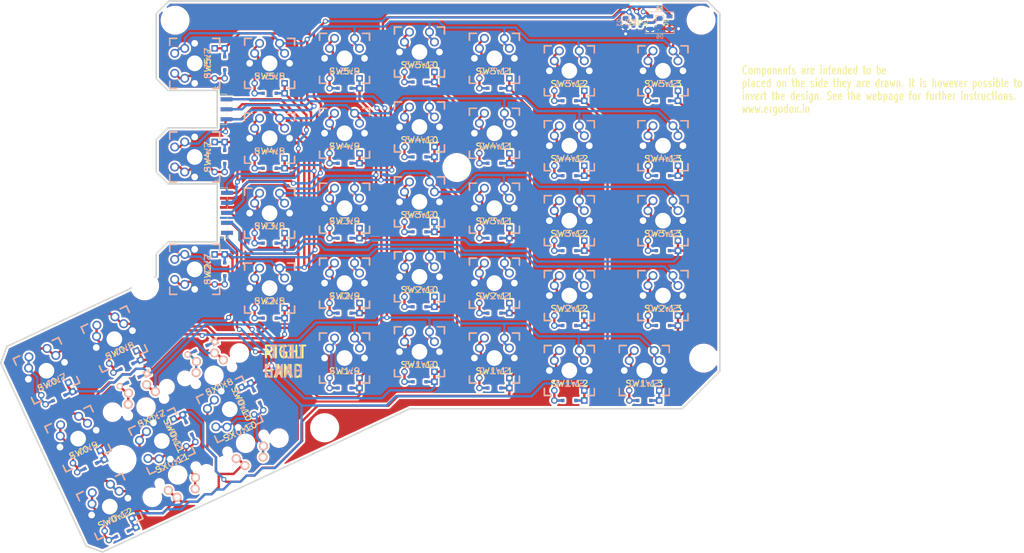
<source format=kicad_pcb>
(kicad_pcb (version 20171130) (host pcbnew 5.1.9)
  (layers (0 Front signal) (31 Back signal) (34 B.Paste user) (35 F.Paste user) (36 B.SilkS user) (37 F.SilkS user) (38 B.Mask user) (39 F.Mask user) (44 Edge.Cuts user))
  (net 0 "")
  (net 1 /COL0)
  (net 2 /COL1)
  (net 3 /COL10)
  (net 4 /COL11)
  (net 5 /COL4)
  (net 6 /COL5)
  (net 7 /COL6)
  (net 8 /ROW0)
  (net 9 /ROW1)
  (net 10 /ROW2)
  (net 11 /ROW3)
  (net 12 /ROW4)
  (net 13 /ROW5)
  (net 14 GND)
  (net 15 VCC)
  (net 16 "Net-(D1:7-Pad1)")
  (net 17 "Net-(D1:8-Pad1)")
  (net 18 "Net-(SW0:7-Pad2)")
  (net 19 "Net-(SW0:8-Pad2)")
  (net 20 "Net-(SW0:9-Pad2)")
  (net 21 "Net-(SW0:10-Pad2)")
  (net 22 "Net-(SW0:11-Pad2)")
  (net 23 "Net-(SW0:12-Pad2)")
  (net 24 "Net-(SW1:9-Pad2)")
  (net 25 "Net-(SW1:10-Pad2)")
  (net 26 "Net-(SW1:11-Pad2)")
  (net 27 "Net-(SW1:12-Pad2)")
  (net 28 "Net-(SW1:13-Pad2)")
  (net 29 "Net-(SW2:7-Pad2)")
  (net 30 "Net-(SW2:8-Pad2)")
  (net 31 "Net-(SW2:9-Pad2)")
  (net 32 "Net-(SW2:10-Pad2)")
  (net 33 "Net-(SW2:11-Pad2)")
  (net 34 "Net-(SW2:12-Pad2)")
  (net 35 "Net-(SW2:13-Pad2)")
  (net 36 "Net-(SW3:8-Pad2)")
  (net 37 "Net-(SW3:9-Pad2)")
  (net 38 "Net-(SW3:10-Pad2)")
  (net 39 "Net-(SW3:11-Pad2)")
  (net 40 "Net-(SW3:12-Pad2)")
  (net 41 "Net-(SW3:13-Pad2)")
  (net 42 "Net-(SW4:7-Pad2)")
  (net 43 "Net-(SW4:8-Pad2)")
  (net 44 "Net-(SW4:9-Pad2)")
  (net 45 "Net-(SW4:10-Pad2)")
  (net 46 "Net-(SW4:11-Pad2)")
  (net 47 "Net-(SW4:12-Pad2)")
  (net 48 "Net-(SW4:13-Pad2)")
  (net 49 "Net-(SW5:7-Pad2)")
  (net 50 "Net-(SW5:8-Pad2)")
  (net 51 "Net-(SW5:9-Pad2)")
  (net 52 "Net-(SW5:10-Pad2)")
  (net 53 "Net-(SW5:11-Pad2)")
  (net 54 "Net-(SW5:12-Pad2)")
  (net 55 "Net-(SW5:13-Pad2)")
  (net 56 /LED_GPIO)
  (net 57 "Net-(D2-Pad1)")
  (net 58 "Net-(D3-Pad1)")
  (net 59 "Net-(D5-Pad1)")
  (net 60 "Net-(D6-Pad1)")
  (module ergodox:ErgoCogs_sidecon_bot (layer Front) (at 80.641 98)
    (fp_text reference J2 (at -2.55 -2.74) (layer F.SilkS))
    (fp_text value Conn_01x10)
    (pad 10 smd rect (at -0.03 10.19 180) (size 3 1) (layers Back B.Paste B.Mask) (net 1 /COL0))
    (pad 9 smd rect (at -0.03 10.19) (size 3 1) (layers Front F.Paste F.Mask) (net 2 /COL1))
    (pad 8 smd rect (at -0.03 7.65 180) (size 3 1) (layers Back B.Paste B.Mask) (net 4 /COL11))
    (pad 7 smd rect (at -0.03 7.65) (size 3 1) (layers Front F.Paste F.Mask) (net 3 /COL10))
    (pad 6 smd rect (at -0.03 5.11 180) (size 3 1) (layers Back B.Paste B.Mask) (net 5 /COL4))
    (pad 5 smd rect (at -0.03 5.11) (size 3 1) (layers Front F.Paste F.Mask) (net 6 /COL5))
    (pad 4 smd rect (at -0.03 2.57 180) (size 3 1) (layers Back B.Paste B.Mask) (net 7 /COL6))
    (pad 3 smd rect (at -0.03 2.57) (size 3 1) (layers Front F.Paste F.Mask) (net 14 GND))
    (pad 2 smd rect (at -0.03 0.03 180) (size 3 1) (layers Back B.Paste B.Mask) (net 56 /LED_GPIO))
    (pad 1 smd rect (at -0.03 0.03) (size 3 1) (layers Front F.Paste F.Mask) (net 15 VCC))
  )
  (module ergodox:ErgoCogs_sidecon_top (layer Front) (at 80.5 74.22)
    (fp_text reference J1 (at -2.55 -2.74) (layer F.SilkS))
    (fp_text value Conn_01x06)
    (pad 1 smd rect (at -0.03 0.03) (size 3 1) (layers Front F.Paste F.Mask) (net 8 /ROW0))
    (pad 2 smd rect (at -0.03 0.03 180) (size 3 1) (layers Back B.Paste B.Mask) (net 9 /ROW1))
    (pad 3 smd rect (at -0.03 2.57) (size 3 1) (layers Front F.Paste F.Mask) (net 10 /ROW2))
    (pad 4 smd rect (at -0.03 2.57 180) (size 3 1) (layers Back B.Paste B.Mask) (net 11 /ROW3))
    (pad 5 smd rect (at -0.03 5.11) (size 3 1) (layers Front F.Paste F.Mask) (net 12 /ROW4))
    (pad 6 smd rect (at -0.03 5.11 180) (size 3 1) (layers Back B.Paste B.Mask) (net 13 /ROW5))
  )
  (module Resistor_SMD:R_0603_1608Metric_Pad0.98x0.95mm_HandSolder (layer Back) (at 185.7 54.6375 270)
    (fp_text reference R4 (at 0 1.43 90) (layer B.SilkS) (effects (justify mirror)))
    (fp_text value 470)
    (pad 2 smd roundrect (at 0.9125 0 270) (size 0.975 0.95) (layers Back B.Paste B.Mask) (net 60 "Net-(D6-Pad1)"))
    (pad 1 smd roundrect (at -0.9125 0 270) (size 0.975 0.95) (layers Back B.Paste B.Mask) (net 56 /LED_GPIO))
  )
  (module Resistor_SMD:R_0603_1608Metric_Pad0.98x0.95mm_HandSolder (layer Back) (at 183.95 54.65 270)
    (fp_text reference R3 (at 0 1.43 270) (layer B.SilkS) (effects (justify mirror)))
    (fp_text value 470)
    (pad 2 smd roundrect (at 0.9125 0 270) (size 0.975 0.95) (layers Back B.Paste B.Mask) (net 58 "Net-(D3-Pad1)"))
    (pad 1 smd roundrect (at -0.9125 0 270) (size 0.975 0.95) (layers Back B.Paste B.Mask) (net 15 VCC))
  )
  (module LED_SMD:LED_0805_2012Metric_Pad1.15x1.40mm_HandSolder (layer Back) (at 190.65 54.725 270)
    (fp_text reference D6 (at 3.575 0 180) (layer B.SilkS) (effects (justify mirror)))
    (fp_text value LED_G)
    (pad 1 smd roundrect (at -1.025 0 270) (size 1.15 1.4) (layers Back B.Paste B.Mask) (roundrect_rratio 0.217391) (net 60 "Net-(D6-Pad1)"))
    (pad 2 smd roundrect (at 1.025 0 270) (size 1.15 1.4) (layers Back B.Paste B.Mask) (roundrect_rratio 0.217391) (net 14 GND))
  )
  (module LED_SMD:LED_WS2812B_PLCC4_5.0x5.0mm_P3.2mm (layer Back) (at 190.65 54.75 180)
    (fp_text reference D4 (at 0 3.5) (layer B.SilkS) (effects (justify mirror)))
    (fp_text value WS2812B)
    (pad 1 smd rect (at -2.45 1.6 180) (size 1.5 1) (layers Back B.Paste B.Mask) (net 15 VCC))
    (pad 2 smd rect (at -2.45 -1.6 180) (size 1.5 1) (layers Back B.Paste B.Mask))
    (pad 4 smd rect (at 2.45 1.6 180) (size 1.5 1) (layers Back B.Paste B.Mask) (net 56 /LED_GPIO))
    (pad 3 smd rect (at 2.45 -1.6 180) (size 1.5 1) (layers Back B.Paste B.Mask) (net 14 GND))
  )
  (module LED_SMD:LED_0805_2012Metric_Pad1.15x1.40mm_HandSolder (layer Back) (at 181.95 54.725 270)
    (fp_text reference D3 (at 0 1.65 270) (layer B.SilkS) (effects (justify mirror)))
    (fp_text value LED_R)
    (pad 2 smd roundrect (at 1.025 0 270) (size 1.15 1.4) (layers Back B.Paste B.Mask) (roundrect_rratio 0.217391) (net 14 GND))
    (pad 1 smd roundrect (at -1.025 0 270) (size 1.15 1.4) (layers Back B.Paste B.Mask) (roundrect_rratio 0.217391) (net 58 "Net-(D3-Pad1)"))
  )
  (module ergodox:MX_FLIP (layer Front) (at 68.06438 169.7482 205)
    (fp_text reference SX0:11 (at 0 3.302 25) (layer F.SilkS) (effects (font (size 1.524 1.778) (thickness 0.254))))
    (fp_text value SX0:2 (at 0 3.302 25) (layer B.SilkS) (effects (font (size 1.524 1.778) (thickness 0.254)) (justify mirror)))
    (pad 2 thru_hole circle (at -2.54 -5.08 205) (size 2.286 2.286) (drill 1.4986) (layers *.Cu *.SilkS *.Mask) (net 22 "Net-(SW0:11-Pad2)"))
    (pad 1 thru_hole circle (at 3.81 -2.54 205) (size 2.286 2.286) (drill 1.4986) (layers *.Cu *.SilkS *.Mask) (net 8 /ROW0))
    (pad "" np_thru_hole circle (at 5.08 0 205) (size 1.7018 1.7018) (drill 1.7018) (layers *.Cu *.Mask))
    (pad "" np_thru_hole circle (at -5.08 0 205) (size 1.7018 1.7018) (drill 1.7018) (layers *.Cu *.Mask))
    (pad "" np_thru_hole circle (at 0 0 205) (size 3.9878 3.9878) (drill 3.9878) (layers *.Cu *.Mask))
    (pad 2 thru_hole circle (at -3.81 -2.54 205) (size 2.286 2.286) (drill 1.4986) (layers *.Cu *.SilkS *.Mask) (net 22 "Net-(SW0:11-Pad2)"))
    (pad 1 thru_hole circle (at 2.54 -5.08 205) (size 2.286 2.286) (drill 1.4986) (layers *.Cu *.SilkS *.Mask) (net 8 /ROW0))
  )
  (module ergodox:MX_FLIP (layer Front) (at 85.3313 161.69894 205)
    (fp_text reference SX0:10 (at 0 3.302 25) (layer F.SilkS) (effects (font (size 1.524 1.778) (thickness 0.254))))
    (fp_text value SX0:3 (at 0 3.302 25) (layer B.SilkS) (effects (font (size 1.524 1.778) (thickness 0.254)) (justify mirror)))
    (pad 2 thru_hole circle (at -2.54 -5.08 205) (size 2.286 2.286) (drill 1.4986) (layers *.Cu *.SilkS *.Mask) (net 21 "Net-(SW0:10-Pad2)"))
    (pad 1 thru_hole circle (at 3.81 -2.54 205) (size 2.286 2.286) (drill 1.4986) (layers *.Cu *.SilkS *.Mask) (net 8 /ROW0))
    (pad "" np_thru_hole circle (at 5.08 0 205) (size 1.7018 1.7018) (drill 1.7018) (layers *.Cu *.Mask))
    (pad "" np_thru_hole circle (at -5.08 0 205) (size 1.7018 1.7018) (drill 1.7018) (layers *.Cu *.Mask))
    (pad "" np_thru_hole circle (at 0 0 205) (size 3.9878 3.9878) (drill 3.9878) (layers *.Cu *.Mask))
    (pad 2 thru_hole circle (at -3.81 -2.54 205) (size 2.286 2.286) (drill 1.4986) (layers *.Cu *.SilkS *.Mask) (net 21 "Net-(SW0:10-Pad2)"))
    (pad 1 thru_hole circle (at 2.54 -5.08 205) (size 2.286 2.286) (drill 1.4986) (layers *.Cu *.SilkS *.Mask) (net 8 /ROW0))
  )
  (module ergodox:MX_FLIP (layer Front) (at 77.2795 144.43202 25)
    (fp_text reference SX1:8 (at 0 3.302 25) (layer F.SilkS) (effects (font (size 1.524 1.778) (thickness 0.254))))
    (fp_text value SX1:5 (at 0 3.302 25) (layer B.SilkS) (effects (font (size 1.524 1.778) (thickness 0.254)) (justify mirror)))
    (pad 2 thru_hole circle (at -2.54 -5.08 25) (size 2.286 2.286) (drill 1.4986) (layers *.Cu *.SilkS *.Mask) (net 17 "Net-(D1:8-Pad1)"))
    (pad 1 thru_hole circle (at 3.81 -2.54 25) (size 2.286 2.286) (drill 1.4986) (layers *.Cu *.SilkS *.Mask) (net 9 /ROW1))
    (pad "" np_thru_hole circle (at 5.08 0 25) (size 1.7018 1.7018) (drill 1.7018) (layers *.Cu *.Mask))
    (pad "" np_thru_hole circle (at -5.08 0 25) (size 1.7018 1.7018) (drill 1.7018) (layers *.Cu *.Mask))
    (pad "" np_thru_hole circle (at 0 0 25) (size 3.9878 3.9878) (drill 3.9878) (layers *.Cu *.Mask))
    (pad 2 thru_hole circle (at -3.81 -2.54 25) (size 2.286 2.286) (drill 1.4986) (layers *.Cu *.SilkS *.Mask) (net 17 "Net-(D1:8-Pad1)"))
    (pad 1 thru_hole circle (at 2.54 -5.08 25) (size 2.286 2.286) (drill 1.4986) (layers *.Cu *.SilkS *.Mask) (net 9 /ROW1))
  )
  (module ergodox:MX_FLIP (layer Front) (at 60.01512 152.48382 25)
    (fp_text reference SX1:7 (at 0 3.302 25) (layer F.SilkS) (effects (font (size 1.524 1.778) (thickness 0.254))))
    (fp_text value SX1:6 (at 0 3.302 25) (layer B.SilkS) (effects (font (size 1.524 1.778) (thickness 0.254)) (justify mirror)))
    (pad 2 thru_hole circle (at -2.54 -5.08 25) (size 2.286 2.286) (drill 1.4986) (layers *.Cu *.SilkS *.Mask) (net 16 "Net-(D1:7-Pad1)"))
    (pad 1 thru_hole circle (at 3.81 -2.54 25) (size 2.286 2.286) (drill 1.4986) (layers *.Cu *.SilkS *.Mask) (net 9 /ROW1))
    (pad "" np_thru_hole circle (at 5.08 0 25) (size 1.7018 1.7018) (drill 1.7018) (layers *.Cu *.Mask))
    (pad "" np_thru_hole circle (at -5.08 0 25) (size 1.7018 1.7018) (drill 1.7018) (layers *.Cu *.Mask))
    (pad "" np_thru_hole circle (at 0 0 25) (size 3.9878 3.9878) (drill 3.9878) (layers *.Cu *.Mask))
    (pad 2 thru_hole circle (at -3.81 -2.54 25) (size 2.286 2.286) (drill 1.4986) (layers *.Cu *.SilkS *.Mask) (net 16 "Net-(D1:7-Pad1)"))
    (pad 1 thru_hole circle (at 2.54 -5.08 25) (size 2.286 2.286) (drill 1.4986) (layers *.Cu *.SilkS *.Mask) (net 9 /ROW1))
  )
  (module ergodox:MX_FLIP_DIODE (layer Front) (at 64.03848 161.11728 115)
    (fp_text reference SW0:11 (at 0 3.302 115) (layer F.SilkS) (effects (font (size 1.524 1.778) (thickness 0.254))))
    (fp_text value SW0:2 (at 0 3.302 115) (layer B.SilkS) (effects (font (size 1.524 1.778) (thickness 0.254)) (justify mirror)))
    (fp_line (start -3.81 7.62) (end -1.6637 7.62) (layer Back) (width 0.6096))
    (fp_line (start 1.6637 7.62) (end 3.81 7.62) (layer Back) (width 0.6096))
    (fp_line (start -3.81 7.62) (end -1.6637 7.62) (layer Front) (width 0.6096))
    (fp_line (start 1.6637 7.62) (end 3.81 7.62) (layer Front) (width 0.6096))
    (pad 1 thru_hole circle (at 2.54 -5.08 115) (size 2.286 2.286) (drill 1.4986) (layers *.Cu *.Mask) (net 8 /ROW0))
    (pad 2 thru_hole circle (at -3.81 -2.54 115) (size 2.286 2.286) (drill 1.4986) (layers *.Cu *.Mask) (net 22 "Net-(SW0:11-Pad2)"))
    (pad 0 thru_hole circle (at 0 0 115) (size 3.9878 3.9878) (drill 3.9878) (layers *.Cu *.Mask) (net 14 GND))
    (pad 0 thru_hole circle (at -5.08 0 115) (size 1.7018 1.7018) (drill 1.7018) (layers *.Cu *.Mask) (net 14 GND))
    (pad 0 thru_hole circle (at 5.08 0 115) (size 1.7018 1.7018) (drill 1.7018) (layers *.Cu *.Mask) (net 14 GND))
    (pad 1 thru_hole circle (at 3.81 -2.54 115) (size 2.286 2.286) (drill 1.4986) (layers *.Cu *.Mask) (net 8 /ROW0))
    (pad 2 thru_hole circle (at -2.54 -5.08 115) (size 2.286 2.286) (drill 1.4986) (layers *.Cu *.Mask) (net 22 "Net-(SW0:11-Pad2)"))
    (pad 3 thru_hole circle (at -3.81 5.08 115) (size 1.651 1.651) (drill 0.9906) (layers *.Cu *.Mask) (net 22 "Net-(SW0:11-Pad2)"))
    (pad 4 thru_hole rect (at 3.81 5.08 115) (size 1.651 1.651) (drill 0.9906) (layers *.Cu *.Mask) (net 4 /COL11))
    (pad 3 thru_hole circle (at -3.81 7.62 115) (size 1.651 1.651) (drill 0.9906) (layers *.Cu *.Mask) (net 22 "Net-(SW0:11-Pad2)"))
    (pad 4 thru_hole rect (at 3.81 7.62 115) (size 1.651 1.651) (drill 0.9906) (layers *.Cu *.Mask) (net 4 /COL11))
    (pad 99 smd rect (at -1.6637 7.62 115) (size 0.8382 0.8382) (layers Front F.Paste F.Mask))
    (pad 99 smd rect (at -1.6637 7.62 115) (size 0.8382 0.8382) (layers Back B.Paste B.Mask))
    (pad 99 smd rect (at 1.6637 7.62 115) (size 0.8382 0.8382) (layers Front F.Paste F.Mask))
    (pad 99 smd rect (at 1.6637 7.62 115) (size 0.8382 0.8382) (layers Back B.Paste B.Mask))
  )
  (module ergodox:MX_FLIP_DIODE (layer Front) (at 81.30286 153.06548 115)
    (fp_text reference SW0:10 (at 0 3.302 115) (layer F.SilkS) (effects (font (size 1.524 1.778) (thickness 0.254))))
    (fp_text value SW0:3 (at 0 3.302 115) (layer B.SilkS) (effects (font (size 1.524 1.778) (thickness 0.254)) (justify mirror)))
    (fp_line (start -3.81 7.62) (end -1.6637 7.62) (layer Back) (width 0.6096))
    (fp_line (start 1.6637 7.62) (end 3.81 7.62) (layer Back) (width 0.6096))
    (fp_line (start -3.81 7.62) (end -1.6637 7.62) (layer Front) (width 0.6096))
    (fp_line (start 1.6637 7.62) (end 3.81 7.62) (layer Front) (width 0.6096))
    (pad 1 thru_hole circle (at 2.54 -5.08 115) (size 2.286 2.286) (drill 1.4986) (layers *.Cu *.Mask) (net 8 /ROW0))
    (pad 2 thru_hole circle (at -3.81 -2.54 115) (size 2.286 2.286) (drill 1.4986) (layers *.Cu *.Mask) (net 21 "Net-(SW0:10-Pad2)"))
    (pad 0 thru_hole circle (at 0 0 115) (size 3.9878 3.9878) (drill 3.9878) (layers *.Cu *.Mask) (net 14 GND))
    (pad 0 thru_hole circle (at -5.08 0 115) (size 1.7018 1.7018) (drill 1.7018) (layers *.Cu *.Mask) (net 14 GND))
    (pad 0 thru_hole circle (at 5.08 0 115) (size 1.7018 1.7018) (drill 1.7018) (layers *.Cu *.Mask) (net 14 GND))
    (pad 1 thru_hole circle (at 3.81 -2.54 115) (size 2.286 2.286) (drill 1.4986) (layers *.Cu *.Mask) (net 8 /ROW0))
    (pad 2 thru_hole circle (at -2.54 -5.08 115) (size 2.286 2.286) (drill 1.4986) (layers *.Cu *.Mask) (net 21 "Net-(SW0:10-Pad2)"))
    (pad 3 thru_hole circle (at -3.81 5.08 115) (size 1.651 1.651) (drill 0.9906) (layers *.Cu *.Mask) (net 21 "Net-(SW0:10-Pad2)"))
    (pad 4 thru_hole rect (at 3.81 5.08 115) (size 1.651 1.651) (drill 0.9906) (layers *.Cu *.Mask) (net 3 /COL10))
    (pad 3 thru_hole circle (at -3.81 7.62 115) (size 1.651 1.651) (drill 0.9906) (layers *.Cu *.Mask) (net 21 "Net-(SW0:10-Pad2)"))
    (pad 4 thru_hole rect (at 3.81 7.62 115) (size 1.651 1.651) (drill 0.9906) (layers *.Cu *.Mask) (net 3 /COL10))
    (pad 99 smd rect (at -1.6637 7.62 115) (size 0.8382 0.8382) (layers Front F.Paste F.Mask))
    (pad 99 smd rect (at -1.6637 7.62 115) (size 0.8382 0.8382) (layers Back B.Paste B.Mask))
    (pad 99 smd rect (at 1.6637 7.62 115) (size 0.8382 0.8382) (layers Front F.Paste F.Mask))
    (pad 99 smd rect (at 1.6637 7.62 115) (size 0.8382 0.8382) (layers Back B.Paste B.Mask))
  )
  (module LED_SMD:LED_WS2812B_PLCC4_5.0x5.0mm_P3.2mm (layer Front) (at 190.65 54.75)
    (fp_text reference D1 (at 0 -3.5) (layer F.SilkS))
    (fp_text value WS2812B)
    (pad 1 smd rect (at -2.45 -1.6) (size 1.5 1) (layers Front F.Paste F.Mask) (net 15 VCC))
    (pad 2 smd rect (at -2.45 1.6) (size 1.5 1) (layers Front F.Paste F.Mask))
    (pad 4 smd rect (at 2.45 -1.6) (size 1.5 1) (layers Front F.Paste F.Mask) (net 56 /LED_GPIO))
    (pad 3 smd rect (at 2.45 1.6) (size 1.5 1) (layers Front F.Paste F.Mask) (net 14 GND))
  )
  (module Resistor_SMD:R_0603_1608Metric_Pad0.98x0.95mm_HandSolder (layer Front) (at 183.95 54.6375 270)
    (fp_text reference R1 (at 0 -1.43 90) (layer F.SilkS))
    (fp_text value 470)
    (pad 2 smd roundrect (at 0.9125 0 270) (size 0.975 0.95) (layers Front F.Paste F.Mask) (net 57 "Net-(D2-Pad1)"))
    (pad 1 smd roundrect (at -0.9125 0 270) (size 0.975 0.95) (layers Front F.Paste F.Mask) (net 15 VCC))
  )
  (module LED_SMD:LED_0805_2012Metric_Pad1.15x1.40mm_HandSolder (layer Front) (at 181.95 54.725 270)
    (fp_text reference D2 (at 0 -1.65 90) (layer F.SilkS))
    (fp_text value LED_R)
    (pad 2 smd roundrect (at 1.025 0 270) (size 1.15 1.4) (layers Front F.Paste F.Mask) (roundrect_rratio 0.217391) (net 14 GND))
    (pad 1 smd roundrect (at -1.025 0 270) (size 1.15 1.4) (layers Front F.Paste F.Mask) (roundrect_rratio 0.217391) (net 57 "Net-(D2-Pad1)"))
  )
  (module ergodox:MX_FLIP_DIODE (layer Front) (at 191.4525 67.0052)
    (fp_text reference SW5:13 (at 0 3.302) (layer F.SilkS) (effects (font (size 1.524 1.778) (thickness 0.254))))
    (fp_text value SW5:0 (at 0 3.302) (layer B.SilkS) (effects (font (size 1.524 1.778) (thickness 0.254)) (justify mirror)))
    (fp_line (start -3.81 7.62) (end -1.6637 7.62) (layer Back) (width 0.6096))
    (fp_line (start 1.6637 7.62) (end 3.81 7.62) (layer Back) (width 0.6096))
    (fp_line (start -3.81 7.62) (end -1.6637 7.62) (layer Front) (width 0.6096))
    (fp_line (start 1.6637 7.62) (end 3.81 7.62) (layer Front) (width 0.6096))
    (pad 1 thru_hole circle (at 2.54 -5.08) (size 2.286 2.286) (drill 1.4986) (layers *.Cu *.Mask) (net 13 /ROW5))
    (pad 2 thru_hole circle (at -3.81 -2.54) (size 2.286 2.286) (drill 1.4986) (layers *.Cu *.Mask) (net 55 "Net-(SW5:13-Pad2)"))
    (pad 0 thru_hole circle (at 0 0) (size 3.9878 3.9878) (drill 3.9878) (layers *.Cu *.Mask) (net 14 GND))
    (pad 0 thru_hole circle (at -5.08 0) (size 1.7018 1.7018) (drill 1.7018) (layers *.Cu *.Mask) (net 14 GND))
    (pad 0 thru_hole circle (at 5.08 0) (size 1.7018 1.7018) (drill 1.7018) (layers *.Cu *.Mask) (net 14 GND))
    (pad 1 thru_hole circle (at 3.81 -2.54) (size 2.286 2.286) (drill 1.4986) (layers *.Cu *.Mask) (net 13 /ROW5))
    (pad 2 thru_hole circle (at -2.54 -5.08) (size 2.286 2.286) (drill 1.4986) (layers *.Cu *.Mask) (net 55 "Net-(SW5:13-Pad2)"))
    (pad 3 thru_hole circle (at -3.81 5.08) (size 1.651 1.651) (drill 0.9906) (layers *.Cu *.Mask) (net 55 "Net-(SW5:13-Pad2)"))
    (pad 4 thru_hole rect (at 3.81 5.08) (size 1.651 1.651) (drill 0.9906) (layers *.Cu *.Mask) (net 1 /COL0))
    (pad 3 thru_hole circle (at -3.81 7.62) (size 1.651 1.651) (drill 0.9906) (layers *.Cu *.Mask) (net 55 "Net-(SW5:13-Pad2)"))
    (pad 4 thru_hole rect (at 3.81 7.62) (size 1.651 1.651) (drill 0.9906) (layers *.Cu *.Mask) (net 1 /COL0))
    (pad 99 smd rect (at -1.6637 7.62) (size 0.8382 0.8382) (layers Front F.Paste F.Mask))
    (pad 99 smd rect (at -1.6637 7.62) (size 0.8382 0.8382) (layers Back B.Paste B.Mask))
    (pad 99 smd rect (at 1.6637 7.62) (size 0.8382 0.8382) (layers Front F.Paste F.Mask))
    (pad 99 smd rect (at 1.6637 7.62) (size 0.8382 0.8382) (layers Back B.Paste B.Mask))
  )
  (module ergodox:MX_FLIP_DIODE (layer Front) (at 167.64 67.0052)
    (fp_text reference SW5:12 (at 0 3.302) (layer F.SilkS) (effects (font (size 1.524 1.778) (thickness 0.254))))
    (fp_text value SW5:1 (at 0 3.302) (layer B.SilkS) (effects (font (size 1.524 1.778) (thickness 0.254)) (justify mirror)))
    (fp_line (start -3.81 7.62) (end -1.6637 7.62) (layer Back) (width 0.6096))
    (fp_line (start 1.6637 7.62) (end 3.81 7.62) (layer Back) (width 0.6096))
    (fp_line (start -3.81 7.62) (end -1.6637 7.62) (layer Front) (width 0.6096))
    (fp_line (start 1.6637 7.62) (end 3.81 7.62) (layer Front) (width 0.6096))
    (pad 1 thru_hole circle (at 2.54 -5.08) (size 2.286 2.286) (drill 1.4986) (layers *.Cu *.Mask) (net 13 /ROW5))
    (pad 2 thru_hole circle (at -3.81 -2.54) (size 2.286 2.286) (drill 1.4986) (layers *.Cu *.Mask) (net 54 "Net-(SW5:12-Pad2)"))
    (pad 0 thru_hole circle (at 0 0) (size 3.9878 3.9878) (drill 3.9878) (layers *.Cu *.Mask) (net 14 GND))
    (pad 0 thru_hole circle (at -5.08 0) (size 1.7018 1.7018) (drill 1.7018) (layers *.Cu *.Mask) (net 14 GND))
    (pad 0 thru_hole circle (at 5.08 0) (size 1.7018 1.7018) (drill 1.7018) (layers *.Cu *.Mask) (net 14 GND))
    (pad 1 thru_hole circle (at 3.81 -2.54) (size 2.286 2.286) (drill 1.4986) (layers *.Cu *.Mask) (net 13 /ROW5))
    (pad 2 thru_hole circle (at -2.54 -5.08) (size 2.286 2.286) (drill 1.4986) (layers *.Cu *.Mask) (net 54 "Net-(SW5:12-Pad2)"))
    (pad 3 thru_hole circle (at -3.81 5.08) (size 1.651 1.651) (drill 0.9906) (layers *.Cu *.Mask) (net 54 "Net-(SW5:12-Pad2)"))
    (pad 4 thru_hole rect (at 3.81 5.08) (size 1.651 1.651) (drill 0.9906) (layers *.Cu *.Mask) (net 2 /COL1))
    (pad 3 thru_hole circle (at -3.81 7.62) (size 1.651 1.651) (drill 0.9906) (layers *.Cu *.Mask) (net 54 "Net-(SW5:12-Pad2)"))
    (pad 4 thru_hole rect (at 3.81 7.62) (size 1.651 1.651) (drill 0.9906) (layers *.Cu *.Mask) (net 2 /COL1))
    (pad 99 smd rect (at -1.6637 7.62) (size 0.8382 0.8382) (layers Front F.Paste F.Mask))
    (pad 99 smd rect (at -1.6637 7.62) (size 0.8382 0.8382) (layers Back B.Paste B.Mask))
    (pad 99 smd rect (at 1.6637 7.62) (size 0.8382 0.8382) (layers Front F.Paste F.Mask))
    (pad 99 smd rect (at 1.6637 7.62) (size 0.8382 0.8382) (layers Back B.Paste B.Mask))
  )
  (module ergodox:MX_FLIP_DIODE (layer Front) (at 148.59 63.82766)
    (fp_text reference SW5:11 (at 0 3.302) (layer F.SilkS) (effects (font (size 1.524 1.778) (thickness 0.254))))
    (fp_text value SW5:2 (at 0 3.302) (layer B.SilkS) (effects (font (size 1.524 1.778) (thickness 0.254)) (justify mirror)))
    (fp_line (start -3.81 7.62) (end -1.6637 7.62) (layer Back) (width 0.6096))
    (fp_line (start 1.6637 7.62) (end 3.81 7.62) (layer Back) (width 0.6096))
    (fp_line (start -3.81 7.62) (end -1.6637 7.62) (layer Front) (width 0.6096))
    (fp_line (start 1.6637 7.62) (end 3.81 7.62) (layer Front) (width 0.6096))
    (pad 1 thru_hole circle (at 2.54 -5.08) (size 2.286 2.286) (drill 1.4986) (layers *.Cu *.Mask) (net 13 /ROW5))
    (pad 2 thru_hole circle (at -3.81 -2.54) (size 2.286 2.286) (drill 1.4986) (layers *.Cu *.Mask) (net 53 "Net-(SW5:11-Pad2)"))
    (pad 0 thru_hole circle (at 0 0) (size 3.9878 3.9878) (drill 3.9878) (layers *.Cu *.Mask) (net 14 GND))
    (pad 0 thru_hole circle (at -5.08 0) (size 1.7018 1.7018) (drill 1.7018) (layers *.Cu *.Mask) (net 14 GND))
    (pad 0 thru_hole circle (at 5.08 0) (size 1.7018 1.7018) (drill 1.7018) (layers *.Cu *.Mask) (net 14 GND))
    (pad 1 thru_hole circle (at 3.81 -2.54) (size 2.286 2.286) (drill 1.4986) (layers *.Cu *.Mask) (net 13 /ROW5))
    (pad 2 thru_hole circle (at -2.54 -5.08) (size 2.286 2.286) (drill 1.4986) (layers *.Cu *.Mask) (net 53 "Net-(SW5:11-Pad2)"))
    (pad 3 thru_hole circle (at -3.81 5.08) (size 1.651 1.651) (drill 0.9906) (layers *.Cu *.Mask) (net 53 "Net-(SW5:11-Pad2)"))
    (pad 4 thru_hole rect (at 3.81 5.08) (size 1.651 1.651) (drill 0.9906) (layers *.Cu *.Mask) (net 4 /COL11))
    (pad 3 thru_hole circle (at -3.81 7.62) (size 1.651 1.651) (drill 0.9906) (layers *.Cu *.Mask) (net 53 "Net-(SW5:11-Pad2)"))
    (pad 4 thru_hole rect (at 3.81 7.62) (size 1.651 1.651) (drill 0.9906) (layers *.Cu *.Mask) (net 4 /COL11))
    (pad 99 smd rect (at -1.6637 7.62) (size 0.8382 0.8382) (layers Front F.Paste F.Mask))
    (pad 99 smd rect (at -1.6637 7.62) (size 0.8382 0.8382) (layers Back B.Paste B.Mask))
    (pad 99 smd rect (at 1.6637 7.62) (size 0.8382 0.8382) (layers Front F.Paste F.Mask))
    (pad 99 smd rect (at 1.6637 7.62) (size 0.8382 0.8382) (layers Back B.Paste B.Mask))
  )
  (module ergodox:MX_FLIP_DIODE (layer Front) (at 129.54 62.23)
    (fp_text reference SW5:10 (at 0 3.302) (layer F.SilkS) (effects (font (size 1.524 1.778) (thickness 0.254))))
    (fp_text value SW5:3 (at 0 3.302) (layer B.SilkS) (effects (font (size 1.524 1.778) (thickness 0.254)) (justify mirror)))
    (fp_line (start -3.81 7.62) (end -1.6637 7.62) (layer Back) (width 0.6096))
    (fp_line (start 1.6637 7.62) (end 3.81 7.62) (layer Back) (width 0.6096))
    (fp_line (start -3.81 7.62) (end -1.6637 7.62) (layer Front) (width 0.6096))
    (fp_line (start 1.6637 7.62) (end 3.81 7.62) (layer Front) (width 0.6096))
    (pad 1 thru_hole circle (at 2.54 -5.08) (size 2.286 2.286) (drill 1.4986) (layers *.Cu *.Mask) (net 13 /ROW5))
    (pad 2 thru_hole circle (at -3.81 -2.54) (size 2.286 2.286) (drill 1.4986) (layers *.Cu *.Mask) (net 52 "Net-(SW5:10-Pad2)"))
    (pad 0 thru_hole circle (at 0 0) (size 3.9878 3.9878) (drill 3.9878) (layers *.Cu *.Mask) (net 14 GND))
    (pad 0 thru_hole circle (at -5.08 0) (size 1.7018 1.7018) (drill 1.7018) (layers *.Cu *.Mask) (net 14 GND))
    (pad 0 thru_hole circle (at 5.08 0) (size 1.7018 1.7018) (drill 1.7018) (layers *.Cu *.Mask) (net 14 GND))
    (pad 1 thru_hole circle (at 3.81 -2.54) (size 2.286 2.286) (drill 1.4986) (layers *.Cu *.Mask) (net 13 /ROW5))
    (pad 2 thru_hole circle (at -2.54 -5.08) (size 2.286 2.286) (drill 1.4986) (layers *.Cu *.Mask) (net 52 "Net-(SW5:10-Pad2)"))
    (pad 3 thru_hole circle (at -3.81 5.08) (size 1.651 1.651) (drill 0.9906) (layers *.Cu *.Mask) (net 52 "Net-(SW5:10-Pad2)"))
    (pad 4 thru_hole rect (at 3.81 5.08) (size 1.651 1.651) (drill 0.9906) (layers *.Cu *.Mask) (net 3 /COL10))
    (pad 3 thru_hole circle (at -3.81 7.62) (size 1.651 1.651) (drill 0.9906) (layers *.Cu *.Mask) (net 52 "Net-(SW5:10-Pad2)"))
    (pad 4 thru_hole rect (at 3.81 7.62) (size 1.651 1.651) (drill 0.9906) (layers *.Cu *.Mask) (net 3 /COL10))
    (pad 99 smd rect (at -1.6637 7.62) (size 0.8382 0.8382) (layers Front F.Paste F.Mask))
    (pad 99 smd rect (at -1.6637 7.62) (size 0.8382 0.8382) (layers Back B.Paste B.Mask))
    (pad 99 smd rect (at 1.6637 7.62) (size 0.8382 0.8382) (layers Front F.Paste F.Mask))
    (pad 99 smd rect (at 1.6637 7.62) (size 0.8382 0.8382) (layers Back B.Paste B.Mask))
  )
  (module ergodox:MX_FLIP_DIODE (layer Front) (at 110.49 63.82766)
    (fp_text reference SW5:9 (at 0 3.302) (layer F.SilkS) (effects (font (size 1.524 1.778) (thickness 0.254))))
    (fp_text value SW5:4 (at 0 3.302) (layer B.SilkS) (effects (font (size 1.524 1.778) (thickness 0.254)) (justify mirror)))
    (fp_line (start -3.81 7.62) (end -1.6637 7.62) (layer Back) (width 0.6096))
    (fp_line (start 1.6637 7.62) (end 3.81 7.62) (layer Back) (width 0.6096))
    (fp_line (start -3.81 7.62) (end -1.6637 7.62) (layer Front) (width 0.6096))
    (fp_line (start 1.6637 7.62) (end 3.81 7.62) (layer Front) (width 0.6096))
    (pad 1 thru_hole circle (at 2.54 -5.08) (size 2.286 2.286) (drill 1.4986) (layers *.Cu *.Mask) (net 13 /ROW5))
    (pad 2 thru_hole circle (at -3.81 -2.54) (size 2.286 2.286) (drill 1.4986) (layers *.Cu *.Mask) (net 51 "Net-(SW5:9-Pad2)"))
    (pad 0 thru_hole circle (at 0 0) (size 3.9878 3.9878) (drill 3.9878) (layers *.Cu *.Mask) (net 14 GND))
    (pad 0 thru_hole circle (at -5.08 0) (size 1.7018 1.7018) (drill 1.7018) (layers *.Cu *.Mask) (net 14 GND))
    (pad 0 thru_hole circle (at 5.08 0) (size 1.7018 1.7018) (drill 1.7018) (layers *.Cu *.Mask) (net 14 GND))
    (pad 1 thru_hole circle (at 3.81 -2.54) (size 2.286 2.286) (drill 1.4986) (layers *.Cu *.Mask) (net 13 /ROW5))
    (pad 2 thru_hole circle (at -2.54 -5.08) (size 2.286 2.286) (drill 1.4986) (layers *.Cu *.Mask) (net 51 "Net-(SW5:9-Pad2)"))
    (pad 3 thru_hole circle (at -3.81 5.08) (size 1.651 1.651) (drill 0.9906) (layers *.Cu *.Mask) (net 51 "Net-(SW5:9-Pad2)"))
    (pad 4 thru_hole rect (at 3.81 5.08) (size 1.651 1.651) (drill 0.9906) (layers *.Cu *.Mask) (net 5 /COL4))
    (pad 3 thru_hole circle (at -3.81 7.62) (size 1.651 1.651) (drill 0.9906) (layers *.Cu *.Mask) (net 51 "Net-(SW5:9-Pad2)"))
    (pad 4 thru_hole rect (at 3.81 7.62) (size 1.651 1.651) (drill 0.9906) (layers *.Cu *.Mask) (net 5 /COL4))
    (pad 99 smd rect (at -1.6637 7.62) (size 0.8382 0.8382) (layers Front F.Paste F.Mask))
    (pad 99 smd rect (at -1.6637 7.62) (size 0.8382 0.8382) (layers Back B.Paste B.Mask))
    (pad 99 smd rect (at 1.6637 7.62) (size 0.8382 0.8382) (layers Front F.Paste F.Mask))
    (pad 99 smd rect (at 1.6637 7.62) (size 0.8382 0.8382) (layers Back B.Paste B.Mask))
  )
  (module ergodox:MX_FLIP_DIODE (layer Front) (at 91.44 65.1002)
    (fp_text reference SW5:8 (at 0 3.302) (layer F.SilkS) (effects (font (size 1.524 1.778) (thickness 0.254))))
    (fp_text value SW5:5 (at 0 3.302) (layer B.SilkS) (effects (font (size 1.524 1.778) (thickness 0.254)) (justify mirror)))
    (fp_line (start -3.81 7.62) (end -1.6637 7.62) (layer Back) (width 0.6096))
    (fp_line (start 1.6637 7.62) (end 3.81 7.62) (layer Back) (width 0.6096))
    (fp_line (start -3.81 7.62) (end -1.6637 7.62) (layer Front) (width 0.6096))
    (fp_line (start 1.6637 7.62) (end 3.81 7.62) (layer Front) (width 0.6096))
    (pad 1 thru_hole circle (at 2.54 -5.08) (size 2.286 2.286) (drill 1.4986) (layers *.Cu *.Mask) (net 13 /ROW5))
    (pad 2 thru_hole circle (at -3.81 -2.54) (size 2.286 2.286) (drill 1.4986) (layers *.Cu *.Mask) (net 50 "Net-(SW5:8-Pad2)"))
    (pad 0 thru_hole circle (at 0 0) (size 3.9878 3.9878) (drill 3.9878) (layers *.Cu *.Mask) (net 14 GND))
    (pad 0 thru_hole circle (at -5.08 0) (size 1.7018 1.7018) (drill 1.7018) (layers *.Cu *.Mask) (net 14 GND))
    (pad 0 thru_hole circle (at 5.08 0) (size 1.7018 1.7018) (drill 1.7018) (layers *.Cu *.Mask) (net 14 GND))
    (pad 1 thru_hole circle (at 3.81 -2.54) (size 2.286 2.286) (drill 1.4986) (layers *.Cu *.Mask) (net 13 /ROW5))
    (pad 2 thru_hole circle (at -2.54 -5.08) (size 2.286 2.286) (drill 1.4986) (layers *.Cu *.Mask) (net 50 "Net-(SW5:8-Pad2)"))
    (pad 3 thru_hole circle (at -3.81 5.08) (size 1.651 1.651) (drill 0.9906) (layers *.Cu *.Mask) (net 50 "Net-(SW5:8-Pad2)"))
    (pad 4 thru_hole rect (at 3.81 5.08) (size 1.651 1.651) (drill 0.9906) (layers *.Cu *.Mask) (net 6 /COL5))
    (pad 3 thru_hole circle (at -3.81 7.62) (size 1.651 1.651) (drill 0.9906) (layers *.Cu *.Mask) (net 50 "Net-(SW5:8-Pad2)"))
    (pad 4 thru_hole rect (at 3.81 7.62) (size 1.651 1.651) (drill 0.9906) (layers *.Cu *.Mask) (net 6 /COL5))
    (pad 99 smd rect (at -1.6637 7.62) (size 0.8382 0.8382) (layers Front F.Paste F.Mask))
    (pad 99 smd rect (at -1.6637 7.62) (size 0.8382 0.8382) (layers Back B.Paste B.Mask))
    (pad 99 smd rect (at 1.6637 7.62) (size 0.8382 0.8382) (layers Front F.Paste F.Mask))
    (pad 99 smd rect (at 1.6637 7.62) (size 0.8382 0.8382) (layers Back B.Paste B.Mask))
  )
  (module ergodox:MX_FLIP_DIODE (layer Front) (at 72.39 65.1002 90)
    (fp_text reference SW5:7 (at 0 3.302 90) (layer F.SilkS) (effects (font (size 1.524 1.778) (thickness 0.254))))
    (fp_text value SW5:6 (at 0 3.302 90) (layer B.SilkS) (effects (font (size 1.524 1.778) (thickness 0.254)) (justify mirror)))
    (fp_line (start -3.81 7.62) (end -1.6637 7.62) (layer Back) (width 0.6096))
    (fp_line (start 1.6637 7.62) (end 3.81 7.62) (layer Back) (width 0.6096))
    (fp_line (start -3.81 7.62) (end -1.6637 7.62) (layer Front) (width 0.6096))
    (fp_line (start 1.6637 7.62) (end 3.81 7.62) (layer Front) (width 0.6096))
    (pad 1 thru_hole circle (at 2.54 -5.08 90) (size 2.286 2.286) (drill 1.4986) (layers *.Cu *.Mask) (net 13 /ROW5))
    (pad 2 thru_hole circle (at -3.81 -2.54 90) (size 2.286 2.286) (drill 1.4986) (layers *.Cu *.Mask) (net 49 "Net-(SW5:7-Pad2)"))
    (pad 0 thru_hole circle (at 0 0 90) (size 3.9878 3.9878) (drill 3.9878) (layers *.Cu *.Mask) (net 14 GND))
    (pad 0 thru_hole circle (at -5.08 0 90) (size 1.7018 1.7018) (drill 1.7018) (layers *.Cu *.Mask) (net 14 GND))
    (pad 0 thru_hole circle (at 5.08 0 90) (size 1.7018 1.7018) (drill 1.7018) (layers *.Cu *.Mask) (net 14 GND))
    (pad 1 thru_hole circle (at 3.81 -2.54 90) (size 2.286 2.286) (drill 1.4986) (layers *.Cu *.Mask) (net 13 /ROW5))
    (pad 2 thru_hole circle (at -2.54 -5.08 90) (size 2.286 2.286) (drill 1.4986) (layers *.Cu *.Mask) (net 49 "Net-(SW5:7-Pad2)"))
    (pad 3 thru_hole circle (at -3.81 5.08 90) (size 1.651 1.651) (drill 0.9906) (layers *.Cu *.Mask) (net 49 "Net-(SW5:7-Pad2)"))
    (pad 4 thru_hole rect (at 3.81 5.08 90) (size 1.651 1.651) (drill 0.9906) (layers *.Cu *.Mask) (net 7 /COL6))
    (pad 3 thru_hole circle (at -3.81 7.62 90) (size 1.651 1.651) (drill 0.9906) (layers *.Cu *.Mask) (net 49 "Net-(SW5:7-Pad2)"))
    (pad 4 thru_hole rect (at 3.81 7.62 90) (size 1.651 1.651) (drill 0.9906) (layers *.Cu *.Mask) (net 7 /COL6))
    (pad 99 smd rect (at -1.6637 7.62 90) (size 0.8382 0.8382) (layers Front F.Paste F.Mask))
    (pad 99 smd rect (at -1.6637 7.62 90) (size 0.8382 0.8382) (layers Back B.Paste B.Mask))
    (pad 99 smd rect (at 1.6637 7.62 90) (size 0.8382 0.8382) (layers Front F.Paste F.Mask))
    (pad 99 smd rect (at 1.6637 7.62 90) (size 0.8382 0.8382) (layers Back B.Paste B.Mask))
  )
  (module ergodox:MX_FLIP_DIODE (layer Front) (at 191.4525 86.05266)
    (fp_text reference SW4:13 (at 0 3.302) (layer F.SilkS) (effects (font (size 1.524 1.778) (thickness 0.254))))
    (fp_text value SW4:0 (at 0 3.302) (layer B.SilkS) (effects (font (size 1.524 1.778) (thickness 0.254)) (justify mirror)))
    (fp_line (start -3.81 7.62) (end -1.6637 7.62) (layer Back) (width 0.6096))
    (fp_line (start 1.6637 7.62) (end 3.81 7.62) (layer Back) (width 0.6096))
    (fp_line (start -3.81 7.62) (end -1.6637 7.62) (layer Front) (width 0.6096))
    (fp_line (start 1.6637 7.62) (end 3.81 7.62) (layer Front) (width 0.6096))
    (pad 1 thru_hole circle (at 2.54 -5.08) (size 2.286 2.286) (drill 1.4986) (layers *.Cu *.Mask) (net 12 /ROW4))
    (pad 2 thru_hole circle (at -3.81 -2.54) (size 2.286 2.286) (drill 1.4986) (layers *.Cu *.Mask) (net 48 "Net-(SW4:13-Pad2)"))
    (pad 0 thru_hole circle (at 0 0) (size 3.9878 3.9878) (drill 3.9878) (layers *.Cu *.Mask) (net 14 GND))
    (pad 0 thru_hole circle (at -5.08 0) (size 1.7018 1.7018) (drill 1.7018) (layers *.Cu *.Mask) (net 14 GND))
    (pad 0 thru_hole circle (at 5.08 0) (size 1.7018 1.7018) (drill 1.7018) (layers *.Cu *.Mask) (net 14 GND))
    (pad 1 thru_hole circle (at 3.81 -2.54) (size 2.286 2.286) (drill 1.4986) (layers *.Cu *.Mask) (net 12 /ROW4))
    (pad 2 thru_hole circle (at -2.54 -5.08) (size 2.286 2.286) (drill 1.4986) (layers *.Cu *.Mask) (net 48 "Net-(SW4:13-Pad2)"))
    (pad 3 thru_hole circle (at -3.81 5.08) (size 1.651 1.651) (drill 0.9906) (layers *.Cu *.Mask) (net 48 "Net-(SW4:13-Pad2)"))
    (pad 4 thru_hole rect (at 3.81 5.08) (size 1.651 1.651) (drill 0.9906) (layers *.Cu *.Mask) (net 1 /COL0))
    (pad 3 thru_hole circle (at -3.81 7.62) (size 1.651 1.651) (drill 0.9906) (layers *.Cu *.Mask) (net 48 "Net-(SW4:13-Pad2)"))
    (pad 4 thru_hole rect (at 3.81 7.62) (size 1.651 1.651) (drill 0.9906) (layers *.Cu *.Mask) (net 1 /COL0))
    (pad 99 smd rect (at -1.6637 7.62) (size 0.8382 0.8382) (layers Front F.Paste F.Mask))
    (pad 99 smd rect (at -1.6637 7.62) (size 0.8382 0.8382) (layers Back B.Paste B.Mask))
    (pad 99 smd rect (at 1.6637 7.62) (size 0.8382 0.8382) (layers Front F.Paste F.Mask))
    (pad 99 smd rect (at 1.6637 7.62) (size 0.8382 0.8382) (layers Back B.Paste B.Mask))
  )
  (module ergodox:MX_FLIP_DIODE (layer Front) (at 167.64 86.05266)
    (fp_text reference SW4:12 (at 0 3.302) (layer F.SilkS) (effects (font (size 1.524 1.778) (thickness 0.254))))
    (fp_text value SW4:1 (at 0 3.302) (layer B.SilkS) (effects (font (size 1.524 1.778) (thickness 0.254)) (justify mirror)))
    (fp_line (start -3.81 7.62) (end -1.6637 7.62) (layer Back) (width 0.6096))
    (fp_line (start 1.6637 7.62) (end 3.81 7.62) (layer Back) (width 0.6096))
    (fp_line (start -3.81 7.62) (end -1.6637 7.62) (layer Front) (width 0.6096))
    (fp_line (start 1.6637 7.62) (end 3.81 7.62) (layer Front) (width 0.6096))
    (pad 1 thru_hole circle (at 2.54 -5.08) (size 2.286 2.286) (drill 1.4986) (layers *.Cu *.Mask) (net 12 /ROW4))
    (pad 2 thru_hole circle (at -3.81 -2.54) (size 2.286 2.286) (drill 1.4986) (layers *.Cu *.Mask) (net 47 "Net-(SW4:12-Pad2)"))
    (pad 0 thru_hole circle (at 0 0) (size 3.9878 3.9878) (drill 3.9878) (layers *.Cu *.Mask) (net 14 GND))
    (pad 0 thru_hole circle (at -5.08 0) (size 1.7018 1.7018) (drill 1.7018) (layers *.Cu *.Mask) (net 14 GND))
    (pad 0 thru_hole circle (at 5.08 0) (size 1.7018 1.7018) (drill 1.7018) (layers *.Cu *.Mask) (net 14 GND))
    (pad 1 thru_hole circle (at 3.81 -2.54) (size 2.286 2.286) (drill 1.4986) (layers *.Cu *.Mask) (net 12 /ROW4))
    (pad 2 thru_hole circle (at -2.54 -5.08) (size 2.286 2.286) (drill 1.4986) (layers *.Cu *.Mask) (net 47 "Net-(SW4:12-Pad2)"))
    (pad 3 thru_hole circle (at -3.81 5.08) (size 1.651 1.651) (drill 0.9906) (layers *.Cu *.Mask) (net 47 "Net-(SW4:12-Pad2)"))
    (pad 4 thru_hole rect (at 3.81 5.08) (size 1.651 1.651) (drill 0.9906) (layers *.Cu *.Mask) (net 2 /COL1))
    (pad 3 thru_hole circle (at -3.81 7.62) (size 1.651 1.651) (drill 0.9906) (layers *.Cu *.Mask) (net 47 "Net-(SW4:12-Pad2)"))
    (pad 4 thru_hole rect (at 3.81 7.62) (size 1.651 1.651) (drill 0.9906) (layers *.Cu *.Mask) (net 2 /COL1))
    (pad 99 smd rect (at -1.6637 7.62) (size 0.8382 0.8382) (layers Front F.Paste F.Mask))
    (pad 99 smd rect (at -1.6637 7.62) (size 0.8382 0.8382) (layers Back B.Paste B.Mask))
    (pad 99 smd rect (at 1.6637 7.62) (size 0.8382 0.8382) (layers Front F.Paste F.Mask))
    (pad 99 smd rect (at 1.6637 7.62) (size 0.8382 0.8382) (layers Back B.Paste B.Mask))
  )
  (module ergodox:MX_FLIP_DIODE (layer Front) (at 148.59 82.87766)
    (fp_text reference SW4:11 (at 0 3.302) (layer F.SilkS) (effects (font (size 1.524 1.778) (thickness 0.254))))
    (fp_text value SW4:2 (at 0 3.302) (layer B.SilkS) (effects (font (size 1.524 1.778) (thickness 0.254)) (justify mirror)))
    (fp_line (start -3.81 7.62) (end -1.6637 7.62) (layer Back) (width 0.6096))
    (fp_line (start 1.6637 7.62) (end 3.81 7.62) (layer Back) (width 0.6096))
    (fp_line (start -3.81 7.62) (end -1.6637 7.62) (layer Front) (width 0.6096))
    (fp_line (start 1.6637 7.62) (end 3.81 7.62) (layer Front) (width 0.6096))
    (pad 1 thru_hole circle (at 2.54 -5.08) (size 2.286 2.286) (drill 1.4986) (layers *.Cu *.Mask) (net 12 /ROW4))
    (pad 2 thru_hole circle (at -3.81 -2.54) (size 2.286 2.286) (drill 1.4986) (layers *.Cu *.Mask) (net 46 "Net-(SW4:11-Pad2)"))
    (pad 0 thru_hole circle (at 0 0) (size 3.9878 3.9878) (drill 3.9878) (layers *.Cu *.Mask) (net 14 GND))
    (pad 0 thru_hole circle (at -5.08 0) (size 1.7018 1.7018) (drill 1.7018) (layers *.Cu *.Mask) (net 14 GND))
    (pad 0 thru_hole circle (at 5.08 0) (size 1.7018 1.7018) (drill 1.7018) (layers *.Cu *.Mask) (net 14 GND))
    (pad 1 thru_hole circle (at 3.81 -2.54) (size 2.286 2.286) (drill 1.4986) (layers *.Cu *.Mask) (net 12 /ROW4))
    (pad 2 thru_hole circle (at -2.54 -5.08) (size 2.286 2.286) (drill 1.4986) (layers *.Cu *.Mask) (net 46 "Net-(SW4:11-Pad2)"))
    (pad 3 thru_hole circle (at -3.81 5.08) (size 1.651 1.651) (drill 0.9906) (layers *.Cu *.Mask) (net 46 "Net-(SW4:11-Pad2)"))
    (pad 4 thru_hole rect (at 3.81 5.08) (size 1.651 1.651) (drill 0.9906) (layers *.Cu *.Mask) (net 4 /COL11))
    (pad 3 thru_hole circle (at -3.81 7.62) (size 1.651 1.651) (drill 0.9906) (layers *.Cu *.Mask) (net 46 "Net-(SW4:11-Pad2)"))
    (pad 4 thru_hole rect (at 3.81 7.62) (size 1.651 1.651) (drill 0.9906) (layers *.Cu *.Mask) (net 4 /COL11))
    (pad 99 smd rect (at -1.6637 7.62) (size 0.8382 0.8382) (layers Front F.Paste F.Mask))
    (pad 99 smd rect (at -1.6637 7.62) (size 0.8382 0.8382) (layers Back B.Paste B.Mask))
    (pad 99 smd rect (at 1.6637 7.62) (size 0.8382 0.8382) (layers Front F.Paste F.Mask))
    (pad 99 smd rect (at 1.6637 7.62) (size 0.8382 0.8382) (layers Back B.Paste B.Mask))
  )
  (module ergodox:MX_FLIP_DIODE (layer Front) (at 129.54 81.28)
    (fp_text reference SW4:10 (at 0 3.302) (layer F.SilkS) (effects (font (size 1.524 1.778) (thickness 0.254))))
    (fp_text value SW4:3 (at 0 3.302) (layer B.SilkS) (effects (font (size 1.524 1.778) (thickness 0.254)) (justify mirror)))
    (fp_line (start -3.81 7.62) (end -1.6637 7.62) (layer Back) (width 0.6096))
    (fp_line (start 1.6637 7.62) (end 3.81 7.62) (layer Back) (width 0.6096))
    (fp_line (start -3.81 7.62) (end -1.6637 7.62) (layer Front) (width 0.6096))
    (fp_line (start 1.6637 7.62) (end 3.81 7.62) (layer Front) (width 0.6096))
    (pad 1 thru_hole circle (at 2.54 -5.08) (size 2.286 2.286) (drill 1.4986) (layers *.Cu *.Mask) (net 12 /ROW4))
    (pad 2 thru_hole circle (at -3.81 -2.54) (size 2.286 2.286) (drill 1.4986) (layers *.Cu *.Mask) (net 45 "Net-(SW4:10-Pad2)"))
    (pad 0 thru_hole circle (at 0 0) (size 3.9878 3.9878) (drill 3.9878) (layers *.Cu *.Mask) (net 14 GND))
    (pad 0 thru_hole circle (at -5.08 0) (size 1.7018 1.7018) (drill 1.7018) (layers *.Cu *.Mask) (net 14 GND))
    (pad 0 thru_hole circle (at 5.08 0) (size 1.7018 1.7018) (drill 1.7018) (layers *.Cu *.Mask) (net 14 GND))
    (pad 1 thru_hole circle (at 3.81 -2.54) (size 2.286 2.286) (drill 1.4986) (layers *.Cu *.Mask) (net 12 /ROW4))
    (pad 2 thru_hole circle (at -2.54 -5.08) (size 2.286 2.286) (drill 1.4986) (layers *.Cu *.Mask) (net 45 "Net-(SW4:10-Pad2)"))
    (pad 3 thru_hole circle (at -3.81 5.08) (size 1.651 1.651) (drill 0.9906) (layers *.Cu *.Mask) (net 45 "Net-(SW4:10-Pad2)"))
    (pad 4 thru_hole rect (at 3.81 5.08) (size 1.651 1.651) (drill 0.9906) (layers *.Cu *.Mask) (net 3 /COL10))
    (pad 3 thru_hole circle (at -3.81 7.62) (size 1.651 1.651) (drill 0.9906) (layers *.Cu *.Mask) (net 45 "Net-(SW4:10-Pad2)"))
    (pad 4 thru_hole rect (at 3.81 7.62) (size 1.651 1.651) (drill 0.9906) (layers *.Cu *.Mask) (net 3 /COL10))
    (pad 99 smd rect (at -1.6637 7.62) (size 0.8382 0.8382) (layers Front F.Paste F.Mask))
    (pad 99 smd rect (at -1.6637 7.62) (size 0.8382 0.8382) (layers Back B.Paste B.Mask))
    (pad 99 smd rect (at 1.6637 7.62) (size 0.8382 0.8382) (layers Front F.Paste F.Mask))
    (pad 99 smd rect (at 1.6637 7.62) (size 0.8382 0.8382) (layers Back B.Paste B.Mask))
  )
  (module ergodox:MX_FLIP_DIODE (layer Front) (at 110.49 82.87766)
    (fp_text reference SW4:9 (at 0 3.302) (layer F.SilkS) (effects (font (size 1.524 1.778) (thickness 0.254))))
    (fp_text value SW4:4 (at 0 3.302) (layer B.SilkS) (effects (font (size 1.524 1.778) (thickness 0.254)) (justify mirror)))
    (fp_line (start -3.81 7.62) (end -1.6637 7.62) (layer Back) (width 0.6096))
    (fp_line (start 1.6637 7.62) (end 3.81 7.62) (layer Back) (width 0.6096))
    (fp_line (start -3.81 7.62) (end -1.6637 7.62) (layer Front) (width 0.6096))
    (fp_line (start 1.6637 7.62) (end 3.81 7.62) (layer Front) (width 0.6096))
    (pad 1 thru_hole circle (at 2.54 -5.08) (size 2.286 2.286) (drill 1.4986) (layers *.Cu *.Mask) (net 12 /ROW4))
    (pad 2 thru_hole circle (at -3.81 -2.54) (size 2.286 2.286) (drill 1.4986) (layers *.Cu *.Mask) (net 44 "Net-(SW4:9-Pad2)"))
    (pad 0 thru_hole circle (at 0 0) (size 3.9878 3.9878) (drill 3.9878) (layers *.Cu *.Mask) (net 14 GND))
    (pad 0 thru_hole circle (at -5.08 0) (size 1.7018 1.7018) (drill 1.7018) (layers *.Cu *.Mask) (net 14 GND))
    (pad 0 thru_hole circle (at 5.08 0) (size 1.7018 1.7018) (drill 1.7018) (layers *.Cu *.Mask) (net 14 GND))
    (pad 1 thru_hole circle (at 3.81 -2.54) (size 2.286 2.286) (drill 1.4986) (layers *.Cu *.Mask) (net 12 /ROW4))
    (pad 2 thru_hole circle (at -2.54 -5.08) (size 2.286 2.286) (drill 1.4986) (layers *.Cu *.Mask) (net 44 "Net-(SW4:9-Pad2)"))
    (pad 3 thru_hole circle (at -3.81 5.08) (size 1.651 1.651) (drill 0.9906) (layers *.Cu *.Mask) (net 44 "Net-(SW4:9-Pad2)"))
    (pad 4 thru_hole rect (at 3.81 5.08) (size 1.651 1.651) (drill 0.9906) (layers *.Cu *.Mask) (net 5 /COL4))
    (pad 3 thru_hole circle (at -3.81 7.62) (size 1.651 1.651) (drill 0.9906) (layers *.Cu *.Mask) (net 44 "Net-(SW4:9-Pad2)"))
    (pad 4 thru_hole rect (at 3.81 7.62) (size 1.651 1.651) (drill 0.9906) (layers *.Cu *.Mask) (net 5 /COL4))
    (pad 99 smd rect (at -1.6637 7.62) (size 0.8382 0.8382) (layers Front F.Paste F.Mask))
    (pad 99 smd rect (at -1.6637 7.62) (size 0.8382 0.8382) (layers Back B.Paste B.Mask))
    (pad 99 smd rect (at 1.6637 7.62) (size 0.8382 0.8382) (layers Front F.Paste F.Mask))
    (pad 99 smd rect (at 1.6637 7.62) (size 0.8382 0.8382) (layers Back B.Paste B.Mask))
  )
  (module ergodox:MX_FLIP_DIODE (layer Front) (at 91.44 84.14766)
    (fp_text reference SW4:8 (at 0 3.302) (layer F.SilkS) (effects (font (size 1.524 1.778) (thickness 0.254))))
    (fp_text value SW4:5 (at 0 3.302) (layer B.SilkS) (effects (font (size 1.524 1.778) (thickness 0.254)) (justify mirror)))
    (fp_line (start -3.81 7.62) (end -1.6637 7.62) (layer Back) (width 0.6096))
    (fp_line (start 1.6637 7.62) (end 3.81 7.62) (layer Back) (width 0.6096))
    (fp_line (start -3.81 7.62) (end -1.6637 7.62) (layer Front) (width 0.6096))
    (fp_line (start 1.6637 7.62) (end 3.81 7.62) (layer Front) (width 0.6096))
    (pad 1 thru_hole circle (at 2.54 -5.08) (size 2.286 2.286) (drill 1.4986) (layers *.Cu *.Mask) (net 12 /ROW4))
    (pad 2 thru_hole circle (at -3.81 -2.54) (size 2.286 2.286) (drill 1.4986) (layers *.Cu *.Mask) (net 43 "Net-(SW4:8-Pad2)"))
    (pad 0 thru_hole circle (at 0 0) (size 3.9878 3.9878) (drill 3.9878) (layers *.Cu *.Mask) (net 14 GND))
    (pad 0 thru_hole circle (at -5.08 0) (size 1.7018 1.7018) (drill 1.7018) (layers *.Cu *.Mask) (net 14 GND))
    (pad 0 thru_hole circle (at 5.08 0) (size 1.7018 1.7018) (drill 1.7018) (layers *.Cu *.Mask) (net 14 GND))
    (pad 1 thru_hole circle (at 3.81 -2.54) (size 2.286 2.286) (drill 1.4986) (layers *.Cu *.Mask) (net 12 /ROW4))
    (pad 2 thru_hole circle (at -2.54 -5.08) (size 2.286 2.286) (drill 1.4986) (layers *.Cu *.Mask) (net 43 "Net-(SW4:8-Pad2)"))
    (pad 3 thru_hole circle (at -3.81 5.08) (size 1.651 1.651) (drill 0.9906) (layers *.Cu *.Mask) (net 43 "Net-(SW4:8-Pad2)"))
    (pad 4 thru_hole rect (at 3.81 5.08) (size 1.651 1.651) (drill 0.9906) (layers *.Cu *.Mask) (net 6 /COL5))
    (pad 3 thru_hole circle (at -3.81 7.62) (size 1.651 1.651) (drill 0.9906) (layers *.Cu *.Mask) (net 43 "Net-(SW4:8-Pad2)"))
    (pad 4 thru_hole rect (at 3.81 7.62) (size 1.651 1.651) (drill 0.9906) (layers *.Cu *.Mask) (net 6 /COL5))
    (pad 99 smd rect (at -1.6637 7.62) (size 0.8382 0.8382) (layers Front F.Paste F.Mask))
    (pad 99 smd rect (at -1.6637 7.62) (size 0.8382 0.8382) (layers Back B.Paste B.Mask))
    (pad 99 smd rect (at 1.6637 7.62) (size 0.8382 0.8382) (layers Front F.Paste F.Mask))
    (pad 99 smd rect (at 1.6637 7.62) (size 0.8382 0.8382) (layers Back B.Paste B.Mask))
  )
  (module ergodox:MX_FLIP_DIODE (layer Front) (at 72.39 88.91016 90)
    (fp_text reference SW4:7 (at 0 3.302 90) (layer F.SilkS) (effects (font (size 1.524 1.778) (thickness 0.254))))
    (fp_text value SW4:6 (at 0 3.302 90) (layer B.SilkS) (effects (font (size 1.524 1.778) (thickness 0.254)) (justify mirror)))
    (fp_line (start -3.81 7.62) (end -1.6637 7.62) (layer Back) (width 0.6096))
    (fp_line (start 1.6637 7.62) (end 3.81 7.62) (layer Back) (width 0.6096))
    (fp_line (start -3.81 7.62) (end -1.6637 7.62) (layer Front) (width 0.6096))
    (fp_line (start 1.6637 7.62) (end 3.81 7.62) (layer Front) (width 0.6096))
    (pad 1 thru_hole circle (at 2.54 -5.08 90) (size 2.286 2.286) (drill 1.4986) (layers *.Cu *.Mask) (net 12 /ROW4))
    (pad 2 thru_hole circle (at -3.81 -2.54 90) (size 2.286 2.286) (drill 1.4986) (layers *.Cu *.Mask) (net 42 "Net-(SW4:7-Pad2)"))
    (pad 0 thru_hole circle (at 0 0 90) (size 3.9878 3.9878) (drill 3.9878) (layers *.Cu *.Mask) (net 14 GND))
    (pad 0 thru_hole circle (at -5.08 0 90) (size 1.7018 1.7018) (drill 1.7018) (layers *.Cu *.Mask) (net 14 GND))
    (pad 0 thru_hole circle (at 5.08 0 90) (size 1.7018 1.7018) (drill 1.7018) (layers *.Cu *.Mask) (net 14 GND))
    (pad 1 thru_hole circle (at 3.81 -2.54 90) (size 2.286 2.286) (drill 1.4986) (layers *.Cu *.Mask) (net 12 /ROW4))
    (pad 2 thru_hole circle (at -2.54 -5.08 90) (size 2.286 2.286) (drill 1.4986) (layers *.Cu *.Mask) (net 42 "Net-(SW4:7-Pad2)"))
    (pad 3 thru_hole circle (at -3.81 5.08 90) (size 1.651 1.651) (drill 0.9906) (layers *.Cu *.Mask) (net 42 "Net-(SW4:7-Pad2)"))
    (pad 4 thru_hole rect (at 3.81 5.08 90) (size 1.651 1.651) (drill 0.9906) (layers *.Cu *.Mask) (net 7 /COL6))
    (pad 3 thru_hole circle (at -3.81 7.62 90) (size 1.651 1.651) (drill 0.9906) (layers *.Cu *.Mask) (net 42 "Net-(SW4:7-Pad2)"))
    (pad 4 thru_hole rect (at 3.81 7.62 90) (size 1.651 1.651) (drill 0.9906) (layers *.Cu *.Mask) (net 7 /COL6))
    (pad 99 smd rect (at -1.6637 7.62 90) (size 0.8382 0.8382) (layers Front F.Paste F.Mask))
    (pad 99 smd rect (at -1.6637 7.62 90) (size 0.8382 0.8382) (layers Back B.Paste B.Mask))
    (pad 99 smd rect (at 1.6637 7.62 90) (size 0.8382 0.8382) (layers Front F.Paste F.Mask))
    (pad 99 smd rect (at 1.6637 7.62 90) (size 0.8382 0.8382) (layers Back B.Paste B.Mask))
  )
  (module ergodox:MX_FLIP_DIODE (layer Front) (at 191.4525 105.10266)
    (fp_text reference SW3:13 (at 0 3.302) (layer F.SilkS) (effects (font (size 1.524 1.778) (thickness 0.254))))
    (fp_text value SW3:0 (at 0 3.302) (layer B.SilkS) (effects (font (size 1.524 1.778) (thickness 0.254)) (justify mirror)))
    (fp_line (start -3.81 7.62) (end -1.6637 7.62) (layer Back) (width 0.6096))
    (fp_line (start 1.6637 7.62) (end 3.81 7.62) (layer Back) (width 0.6096))
    (fp_line (start -3.81 7.62) (end -1.6637 7.62) (layer Front) (width 0.6096))
    (fp_line (start 1.6637 7.62) (end 3.81 7.62) (layer Front) (width 0.6096))
    (pad 1 thru_hole circle (at 2.54 -5.08) (size 2.286 2.286) (drill 1.4986) (layers *.Cu *.Mask) (net 11 /ROW3))
    (pad 2 thru_hole circle (at -3.81 -2.54) (size 2.286 2.286) (drill 1.4986) (layers *.Cu *.Mask) (net 41 "Net-(SW3:13-Pad2)"))
    (pad 0 thru_hole circle (at 0 0) (size 3.9878 3.9878) (drill 3.9878) (layers *.Cu *.Mask) (net 14 GND))
    (pad 0 thru_hole circle (at -5.08 0) (size 1.7018 1.7018) (drill 1.7018) (layers *.Cu *.Mask) (net 14 GND))
    (pad 0 thru_hole circle (at 5.08 0) (size 1.7018 1.7018) (drill 1.7018) (layers *.Cu *.Mask) (net 14 GND))
    (pad 1 thru_hole circle (at 3.81 -2.54) (size 2.286 2.286) (drill 1.4986) (layers *.Cu *.Mask) (net 11 /ROW3))
    (pad 2 thru_hole circle (at -2.54 -5.08) (size 2.286 2.286) (drill 1.4986) (layers *.Cu *.Mask) (net 41 "Net-(SW3:13-Pad2)"))
    (pad 3 thru_hole circle (at -3.81 5.08) (size 1.651 1.651) (drill 0.9906) (layers *.Cu *.Mask) (net 41 "Net-(SW3:13-Pad2)"))
    (pad 4 thru_hole rect (at 3.81 5.08) (size 1.651 1.651) (drill 0.9906) (layers *.Cu *.Mask) (net 1 /COL0))
    (pad 3 thru_hole circle (at -3.81 7.62) (size 1.651 1.651) (drill 0.9906) (layers *.Cu *.Mask) (net 41 "Net-(SW3:13-Pad2)"))
    (pad 4 thru_hole rect (at 3.81 7.62) (size 1.651 1.651) (drill 0.9906) (layers *.Cu *.Mask) (net 1 /COL0))
    (pad 99 smd rect (at -1.6637 7.62) (size 0.8382 0.8382) (layers Front F.Paste F.Mask))
    (pad 99 smd rect (at -1.6637 7.62) (size 0.8382 0.8382) (layers Back B.Paste B.Mask))
    (pad 99 smd rect (at 1.6637 7.62) (size 0.8382 0.8382) (layers Front F.Paste F.Mask))
    (pad 99 smd rect (at 1.6637 7.62) (size 0.8382 0.8382) (layers Back B.Paste B.Mask))
  )
  (module ergodox:MX_FLIP_DIODE (layer Front) (at 167.64 105.10266)
    (fp_text reference SW3:12 (at 0 3.302) (layer F.SilkS) (effects (font (size 1.524 1.778) (thickness 0.254))))
    (fp_text value SW3:1 (at 0 3.302) (layer B.SilkS) (effects (font (size 1.524 1.778) (thickness 0.254)) (justify mirror)))
    (fp_line (start -3.81 7.62) (end -1.6637 7.62) (layer Back) (width 0.6096))
    (fp_line (start 1.6637 7.62) (end 3.81 7.62) (layer Back) (width 0.6096))
    (fp_line (start -3.81 7.62) (end -1.6637 7.62) (layer Front) (width 0.6096))
    (fp_line (start 1.6637 7.62) (end 3.81 7.62) (layer Front) (width 0.6096))
    (pad 1 thru_hole circle (at 2.54 -5.08) (size 2.286 2.286) (drill 1.4986) (layers *.Cu *.Mask) (net 11 /ROW3))
    (pad 2 thru_hole circle (at -3.81 -2.54) (size 2.286 2.286) (drill 1.4986) (layers *.Cu *.Mask) (net 40 "Net-(SW3:12-Pad2)"))
    (pad 0 thru_hole circle (at 0 0) (size 3.9878 3.9878) (drill 3.9878) (layers *.Cu *.Mask) (net 14 GND))
    (pad 0 thru_hole circle (at -5.08 0) (size 1.7018 1.7018) (drill 1.7018) (layers *.Cu *.Mask) (net 14 GND))
    (pad 0 thru_hole circle (at 5.08 0) (size 1.7018 1.7018) (drill 1.7018) (layers *.Cu *.Mask) (net 14 GND))
    (pad 1 thru_hole circle (at 3.81 -2.54) (size 2.286 2.286) (drill 1.4986) (layers *.Cu *.Mask) (net 11 /ROW3))
    (pad 2 thru_hole circle (at -2.54 -5.08) (size 2.286 2.286) (drill 1.4986) (layers *.Cu *.Mask) (net 40 "Net-(SW3:12-Pad2)"))
    (pad 3 thru_hole circle (at -3.81 5.08) (size 1.651 1.651) (drill 0.9906) (layers *.Cu *.Mask) (net 40 "Net-(SW3:12-Pad2)"))
    (pad 4 thru_hole rect (at 3.81 5.08) (size 1.651 1.651) (drill 0.9906) (layers *.Cu *.Mask) (net 2 /COL1))
    (pad 3 thru_hole circle (at -3.81 7.62) (size 1.651 1.651) (drill 0.9906) (layers *.Cu *.Mask) (net 40 "Net-(SW3:12-Pad2)"))
    (pad 4 thru_hole rect (at 3.81 7.62) (size 1.651 1.651) (drill 0.9906) (layers *.Cu *.Mask) (net 2 /COL1))
    (pad 99 smd rect (at -1.6637 7.62) (size 0.8382 0.8382) (layers Front F.Paste F.Mask))
    (pad 99 smd rect (at -1.6637 7.62) (size 0.8382 0.8382) (layers Back B.Paste B.Mask))
    (pad 99 smd rect (at 1.6637 7.62) (size 0.8382 0.8382) (layers Front F.Paste F.Mask))
    (pad 99 smd rect (at 1.6637 7.62) (size 0.8382 0.8382) (layers Back B.Paste B.Mask))
  )
  (module ergodox:MX_FLIP_DIODE (layer Front) (at 148.59 101.92766)
    (fp_text reference SW3:11 (at 0 3.302) (layer F.SilkS) (effects (font (size 1.524 1.778) (thickness 0.254))))
    (fp_text value SW3:2 (at 0 3.302) (layer B.SilkS) (effects (font (size 1.524 1.778) (thickness 0.254)) (justify mirror)))
    (fp_line (start -3.81 7.62) (end -1.6637 7.62) (layer Back) (width 0.6096))
    (fp_line (start 1.6637 7.62) (end 3.81 7.62) (layer Back) (width 0.6096))
    (fp_line (start -3.81 7.62) (end -1.6637 7.62) (layer Front) (width 0.6096))
    (fp_line (start 1.6637 7.62) (end 3.81 7.62) (layer Front) (width 0.6096))
    (pad 1 thru_hole circle (at 2.54 -5.08) (size 2.286 2.286) (drill 1.4986) (layers *.Cu *.Mask) (net 11 /ROW3))
    (pad 2 thru_hole circle (at -3.81 -2.54) (size 2.286 2.286) (drill 1.4986) (layers *.Cu *.Mask) (net 39 "Net-(SW3:11-Pad2)"))
    (pad 0 thru_hole circle (at 0 0) (size 3.9878 3.9878) (drill 3.9878) (layers *.Cu *.Mask) (net 14 GND))
    (pad 0 thru_hole circle (at -5.08 0) (size 1.7018 1.7018) (drill 1.7018) (layers *.Cu *.Mask) (net 14 GND))
    (pad 0 thru_hole circle (at 5.08 0) (size 1.7018 1.7018) (drill 1.7018) (layers *.Cu *.Mask) (net 14 GND))
    (pad 1 thru_hole circle (at 3.81 -2.54) (size 2.286 2.286) (drill 1.4986) (layers *.Cu *.Mask) (net 11 /ROW3))
    (pad 2 thru_hole circle (at -2.54 -5.08) (size 2.286 2.286) (drill 1.4986) (layers *.Cu *.Mask) (net 39 "Net-(SW3:11-Pad2)"))
    (pad 3 thru_hole circle (at -3.81 5.08) (size 1.651 1.651) (drill 0.9906) (layers *.Cu *.Mask) (net 39 "Net-(SW3:11-Pad2)"))
    (pad 4 thru_hole rect (at 3.81 5.08) (size 1.651 1.651) (drill 0.9906) (layers *.Cu *.Mask) (net 4 /COL11))
    (pad 3 thru_hole circle (at -3.81 7.62) (size 1.651 1.651) (drill 0.9906) (layers *.Cu *.Mask) (net 39 "Net-(SW3:11-Pad2)"))
    (pad 4 thru_hole rect (at 3.81 7.62) (size 1.651 1.651) (drill 0.9906) (layers *.Cu *.Mask) (net 4 /COL11))
    (pad 99 smd rect (at -1.6637 7.62) (size 0.8382 0.8382) (layers Front F.Paste F.Mask))
    (pad 99 smd rect (at -1.6637 7.62) (size 0.8382 0.8382) (layers Back B.Paste B.Mask))
    (pad 99 smd rect (at 1.6637 7.62) (size 0.8382 0.8382) (layers Front F.Paste F.Mask))
    (pad 99 smd rect (at 1.6637 7.62) (size 0.8382 0.8382) (layers Back B.Paste B.Mask))
  )
  (module ergodox:MX_FLIP_DIODE (layer Front) (at 129.54 100.33)
    (fp_text reference SW3:10 (at 0 3.302) (layer F.SilkS) (effects (font (size 1.524 1.778) (thickness 0.254))))
    (fp_text value SW3:3 (at 0 3.302) (layer B.SilkS) (effects (font (size 1.524 1.778) (thickness 0.254)) (justify mirror)))
    (fp_line (start -3.81 7.62) (end -1.6637 7.62) (layer Back) (width 0.6096))
    (fp_line (start 1.6637 7.62) (end 3.81 7.62) (layer Back) (width 0.6096))
    (fp_line (start -3.81 7.62) (end -1.6637 7.62) (layer Front) (width 0.6096))
    (fp_line (start 1.6637 7.62) (end 3.81 7.62) (layer Front) (width 0.6096))
    (pad 1 thru_hole circle (at 2.54 -5.08) (size 2.286 2.286) (drill 1.4986) (layers *.Cu *.Mask) (net 11 /ROW3))
    (pad 2 thru_hole circle (at -3.81 -2.54) (size 2.286 2.286) (drill 1.4986) (layers *.Cu *.Mask) (net 38 "Net-(SW3:10-Pad2)"))
    (pad 0 thru_hole circle (at 0 0) (size 3.9878 3.9878) (drill 3.9878) (layers *.Cu *.Mask) (net 14 GND))
    (pad 0 thru_hole circle (at -5.08 0) (size 1.7018 1.7018) (drill 1.7018) (layers *.Cu *.Mask) (net 14 GND))
    (pad 0 thru_hole circle (at 5.08 0) (size 1.7018 1.7018) (drill 1.7018) (layers *.Cu *.Mask) (net 14 GND))
    (pad 1 thru_hole circle (at 3.81 -2.54) (size 2.286 2.286) (drill 1.4986) (layers *.Cu *.Mask) (net 11 /ROW3))
    (pad 2 thru_hole circle (at -2.54 -5.08) (size 2.286 2.286) (drill 1.4986) (layers *.Cu *.Mask) (net 38 "Net-(SW3:10-Pad2)"))
    (pad 3 thru_hole circle (at -3.81 5.08) (size 1.651 1.651) (drill 0.9906) (layers *.Cu *.Mask) (net 38 "Net-(SW3:10-Pad2)"))
    (pad 4 thru_hole rect (at 3.81 5.08) (size 1.651 1.651) (drill 0.9906) (layers *.Cu *.Mask) (net 3 /COL10))
    (pad 3 thru_hole circle (at -3.81 7.62) (size 1.651 1.651) (drill 0.9906) (layers *.Cu *.Mask) (net 38 "Net-(SW3:10-Pad2)"))
    (pad 4 thru_hole rect (at 3.81 7.62) (size 1.651 1.651) (drill 0.9906) (layers *.Cu *.Mask) (net 3 /COL10))
    (pad 99 smd rect (at -1.6637 7.62) (size 0.8382 0.8382) (layers Front F.Paste F.Mask))
    (pad 99 smd rect (at -1.6637 7.62) (size 0.8382 0.8382) (layers Back B.Paste B.Mask))
    (pad 99 smd rect (at 1.6637 7.62) (size 0.8382 0.8382) (layers Front F.Paste F.Mask))
    (pad 99 smd rect (at 1.6637 7.62) (size 0.8382 0.8382) (layers Back B.Paste B.Mask))
  )
  (module ergodox:MX_FLIP_DIODE (layer Front) (at 110.49 101.92766)
    (fp_text reference SW3:9 (at 0 3.302) (layer F.SilkS) (effects (font (size 1.524 1.778) (thickness 0.254))))
    (fp_text value SW3:4 (at 0 3.302) (layer B.SilkS) (effects (font (size 1.524 1.778) (thickness 0.254)) (justify mirror)))
    (fp_line (start -3.81 7.62) (end -1.6637 7.62) (layer Back) (width 0.6096))
    (fp_line (start 1.6637 7.62) (end 3.81 7.62) (layer Back) (width 0.6096))
    (fp_line (start -3.81 7.62) (end -1.6637 7.62) (layer Front) (width 0.6096))
    (fp_line (start 1.6637 7.62) (end 3.81 7.62) (layer Front) (width 0.6096))
    (pad 1 thru_hole circle (at 2.54 -5.08) (size 2.286 2.286) (drill 1.4986) (layers *.Cu *.Mask) (net 11 /ROW3))
    (pad 2 thru_hole circle (at -3.81 -2.54) (size 2.286 2.286) (drill 1.4986) (layers *.Cu *.Mask) (net 37 "Net-(SW3:9-Pad2)"))
    (pad 0 thru_hole circle (at 0 0) (size 3.9878 3.9878) (drill 3.9878) (layers *.Cu *.Mask) (net 14 GND))
    (pad 0 thru_hole circle (at -5.08 0) (size 1.7018 1.7018) (drill 1.7018) (layers *.Cu *.Mask) (net 14 GND))
    (pad 0 thru_hole circle (at 5.08 0) (size 1.7018 1.7018) (drill 1.7018) (layers *.Cu *.Mask) (net 14 GND))
    (pad 1 thru_hole circle (at 3.81 -2.54) (size 2.286 2.286) (drill 1.4986) (layers *.Cu *.Mask) (net 11 /ROW3))
    (pad 2 thru_hole circle (at -2.54 -5.08) (size 2.286 2.286) (drill 1.4986) (layers *.Cu *.Mask) (net 37 "Net-(SW3:9-Pad2)"))
    (pad 3 thru_hole circle (at -3.81 5.08) (size 1.651 1.651) (drill 0.9906) (layers *.Cu *.Mask) (net 37 "Net-(SW3:9-Pad2)"))
    (pad 4 thru_hole rect (at 3.81 5.08) (size 1.651 1.651) (drill 0.9906) (layers *.Cu *.Mask) (net 5 /COL4))
    (pad 3 thru_hole circle (at -3.81 7.62) (size 1.651 1.651) (drill 0.9906) (layers *.Cu *.Mask) (net 37 "Net-(SW3:9-Pad2)"))
    (pad 4 thru_hole rect (at 3.81 7.62) (size 1.651 1.651) (drill 0.9906) (layers *.Cu *.Mask) (net 5 /COL4))
    (pad 99 smd rect (at -1.6637 7.62) (size 0.8382 0.8382) (layers Front F.Paste F.Mask))
    (pad 99 smd rect (at -1.6637 7.62) (size 0.8382 0.8382) (layers Back B.Paste B.Mask))
    (pad 99 smd rect (at 1.6637 7.62) (size 0.8382 0.8382) (layers Front F.Paste F.Mask))
    (pad 99 smd rect (at 1.6637 7.62) (size 0.8382 0.8382) (layers Back B.Paste B.Mask))
  )
  (module ergodox:MX_FLIP_DIODE (layer Front) (at 91.44 103.19766)
    (fp_text reference SW3:8 (at 0 3.302) (layer F.SilkS) (effects (font (size 1.524 1.778) (thickness 0.254))))
    (fp_text value SW3:5 (at 0 3.302) (layer B.SilkS) (effects (font (size 1.524 1.778) (thickness 0.254)) (justify mirror)))
    (fp_line (start -3.81 7.62) (end -1.6637 7.62) (layer Back) (width 0.6096))
    (fp_line (start 1.6637 7.62) (end 3.81 7.62) (layer Back) (width 0.6096))
    (fp_line (start -3.81 7.62) (end -1.6637 7.62) (layer Front) (width 0.6096))
    (fp_line (start 1.6637 7.62) (end 3.81 7.62) (layer Front) (width 0.6096))
    (pad 1 thru_hole circle (at 2.54 -5.08) (size 2.286 2.286) (drill 1.4986) (layers *.Cu *.Mask) (net 11 /ROW3))
    (pad 2 thru_hole circle (at -3.81 -2.54) (size 2.286 2.286) (drill 1.4986) (layers *.Cu *.Mask) (net 36 "Net-(SW3:8-Pad2)"))
    (pad 0 thru_hole circle (at 0 0) (size 3.9878 3.9878) (drill 3.9878) (layers *.Cu *.Mask) (net 14 GND))
    (pad 0 thru_hole circle (at -5.08 0) (size 1.7018 1.7018) (drill 1.7018) (layers *.Cu *.Mask) (net 14 GND))
    (pad 0 thru_hole circle (at 5.08 0) (size 1.7018 1.7018) (drill 1.7018) (layers *.Cu *.Mask) (net 14 GND))
    (pad 1 thru_hole circle (at 3.81 -2.54) (size 2.286 2.286) (drill 1.4986) (layers *.Cu *.Mask) (net 11 /ROW3))
    (pad 2 thru_hole circle (at -2.54 -5.08) (size 2.286 2.286) (drill 1.4986) (layers *.Cu *.Mask) (net 36 "Net-(SW3:8-Pad2)"))
    (pad 3 thru_hole circle (at -3.81 5.08) (size 1.651 1.651) (drill 0.9906) (layers *.Cu *.Mask) (net 36 "Net-(SW3:8-Pad2)"))
    (pad 4 thru_hole rect (at 3.81 5.08) (size 1.651 1.651) (drill 0.9906) (layers *.Cu *.Mask) (net 6 /COL5))
    (pad 3 thru_hole circle (at -3.81 7.62) (size 1.651 1.651) (drill 0.9906) (layers *.Cu *.Mask) (net 36 "Net-(SW3:8-Pad2)"))
    (pad 4 thru_hole rect (at 3.81 7.62) (size 1.651 1.651) (drill 0.9906) (layers *.Cu *.Mask) (net 6 /COL5))
    (pad 99 smd rect (at -1.6637 7.62) (size 0.8382 0.8382) (layers Front F.Paste F.Mask))
    (pad 99 smd rect (at -1.6637 7.62) (size 0.8382 0.8382) (layers Back B.Paste B.Mask))
    (pad 99 smd rect (at 1.6637 7.62) (size 0.8382 0.8382) (layers Front F.Paste F.Mask))
    (pad 99 smd rect (at 1.6637 7.62) (size 0.8382 0.8382) (layers Back B.Paste B.Mask))
  )
  (module ergodox:MX_FLIP_DIODE (layer Front) (at 191.4525 124.15266)
    (fp_text reference SW2:13 (at 0 3.302) (layer F.SilkS) (effects (font (size 1.524 1.778) (thickness 0.254))))
    (fp_text value SW2:0 (at 0 3.302) (layer B.SilkS) (effects (font (size 1.524 1.778) (thickness 0.254)) (justify mirror)))
    (fp_line (start -3.81 7.62) (end -1.6637 7.62) (layer Back) (width 0.6096))
    (fp_line (start 1.6637 7.62) (end 3.81 7.62) (layer Back) (width 0.6096))
    (fp_line (start -3.81 7.62) (end -1.6637 7.62) (layer Front) (width 0.6096))
    (fp_line (start 1.6637 7.62) (end 3.81 7.62) (layer Front) (width 0.6096))
    (pad 1 thru_hole circle (at 2.54 -5.08) (size 2.286 2.286) (drill 1.4986) (layers *.Cu *.Mask) (net 10 /ROW2))
    (pad 2 thru_hole circle (at -3.81 -2.54) (size 2.286 2.286) (drill 1.4986) (layers *.Cu *.Mask) (net 35 "Net-(SW2:13-Pad2)"))
    (pad 0 thru_hole circle (at 0 0) (size 3.9878 3.9878) (drill 3.9878) (layers *.Cu *.Mask) (net 14 GND))
    (pad 0 thru_hole circle (at -5.08 0) (size 1.7018 1.7018) (drill 1.7018) (layers *.Cu *.Mask) (net 14 GND))
    (pad 0 thru_hole circle (at 5.08 0) (size 1.7018 1.7018) (drill 1.7018) (layers *.Cu *.Mask) (net 14 GND))
    (pad 1 thru_hole circle (at 3.81 -2.54) (size 2.286 2.286) (drill 1.4986) (layers *.Cu *.Mask) (net 10 /ROW2))
    (pad 2 thru_hole circle (at -2.54 -5.08) (size 2.286 2.286) (drill 1.4986) (layers *.Cu *.Mask) (net 35 "Net-(SW2:13-Pad2)"))
    (pad 3 thru_hole circle (at -3.81 5.08) (size 1.651 1.651) (drill 0.9906) (layers *.Cu *.Mask) (net 35 "Net-(SW2:13-Pad2)"))
    (pad 4 thru_hole rect (at 3.81 5.08) (size 1.651 1.651) (drill 0.9906) (layers *.Cu *.Mask) (net 1 /COL0))
    (pad 3 thru_hole circle (at -3.81 7.62) (size 1.651 1.651) (drill 0.9906) (layers *.Cu *.Mask) (net 35 "Net-(SW2:13-Pad2)"))
    (pad 4 thru_hole rect (at 3.81 7.62) (size 1.651 1.651) (drill 0.9906) (layers *.Cu *.Mask) (net 1 /COL0))
    (pad 99 smd rect (at -1.6637 7.62) (size 0.8382 0.8382) (layers Front F.Paste F.Mask))
    (pad 99 smd rect (at -1.6637 7.62) (size 0.8382 0.8382) (layers Back B.Paste B.Mask))
    (pad 99 smd rect (at 1.6637 7.62) (size 0.8382 0.8382) (layers Front F.Paste F.Mask))
    (pad 99 smd rect (at 1.6637 7.62) (size 0.8382 0.8382) (layers Back B.Paste B.Mask))
  )
  (module ergodox:MX_FLIP_DIODE (layer Front) (at 167.64 124.15266)
    (fp_text reference SW2:12 (at 0 3.302) (layer F.SilkS) (effects (font (size 1.524 1.778) (thickness 0.254))))
    (fp_text value SW2:1 (at 0 3.302) (layer B.SilkS) (effects (font (size 1.524 1.778) (thickness 0.254)) (justify mirror)))
    (fp_line (start -3.81 7.62) (end -1.6637 7.62) (layer Back) (width 0.6096))
    (fp_line (start 1.6637 7.62) (end 3.81 7.62) (layer Back) (width 0.6096))
    (fp_line (start -3.81 7.62) (end -1.6637 7.62) (layer Front) (width 0.6096))
    (fp_line (start 1.6637 7.62) (end 3.81 7.62) (layer Front) (width 0.6096))
    (pad 1 thru_hole circle (at 2.54 -5.08) (size 2.286 2.286) (drill 1.4986) (layers *.Cu *.Mask) (net 10 /ROW2))
    (pad 2 thru_hole circle (at -3.81 -2.54) (size 2.286 2.286) (drill 1.4986) (layers *.Cu *.Mask) (net 34 "Net-(SW2:12-Pad2)"))
    (pad 0 thru_hole circle (at 0 0) (size 3.9878 3.9878) (drill 3.9878) (layers *.Cu *.Mask) (net 14 GND))
    (pad 0 thru_hole circle (at -5.08 0) (size 1.7018 1.7018) (drill 1.7018) (layers *.Cu *.Mask) (net 14 GND))
    (pad 0 thru_hole circle (at 5.08 0) (size 1.7018 1.7018) (drill 1.7018) (layers *.Cu *.Mask) (net 14 GND))
    (pad 1 thru_hole circle (at 3.81 -2.54) (size 2.286 2.286) (drill 1.4986) (layers *.Cu *.Mask) (net 10 /ROW2))
    (pad 2 thru_hole circle (at -2.54 -5.08) (size 2.286 2.286) (drill 1.4986) (layers *.Cu *.Mask) (net 34 "Net-(SW2:12-Pad2)"))
    (pad 3 thru_hole circle (at -3.81 5.08) (size 1.651 1.651) (drill 0.9906) (layers *.Cu *.Mask) (net 34 "Net-(SW2:12-Pad2)"))
    (pad 4 thru_hole rect (at 3.81 5.08) (size 1.651 1.651) (drill 0.9906) (layers *.Cu *.Mask) (net 2 /COL1))
    (pad 3 thru_hole circle (at -3.81 7.62) (size 1.651 1.651) (drill 0.9906) (layers *.Cu *.Mask) (net 34 "Net-(SW2:12-Pad2)"))
    (pad 4 thru_hole rect (at 3.81 7.62) (size 1.651 1.651) (drill 0.9906) (layers *.Cu *.Mask) (net 2 /COL1))
    (pad 99 smd rect (at -1.6637 7.62) (size 0.8382 0.8382) (layers Front F.Paste F.Mask))
    (pad 99 smd rect (at -1.6637 7.62) (size 0.8382 0.8382) (layers Back B.Paste B.Mask))
    (pad 99 smd rect (at 1.6637 7.62) (size 0.8382 0.8382) (layers Front F.Paste F.Mask))
    (pad 99 smd rect (at 1.6637 7.62) (size 0.8382 0.8382) (layers Back B.Paste B.Mask))
  )
  (module ergodox:MX_FLIP_DIODE (layer Front) (at 148.59 120.97766)
    (fp_text reference SW2:11 (at 0 3.302) (layer F.SilkS) (effects (font (size 1.524 1.778) (thickness 0.254))))
    (fp_text value SW2:2 (at 0 3.302) (layer B.SilkS) (effects (font (size 1.524 1.778) (thickness 0.254)) (justify mirror)))
    (fp_line (start -3.81 7.62) (end -1.6637 7.62) (layer Back) (width 0.6096))
    (fp_line (start 1.6637 7.62) (end 3.81 7.62) (layer Back) (width 0.6096))
    (fp_line (start -3.81 7.62) (end -1.6637 7.62) (layer Front) (width 0.6096))
    (fp_line (start 1.6637 7.62) (end 3.81 7.62) (layer Front) (width 0.6096))
    (pad 1 thru_hole circle (at 2.54 -5.08) (size 2.286 2.286) (drill 1.4986) (layers *.Cu *.Mask) (net 10 /ROW2))
    (pad 2 thru_hole circle (at -3.81 -2.54) (size 2.286 2.286) (drill 1.4986) (layers *.Cu *.Mask) (net 33 "Net-(SW2:11-Pad2)"))
    (pad 0 thru_hole circle (at 0 0) (size 3.9878 3.9878) (drill 3.9878) (layers *.Cu *.Mask) (net 14 GND))
    (pad 0 thru_hole circle (at -5.08 0) (size 1.7018 1.7018) (drill 1.7018) (layers *.Cu *.Mask) (net 14 GND))
    (pad 0 thru_hole circle (at 5.08 0) (size 1.7018 1.7018) (drill 1.7018) (layers *.Cu *.Mask) (net 14 GND))
    (pad 1 thru_hole circle (at 3.81 -2.54) (size 2.286 2.286) (drill 1.4986) (layers *.Cu *.Mask) (net 10 /ROW2))
    (pad 2 thru_hole circle (at -2.54 -5.08) (size 2.286 2.286) (drill 1.4986) (layers *.Cu *.Mask) (net 33 "Net-(SW2:11-Pad2)"))
    (pad 3 thru_hole circle (at -3.81 5.08) (size 1.651 1.651) (drill 0.9906) (layers *.Cu *.Mask) (net 33 "Net-(SW2:11-Pad2)"))
    (pad 4 thru_hole rect (at 3.81 5.08) (size 1.651 1.651) (drill 0.9906) (layers *.Cu *.Mask) (net 4 /COL11))
    (pad 3 thru_hole circle (at -3.81 7.62) (size 1.651 1.651) (drill 0.9906) (layers *.Cu *.Mask) (net 33 "Net-(SW2:11-Pad2)"))
    (pad 4 thru_hole rect (at 3.81 7.62) (size 1.651 1.651) (drill 0.9906) (layers *.Cu *.Mask) (net 4 /COL11))
    (pad 99 smd rect (at -1.6637 7.62) (size 0.8382 0.8382) (layers Front F.Paste F.Mask))
    (pad 99 smd rect (at -1.6637 7.62) (size 0.8382 0.8382) (layers Back B.Paste B.Mask))
    (pad 99 smd rect (at 1.6637 7.62) (size 0.8382 0.8382) (layers Front F.Paste F.Mask))
    (pad 99 smd rect (at 1.6637 7.62) (size 0.8382 0.8382) (layers Back B.Paste B.Mask))
  )
  (module ergodox:MX_FLIP_DIODE (layer Front) (at 129.54 119.38)
    (fp_text reference SW2:10 (at 0 3.302) (layer F.SilkS) (effects (font (size 1.524 1.778) (thickness 0.254))))
    (fp_text value SW2:3 (at 0 3.302) (layer B.SilkS) (effects (font (size 1.524 1.778) (thickness 0.254)) (justify mirror)))
    (fp_line (start -3.81 7.62) (end -1.6637 7.62) (layer Back) (width 0.6096))
    (fp_line (start 1.6637 7.62) (end 3.81 7.62) (layer Back) (width 0.6096))
    (fp_line (start -3.81 7.62) (end -1.6637 7.62) (layer Front) (width 0.6096))
    (fp_line (start 1.6637 7.62) (end 3.81 7.62) (layer Front) (width 0.6096))
    (pad 1 thru_hole circle (at 2.54 -5.08) (size 2.286 2.286) (drill 1.4986) (layers *.Cu *.Mask) (net 10 /ROW2))
    (pad 2 thru_hole circle (at -3.81 -2.54) (size 2.286 2.286) (drill 1.4986) (layers *.Cu *.Mask) (net 32 "Net-(SW2:10-Pad2)"))
    (pad 0 thru_hole circle (at 0 0) (size 3.9878 3.9878) (drill 3.9878) (layers *.Cu *.Mask) (net 14 GND))
    (pad 0 thru_hole circle (at -5.08 0) (size 1.7018 1.7018) (drill 1.7018) (layers *.Cu *.Mask) (net 14 GND))
    (pad 0 thru_hole circle (at 5.08 0) (size 1.7018 1.7018) (drill 1.7018) (layers *.Cu *.Mask) (net 14 GND))
    (pad 1 thru_hole circle (at 3.81 -2.54) (size 2.286 2.286) (drill 1.4986) (layers *.Cu *.Mask) (net 10 /ROW2))
    (pad 2 thru_hole circle (at -2.54 -5.08) (size 2.286 2.286) (drill 1.4986) (layers *.Cu *.Mask) (net 32 "Net-(SW2:10-Pad2)"))
    (pad 3 thru_hole circle (at -3.81 5.08) (size 1.651 1.651) (drill 0.9906) (layers *.Cu *.Mask) (net 32 "Net-(SW2:10-Pad2)"))
    (pad 4 thru_hole rect (at 3.81 5.08) (size 1.651 1.651) (drill 0.9906) (layers *.Cu *.Mask) (net 3 /COL10))
    (pad 3 thru_hole circle (at -3.81 7.62) (size 1.651 1.651) (drill 0.9906) (layers *.Cu *.Mask) (net 32 "Net-(SW2:10-Pad2)"))
    (pad 4 thru_hole rect (at 3.81 7.62) (size 1.651 1.651) (drill 0.9906) (layers *.Cu *.Mask) (net 3 /COL10))
    (pad 99 smd rect (at -1.6637 7.62) (size 0.8382 0.8382) (layers Front F.Paste F.Mask))
    (pad 99 smd rect (at -1.6637 7.62) (size 0.8382 0.8382) (layers Back B.Paste B.Mask))
    (pad 99 smd rect (at 1.6637 7.62) (size 0.8382 0.8382) (layers Front F.Paste F.Mask))
    (pad 99 smd rect (at 1.6637 7.62) (size 0.8382 0.8382) (layers Back B.Paste B.Mask))
  )
  (module ergodox:MX_FLIP_DIODE (layer Front) (at 110.49 120.97766)
    (fp_text reference SW2:9 (at 0 3.302) (layer F.SilkS) (effects (font (size 1.524 1.778) (thickness 0.254))))
    (fp_text value SW2:4 (at 0 3.302) (layer B.SilkS) (effects (font (size 1.524 1.778) (thickness 0.254)) (justify mirror)))
    (fp_line (start -3.81 7.62) (end -1.6637 7.62) (layer Back) (width 0.6096))
    (fp_line (start 1.6637 7.62) (end 3.81 7.62) (layer Back) (width 0.6096))
    (fp_line (start -3.81 7.62) (end -1.6637 7.62) (layer Front) (width 0.6096))
    (fp_line (start 1.6637 7.62) (end 3.81 7.62) (layer Front) (width 0.6096))
    (pad 1 thru_hole circle (at 2.54 -5.08) (size 2.286 2.286) (drill 1.4986) (layers *.Cu *.Mask) (net 10 /ROW2))
    (pad 2 thru_hole circle (at -3.81 -2.54) (size 2.286 2.286) (drill 1.4986) (layers *.Cu *.Mask) (net 31 "Net-(SW2:9-Pad2)"))
    (pad 0 thru_hole circle (at 0 0) (size 3.9878 3.9878) (drill 3.9878) (layers *.Cu *.Mask) (net 14 GND))
    (pad 0 thru_hole circle (at -5.08 0) (size 1.7018 1.7018) (drill 1.7018) (layers *.Cu *.Mask) (net 14 GND))
    (pad 0 thru_hole circle (at 5.08 0) (size 1.7018 1.7018) (drill 1.7018) (layers *.Cu *.Mask) (net 14 GND))
    (pad 1 thru_hole circle (at 3.81 -2.54) (size 2.286 2.286) (drill 1.4986) (layers *.Cu *.Mask) (net 10 /ROW2))
    (pad 2 thru_hole circle (at -2.54 -5.08) (size 2.286 2.286) (drill 1.4986) (layers *.Cu *.Mask) (net 31 "Net-(SW2:9-Pad2)"))
    (pad 3 thru_hole circle (at -3.81 5.08) (size 1.651 1.651) (drill 0.9906) (layers *.Cu *.Mask) (net 31 "Net-(SW2:9-Pad2)"))
    (pad 4 thru_hole rect (at 3.81 5.08) (size 1.651 1.651) (drill 0.9906) (layers *.Cu *.Mask) (net 5 /COL4))
    (pad 3 thru_hole circle (at -3.81 7.62) (size 1.651 1.651) (drill 0.9906) (layers *.Cu *.Mask) (net 31 "Net-(SW2:9-Pad2)"))
    (pad 4 thru_hole rect (at 3.81 7.62) (size 1.651 1.651) (drill 0.9906) (layers *.Cu *.Mask) (net 5 /COL4))
    (pad 99 smd rect (at -1.6637 7.62) (size 0.8382 0.8382) (layers Front F.Paste F.Mask))
    (pad 99 smd rect (at -1.6637 7.62) (size 0.8382 0.8382) (layers Back B.Paste B.Mask))
    (pad 99 smd rect (at 1.6637 7.62) (size 0.8382 0.8382) (layers Front F.Paste F.Mask))
    (pad 99 smd rect (at 1.6637 7.62) (size 0.8382 0.8382) (layers Back B.Paste B.Mask))
  )
  (module ergodox:MX_FLIP_DIODE (layer Front) (at 91.44 122.24766)
    (fp_text reference SW2:8 (at 0 3.302) (layer F.SilkS) (effects (font (size 1.524 1.778) (thickness 0.254))))
    (fp_text value SW2:5 (at 0 3.302) (layer B.SilkS) (effects (font (size 1.524 1.778) (thickness 0.254)) (justify mirror)))
    (fp_line (start -3.81 7.62) (end -1.6637 7.62) (layer Back) (width 0.6096))
    (fp_line (start 1.6637 7.62) (end 3.81 7.62) (layer Back) (width 0.6096))
    (fp_line (start -3.81 7.62) (end -1.6637 7.62) (layer Front) (width 0.6096))
    (fp_line (start 1.6637 7.62) (end 3.81 7.62) (layer Front) (width 0.6096))
    (pad 1 thru_hole circle (at 2.54 -5.08) (size 2.286 2.286) (drill 1.4986) (layers *.Cu *.Mask) (net 10 /ROW2))
    (pad 2 thru_hole circle (at -3.81 -2.54) (size 2.286 2.286) (drill 1.4986) (layers *.Cu *.Mask) (net 30 "Net-(SW2:8-Pad2)"))
    (pad 0 thru_hole circle (at 0 0) (size 3.9878 3.9878) (drill 3.9878) (layers *.Cu *.Mask) (net 14 GND))
    (pad 0 thru_hole circle (at -5.08 0) (size 1.7018 1.7018) (drill 1.7018) (layers *.Cu *.Mask) (net 14 GND))
    (pad 0 thru_hole circle (at 5.08 0) (size 1.7018 1.7018) (drill 1.7018) (layers *.Cu *.Mask) (net 14 GND))
    (pad 1 thru_hole circle (at 3.81 -2.54) (size 2.286 2.286) (drill 1.4986) (layers *.Cu *.Mask) (net 10 /ROW2))
    (pad 2 thru_hole circle (at -2.54 -5.08) (size 2.286 2.286) (drill 1.4986) (layers *.Cu *.Mask) (net 30 "Net-(SW2:8-Pad2)"))
    (pad 3 thru_hole circle (at -3.81 5.08) (size 1.651 1.651) (drill 0.9906) (layers *.Cu *.Mask) (net 30 "Net-(SW2:8-Pad2)"))
    (pad 4 thru_hole rect (at 3.81 5.08) (size 1.651 1.651) (drill 0.9906) (layers *.Cu *.Mask) (net 6 /COL5))
    (pad 3 thru_hole circle (at -3.81 7.62) (size 1.651 1.651) (drill 0.9906) (layers *.Cu *.Mask) (net 30 "Net-(SW2:8-Pad2)"))
    (pad 4 thru_hole rect (at 3.81 7.62) (size 1.651 1.651) (drill 0.9906) (layers *.Cu *.Mask) (net 6 /COL5))
    (pad 99 smd rect (at -1.6637 7.62) (size 0.8382 0.8382) (layers Front F.Paste F.Mask))
    (pad 99 smd rect (at -1.6637 7.62) (size 0.8382 0.8382) (layers Back B.Paste B.Mask))
    (pad 99 smd rect (at 1.6637 7.62) (size 0.8382 0.8382) (layers Front F.Paste F.Mask))
    (pad 99 smd rect (at 1.6637 7.62) (size 0.8382 0.8382) (layers Back B.Paste B.Mask))
  )
  (module ergodox:MX_FLIP_DIODE (layer Front) (at 72.39 117.48516 90)
    (fp_text reference SW2:7 (at 0 3.302 90) (layer F.SilkS) (effects (font (size 1.524 1.778) (thickness 0.254))))
    (fp_text value SW2:6 (at 0 3.302 90) (layer B.SilkS) (effects (font (size 1.524 1.778) (thickness 0.254)) (justify mirror)))
    (fp_line (start -3.81 7.62) (end -1.6637 7.62) (layer Back) (width 0.6096))
    (fp_line (start 1.6637 7.62) (end 3.81 7.62) (layer Back) (width 0.6096))
    (fp_line (start -3.81 7.62) (end -1.6637 7.62) (layer Front) (width 0.6096))
    (fp_line (start 1.6637 7.62) (end 3.81 7.62) (layer Front) (width 0.6096))
    (pad 1 thru_hole circle (at 2.54 -5.08 90) (size 2.286 2.286) (drill 1.4986) (layers *.Cu *.Mask) (net 10 /ROW2))
    (pad 2 thru_hole circle (at -3.81 -2.54 90) (size 2.286 2.286) (drill 1.4986) (layers *.Cu *.Mask) (net 29 "Net-(SW2:7-Pad2)"))
    (pad 0 thru_hole circle (at 0 0 90) (size 3.9878 3.9878) (drill 3.9878) (layers *.Cu *.Mask) (net 14 GND))
    (pad 0 thru_hole circle (at -5.08 0 90) (size 1.7018 1.7018) (drill 1.7018) (layers *.Cu *.Mask) (net 14 GND))
    (pad 0 thru_hole circle (at 5.08 0 90) (size 1.7018 1.7018) (drill 1.7018) (layers *.Cu *.Mask) (net 14 GND))
    (pad 1 thru_hole circle (at 3.81 -2.54 90) (size 2.286 2.286) (drill 1.4986) (layers *.Cu *.Mask) (net 10 /ROW2))
    (pad 2 thru_hole circle (at -2.54 -5.08 90) (size 2.286 2.286) (drill 1.4986) (layers *.Cu *.Mask) (net 29 "Net-(SW2:7-Pad2)"))
    (pad 3 thru_hole circle (at -3.81 5.08 90) (size 1.651 1.651) (drill 0.9906) (layers *.Cu *.Mask) (net 29 "Net-(SW2:7-Pad2)"))
    (pad 4 thru_hole rect (at 3.81 5.08 90) (size 1.651 1.651) (drill 0.9906) (layers *.Cu *.Mask) (net 7 /COL6))
    (pad 3 thru_hole circle (at -3.81 7.62 90) (size 1.651 1.651) (drill 0.9906) (layers *.Cu *.Mask) (net 29 "Net-(SW2:7-Pad2)"))
    (pad 4 thru_hole rect (at 3.81 7.62 90) (size 1.651 1.651) (drill 0.9906) (layers *.Cu *.Mask) (net 7 /COL6))
    (pad 99 smd rect (at -1.6637 7.62 90) (size 0.8382 0.8382) (layers Front F.Paste F.Mask))
    (pad 99 smd rect (at -1.6637 7.62 90) (size 0.8382 0.8382) (layers Back B.Paste B.Mask))
    (pad 99 smd rect (at 1.6637 7.62 90) (size 0.8382 0.8382) (layers Front F.Paste F.Mask))
    (pad 99 smd rect (at 1.6637 7.62 90) (size 0.8382 0.8382) (layers Back B.Paste B.Mask))
  )
  (module ergodox:MX_FLIP_DIODE (layer Front) (at 186.69 143.20266)
    (fp_text reference SW1:13 (at 0 3.302) (layer F.SilkS) (effects (font (size 1.524 1.778) (thickness 0.254))))
    (fp_text value SW1:0 (at 0 3.302) (layer B.SilkS) (effects (font (size 1.524 1.778) (thickness 0.254)) (justify mirror)))
    (fp_line (start -3.81 7.62) (end -1.6637 7.62) (layer Back) (width 0.6096))
    (fp_line (start 1.6637 7.62) (end 3.81 7.62) (layer Back) (width 0.6096))
    (fp_line (start -3.81 7.62) (end -1.6637 7.62) (layer Front) (width 0.6096))
    (fp_line (start 1.6637 7.62) (end 3.81 7.62) (layer Front) (width 0.6096))
    (pad 1 thru_hole circle (at 2.54 -5.08) (size 2.286 2.286) (drill 1.4986) (layers *.Cu *.Mask) (net 9 /ROW1))
    (pad 2 thru_hole circle (at -3.81 -2.54) (size 2.286 2.286) (drill 1.4986) (layers *.Cu *.Mask) (net 28 "Net-(SW1:13-Pad2)"))
    (pad 0 thru_hole circle (at 0 0) (size 3.9878 3.9878) (drill 3.9878) (layers *.Cu *.Mask) (net 14 GND))
    (pad 0 thru_hole circle (at -5.08 0) (size 1.7018 1.7018) (drill 1.7018) (layers *.Cu *.Mask) (net 14 GND))
    (pad 0 thru_hole circle (at 5.08 0) (size 1.7018 1.7018) (drill 1.7018) (layers *.Cu *.Mask) (net 14 GND))
    (pad 1 thru_hole circle (at 3.81 -2.54) (size 2.286 2.286) (drill 1.4986) (layers *.Cu *.Mask) (net 9 /ROW1))
    (pad 2 thru_hole circle (at -2.54 -5.08) (size 2.286 2.286) (drill 1.4986) (layers *.Cu *.Mask) (net 28 "Net-(SW1:13-Pad2)"))
    (pad 3 thru_hole circle (at -3.81 5.08) (size 1.651 1.651) (drill 0.9906) (layers *.Cu *.Mask) (net 28 "Net-(SW1:13-Pad2)"))
    (pad 4 thru_hole rect (at 3.81 5.08) (size 1.651 1.651) (drill 0.9906) (layers *.Cu *.Mask) (net 1 /COL0))
    (pad 3 thru_hole circle (at -3.81 7.62) (size 1.651 1.651) (drill 0.9906) (layers *.Cu *.Mask) (net 28 "Net-(SW1:13-Pad2)"))
    (pad 4 thru_hole rect (at 3.81 7.62) (size 1.651 1.651) (drill 0.9906) (layers *.Cu *.Mask) (net 1 /COL0))
    (pad 99 smd rect (at -1.6637 7.62) (size 0.8382 0.8382) (layers Front F.Paste F.Mask))
    (pad 99 smd rect (at -1.6637 7.62) (size 0.8382 0.8382) (layers Back B.Paste B.Mask))
    (pad 99 smd rect (at 1.6637 7.62) (size 0.8382 0.8382) (layers Front F.Paste F.Mask))
    (pad 99 smd rect (at 1.6637 7.62) (size 0.8382 0.8382) (layers Back B.Paste B.Mask))
  )
  (module ergodox:MX_FLIP_DIODE (layer Front) (at 167.64 143.20266)
    (fp_text reference SW1:12 (at 0 3.302) (layer F.SilkS) (effects (font (size 1.524 1.778) (thickness 0.254))))
    (fp_text value SW1:1 (at 0 3.302) (layer B.SilkS) (effects (font (size 1.524 1.778) (thickness 0.254)) (justify mirror)))
    (fp_line (start -3.81 7.62) (end -1.6637 7.62) (layer Back) (width 0.6096))
    (fp_line (start 1.6637 7.62) (end 3.81 7.62) (layer Back) (width 0.6096))
    (fp_line (start -3.81 7.62) (end -1.6637 7.62) (layer Front) (width 0.6096))
    (fp_line (start 1.6637 7.62) (end 3.81 7.62) (layer Front) (width 0.6096))
    (pad 1 thru_hole circle (at 2.54 -5.08) (size 2.286 2.286) (drill 1.4986) (layers *.Cu *.Mask) (net 9 /ROW1))
    (pad 2 thru_hole circle (at -3.81 -2.54) (size 2.286 2.286) (drill 1.4986) (layers *.Cu *.Mask) (net 27 "Net-(SW1:12-Pad2)"))
    (pad 0 thru_hole circle (at 0 0) (size 3.9878 3.9878) (drill 3.9878) (layers *.Cu *.Mask) (net 14 GND))
    (pad 0 thru_hole circle (at -5.08 0) (size 1.7018 1.7018) (drill 1.7018) (layers *.Cu *.Mask) (net 14 GND))
    (pad 0 thru_hole circle (at 5.08 0) (size 1.7018 1.7018) (drill 1.7018) (layers *.Cu *.Mask) (net 14 GND))
    (pad 1 thru_hole circle (at 3.81 -2.54) (size 2.286 2.286) (drill 1.4986) (layers *.Cu *.Mask) (net 9 /ROW1))
    (pad 2 thru_hole circle (at -2.54 -5.08) (size 2.286 2.286) (drill 1.4986) (layers *.Cu *.Mask) (net 27 "Net-(SW1:12-Pad2)"))
    (pad 3 thru_hole circle (at -3.81 5.08) (size 1.651 1.651) (drill 0.9906) (layers *.Cu *.Mask) (net 27 "Net-(SW1:12-Pad2)"))
    (pad 4 thru_hole rect (at 3.81 5.08) (size 1.651 1.651) (drill 0.9906) (layers *.Cu *.Mask) (net 2 /COL1))
    (pad 3 thru_hole circle (at -3.81 7.62) (size 1.651 1.651) (drill 0.9906) (layers *.Cu *.Mask) (net 27 "Net-(SW1:12-Pad2)"))
    (pad 4 thru_hole rect (at 3.81 7.62) (size 1.651 1.651) (drill 0.9906) (layers *.Cu *.Mask) (net 2 /COL1))
    (pad 99 smd rect (at -1.6637 7.62) (size 0.8382 0.8382) (layers Front F.Paste F.Mask))
    (pad 99 smd rect (at -1.6637 7.62) (size 0.8382 0.8382) (layers Back B.Paste B.Mask))
    (pad 99 smd rect (at 1.6637 7.62) (size 0.8382 0.8382) (layers Front F.Paste F.Mask))
    (pad 99 smd rect (at 1.6637 7.62) (size 0.8382 0.8382) (layers Back B.Paste B.Mask))
  )
  (module ergodox:MX_FLIP_DIODE (layer Front) (at 148.59 140.02766)
    (fp_text reference SW1:11 (at 0 3.302) (layer F.SilkS) (effects (font (size 1.524 1.778) (thickness 0.254))))
    (fp_text value SW1:2 (at 0 3.302) (layer B.SilkS) (effects (font (size 1.524 1.778) (thickness 0.254)) (justify mirror)))
    (fp_line (start -3.81 7.62) (end -1.6637 7.62) (layer Back) (width 0.6096))
    (fp_line (start 1.6637 7.62) (end 3.81 7.62) (layer Back) (width 0.6096))
    (fp_line (start -3.81 7.62) (end -1.6637 7.62) (layer Front) (width 0.6096))
    (fp_line (start 1.6637 7.62) (end 3.81 7.62) (layer Front) (width 0.6096))
    (pad 1 thru_hole circle (at 2.54 -5.08) (size 2.286 2.286) (drill 1.4986) (layers *.Cu *.Mask) (net 9 /ROW1))
    (pad 2 thru_hole circle (at -3.81 -2.54) (size 2.286 2.286) (drill 1.4986) (layers *.Cu *.Mask) (net 26 "Net-(SW1:11-Pad2)"))
    (pad 0 thru_hole circle (at 0 0) (size 3.9878 3.9878) (drill 3.9878) (layers *.Cu *.Mask) (net 14 GND))
    (pad 0 thru_hole circle (at -5.08 0) (size 1.7018 1.7018) (drill 1.7018) (layers *.Cu *.Mask) (net 14 GND))
    (pad 0 thru_hole circle (at 5.08 0) (size 1.7018 1.7018) (drill 1.7018) (layers *.Cu *.Mask) (net 14 GND))
    (pad 1 thru_hole circle (at 3.81 -2.54) (size 2.286 2.286) (drill 1.4986) (layers *.Cu *.Mask) (net 9 /ROW1))
    (pad 2 thru_hole circle (at -2.54 -5.08) (size 2.286 2.286) (drill 1.4986) (layers *.Cu *.Mask) (net 26 "Net-(SW1:11-Pad2)"))
    (pad 3 thru_hole circle (at -3.81 5.08) (size 1.651 1.651) (drill 0.9906) (layers *.Cu *.Mask) (net 26 "Net-(SW1:11-Pad2)"))
    (pad 4 thru_hole rect (at 3.81 5.08) (size 1.651 1.651) (drill 0.9906) (layers *.Cu *.Mask) (net 4 /COL11))
    (pad 3 thru_hole circle (at -3.81 7.62) (size 1.651 1.651) (drill 0.9906) (layers *.Cu *.Mask) (net 26 "Net-(SW1:11-Pad2)"))
    (pad 4 thru_hole rect (at 3.81 7.62) (size 1.651 1.651) (drill 0.9906) (layers *.Cu *.Mask) (net 4 /COL11))
    (pad 99 smd rect (at -1.6637 7.62) (size 0.8382 0.8382) (layers Front F.Paste F.Mask))
    (pad 99 smd rect (at -1.6637 7.62) (size 0.8382 0.8382) (layers Back B.Paste B.Mask))
    (pad 99 smd rect (at 1.6637 7.62) (size 0.8382 0.8382) (layers Front F.Paste F.Mask))
    (pad 99 smd rect (at 1.6637 7.62) (size 0.8382 0.8382) (layers Back B.Paste B.Mask))
  )
  (module ergodox:MX_FLIP_DIODE (layer Front) (at 129.54 138.43)
    (fp_text reference SW1:10 (at 0 3.302) (layer F.SilkS) (effects (font (size 1.524 1.778) (thickness 0.254))))
    (fp_text value SW1:3 (at 0 3.302) (layer B.SilkS) (effects (font (size 1.524 1.778) (thickness 0.254)) (justify mirror)))
    (fp_line (start -3.81 7.62) (end -1.6637 7.62) (layer Back) (width 0.6096))
    (fp_line (start 1.6637 7.62) (end 3.81 7.62) (layer Back) (width 0.6096))
    (fp_line (start -3.81 7.62) (end -1.6637 7.62) (layer Front) (width 0.6096))
    (fp_line (start 1.6637 7.62) (end 3.81 7.62) (layer Front) (width 0.6096))
    (pad 1 thru_hole circle (at 2.54 -5.08) (size 2.286 2.286) (drill 1.4986) (layers *.Cu *.Mask) (net 9 /ROW1))
    (pad 2 thru_hole circle (at -3.81 -2.54) (size 2.286 2.286) (drill 1.4986) (layers *.Cu *.Mask) (net 25 "Net-(SW1:10-Pad2)"))
    (pad 0 thru_hole circle (at 0 0) (size 3.9878 3.9878) (drill 3.9878) (layers *.Cu *.Mask) (net 14 GND))
    (pad 0 thru_hole circle (at -5.08 0) (size 1.7018 1.7018) (drill 1.7018) (layers *.Cu *.Mask) (net 14 GND))
    (pad 0 thru_hole circle (at 5.08 0) (size 1.7018 1.7018) (drill 1.7018) (layers *.Cu *.Mask) (net 14 GND))
    (pad 1 thru_hole circle (at 3.81 -2.54) (size 2.286 2.286) (drill 1.4986) (layers *.Cu *.Mask) (net 9 /ROW1))
    (pad 2 thru_hole circle (at -2.54 -5.08) (size 2.286 2.286) (drill 1.4986) (layers *.Cu *.Mask) (net 25 "Net-(SW1:10-Pad2)"))
    (pad 3 thru_hole circle (at -3.81 5.08) (size 1.651 1.651) (drill 0.9906) (layers *.Cu *.Mask) (net 25 "Net-(SW1:10-Pad2)"))
    (pad 4 thru_hole rect (at 3.81 5.08) (size 1.651 1.651) (drill 0.9906) (layers *.Cu *.Mask) (net 3 /COL10))
    (pad 3 thru_hole circle (at -3.81 7.62) (size 1.651 1.651) (drill 0.9906) (layers *.Cu *.Mask) (net 25 "Net-(SW1:10-Pad2)"))
    (pad 4 thru_hole rect (at 3.81 7.62) (size 1.651 1.651) (drill 0.9906) (layers *.Cu *.Mask) (net 3 /COL10))
    (pad 99 smd rect (at -1.6637 7.62) (size 0.8382 0.8382) (layers Front F.Paste F.Mask))
    (pad 99 smd rect (at -1.6637 7.62) (size 0.8382 0.8382) (layers Back B.Paste B.Mask))
    (pad 99 smd rect (at 1.6637 7.62) (size 0.8382 0.8382) (layers Front F.Paste F.Mask))
    (pad 99 smd rect (at 1.6637 7.62) (size 0.8382 0.8382) (layers Back B.Paste B.Mask))
  )
  (module ergodox:MX_FLIP_DIODE (layer Front) (at 110.49 140.02766)
    (fp_text reference SW1:9 (at 0 3.302) (layer F.SilkS) (effects (font (size 1.524 1.778) (thickness 0.254))))
    (fp_text value SW1:4 (at 0 3.302) (layer B.SilkS) (effects (font (size 1.524 1.778) (thickness 0.254)) (justify mirror)))
    (fp_line (start -3.81 7.62) (end -1.6637 7.62) (layer Back) (width 0.6096))
    (fp_line (start 1.6637 7.62) (end 3.81 7.62) (layer Back) (width 0.6096))
    (fp_line (start -3.81 7.62) (end -1.6637 7.62) (layer Front) (width 0.6096))
    (fp_line (start 1.6637 7.62) (end 3.81 7.62) (layer Front) (width 0.6096))
    (pad 1 thru_hole circle (at 2.54 -5.08) (size 2.286 2.286) (drill 1.4986) (layers *.Cu *.Mask) (net 9 /ROW1))
    (pad 2 thru_hole circle (at -3.81 -2.54) (size 2.286 2.286) (drill 1.4986) (layers *.Cu *.Mask) (net 24 "Net-(SW1:9-Pad2)"))
    (pad 0 thru_hole circle (at 0 0) (size 3.9878 3.9878) (drill 3.9878) (layers *.Cu *.Mask) (net 14 GND))
    (pad 0 thru_hole circle (at -5.08 0) (size 1.7018 1.7018) (drill 1.7018) (layers *.Cu *.Mask) (net 14 GND))
    (pad 0 thru_hole circle (at 5.08 0) (size 1.7018 1.7018) (drill 1.7018) (layers *.Cu *.Mask) (net 14 GND))
    (pad 1 thru_hole circle (at 3.81 -2.54) (size 2.286 2.286) (drill 1.4986) (layers *.Cu *.Mask) (net 9 /ROW1))
    (pad 2 thru_hole circle (at -2.54 -5.08) (size 2.286 2.286) (drill 1.4986) (layers *.Cu *.Mask) (net 24 "Net-(SW1:9-Pad2)"))
    (pad 3 thru_hole circle (at -3.81 5.08) (size 1.651 1.651) (drill 0.9906) (layers *.Cu *.Mask) (net 24 "Net-(SW1:9-Pad2)"))
    (pad 4 thru_hole rect (at 3.81 5.08) (size 1.651 1.651) (drill 0.9906) (layers *.Cu *.Mask) (net 5 /COL4))
    (pad 3 thru_hole circle (at -3.81 7.62) (size 1.651 1.651) (drill 0.9906) (layers *.Cu *.Mask) (net 24 "Net-(SW1:9-Pad2)"))
    (pad 4 thru_hole rect (at 3.81 7.62) (size 1.651 1.651) (drill 0.9906) (layers *.Cu *.Mask) (net 5 /COL4))
    (pad 99 smd rect (at -1.6637 7.62) (size 0.8382 0.8382) (layers Front F.Paste F.Mask))
    (pad 99 smd rect (at -1.6637 7.62) (size 0.8382 0.8382) (layers Back B.Paste B.Mask))
    (pad 99 smd rect (at 1.6637 7.62) (size 0.8382 0.8382) (layers Front F.Paste F.Mask))
    (pad 99 smd rect (at 1.6637 7.62) (size 0.8382 0.8382) (layers Back B.Paste B.Mask))
  )
  (module ergodox:MX_FLIP_DIODE (layer Front) (at 50.8 177.8 25)
    (fp_text reference SW0:12 (at 0.000001 3.302 25) (layer F.SilkS) (effects (font (size 1.524 1.778) (thickness 0.254))))
    (fp_text value SW0:1 (at 0.000001 3.302 25) (layer B.SilkS) (effects (font (size 1.524 1.778) (thickness 0.254)) (justify mirror)))
    (fp_line (start -3.81 7.62) (end -1.6637 7.62) (layer Back) (width 0.6096))
    (fp_line (start 1.6637 7.62) (end 3.81 7.62) (layer Back) (width 0.6096))
    (fp_line (start -3.81 7.62) (end -1.6637 7.62) (layer Front) (width 0.6096))
    (fp_line (start 1.6637 7.62) (end 3.81 7.62) (layer Front) (width 0.6096))
    (pad 1 thru_hole circle (at 2.54 -5.08 25) (size 2.286 2.286) (drill 1.4986) (layers *.Cu *.Mask) (net 8 /ROW0))
    (pad 2 thru_hole circle (at -3.81 -2.54 25) (size 2.286 2.286) (drill 1.4986) (layers *.Cu *.Mask) (net 23 "Net-(SW0:12-Pad2)"))
    (pad 0 thru_hole circle (at 0 0 25) (size 3.9878 3.9878) (drill 3.9878) (layers *.Cu *.Mask) (net 14 GND))
    (pad 0 thru_hole circle (at -5.08 0 25) (size 1.7018 1.7018) (drill 1.7018) (layers *.Cu *.Mask) (net 14 GND))
    (pad 0 thru_hole circle (at 5.08 0 25) (size 1.7018 1.7018) (drill 1.7018) (layers *.Cu *.Mask) (net 14 GND))
    (pad 1 thru_hole circle (at 3.81 -2.54 25) (size 2.286 2.286) (drill 1.4986) (layers *.Cu *.Mask) (net 8 /ROW0))
    (pad 2 thru_hole circle (at -2.54 -5.08 25) (size 2.286 2.286) (drill 1.4986) (layers *.Cu *.Mask) (net 23 "Net-(SW0:12-Pad2)"))
    (pad 3 thru_hole circle (at -3.81 5.08 25) (size 1.651 1.651) (drill 0.9906) (layers *.Cu *.Mask) (net 23 "Net-(SW0:12-Pad2)"))
    (pad 4 thru_hole rect (at 3.81 5.08 25) (size 1.651 1.651) (drill 0.9906) (layers *.Cu *.Mask) (net 2 /COL1))
    (pad 3 thru_hole circle (at -3.81 7.62 25) (size 1.651 1.651) (drill 0.9906) (layers *.Cu *.Mask) (net 23 "Net-(SW0:12-Pad2)"))
    (pad 4 thru_hole rect (at 3.81 7.62 25) (size 1.651 1.651) (drill 0.9906) (layers *.Cu *.Mask) (net 2 /COL1))
    (pad 99 smd rect (at -1.6637 7.62 25) (size 0.8382 0.8382) (layers Front F.Paste F.Mask))
    (pad 99 smd rect (at -1.6637 7.62 25) (size 0.8382 0.8382) (layers Back B.Paste B.Mask))
    (pad 99 smd rect (at 1.6637 7.62 25) (size 0.8382 0.8382) (layers Front F.Paste F.Mask))
    (pad 99 smd rect (at 1.6637 7.62 25) (size 0.8382 0.8382) (layers Back B.Paste B.Mask))
  )
  (module ergodox:MX_FLIP_DIODE (layer Front) (at 42.7482 160.53308 25)
    (fp_text reference SW0:9 (at 0.000001 3.302 25) (layer F.SilkS) (effects (font (size 1.524 1.778) (thickness 0.254))))
    (fp_text value SW0:4 (at 0.000001 3.302 25) (layer B.SilkS) (effects (font (size 1.524 1.778) (thickness 0.254)) (justify mirror)))
    (fp_line (start -3.81 7.62) (end -1.6637 7.62) (layer Back) (width 0.6096))
    (fp_line (start 1.6637 7.62) (end 3.81 7.62) (layer Back) (width 0.6096))
    (fp_line (start -3.81 7.62) (end -1.6637 7.62) (layer Front) (width 0.6096))
    (fp_line (start 1.6637 7.62) (end 3.81 7.62) (layer Front) (width 0.6096))
    (pad 1 thru_hole circle (at 2.54 -5.08 25) (size 2.286 2.286) (drill 1.4986) (layers *.Cu *.Mask) (net 8 /ROW0))
    (pad 2 thru_hole circle (at -3.81 -2.54 25) (size 2.286 2.286) (drill 1.4986) (layers *.Cu *.Mask) (net 20 "Net-(SW0:9-Pad2)"))
    (pad 0 thru_hole circle (at 0 0 25) (size 3.9878 3.9878) (drill 3.9878) (layers *.Cu *.Mask) (net 14 GND))
    (pad 0 thru_hole circle (at -5.08 0 25) (size 1.7018 1.7018) (drill 1.7018) (layers *.Cu *.Mask) (net 14 GND))
    (pad 0 thru_hole circle (at 5.08 0 25) (size 1.7018 1.7018) (drill 1.7018) (layers *.Cu *.Mask) (net 14 GND))
    (pad 1 thru_hole circle (at 3.81 -2.54 25) (size 2.286 2.286) (drill 1.4986) (layers *.Cu *.Mask) (net 8 /ROW0))
    (pad 2 thru_hole circle (at -2.54 -5.08 25) (size 2.286 2.286) (drill 1.4986) (layers *.Cu *.Mask) (net 20 "Net-(SW0:9-Pad2)"))
    (pad 3 thru_hole circle (at -3.81 5.08 25) (size 1.651 1.651) (drill 0.9906) (layers *.Cu *.Mask) (net 20 "Net-(SW0:9-Pad2)"))
    (pad 4 thru_hole rect (at 3.81 5.08 25) (size 1.651 1.651) (drill 0.9906) (layers *.Cu *.Mask) (net 5 /COL4))
    (pad 3 thru_hole circle (at -3.81 7.62 25) (size 1.651 1.651) (drill 0.9906) (layers *.Cu *.Mask) (net 20 "Net-(SW0:9-Pad2)"))
    (pad 4 thru_hole rect (at 3.81 7.62 25) (size 1.651 1.651) (drill 0.9906) (layers *.Cu *.Mask) (net 5 /COL4))
    (pad 99 smd rect (at -1.6637 7.62 25) (size 0.8382 0.8382) (layers Front F.Paste F.Mask))
    (pad 99 smd rect (at -1.6637 7.62 25) (size 0.8382 0.8382) (layers Back B.Paste B.Mask))
    (pad 99 smd rect (at 1.6637 7.62 25) (size 0.8382 0.8382) (layers Front F.Paste F.Mask))
    (pad 99 smd rect (at 1.6637 7.62 25) (size 0.8382 0.8382) (layers Back B.Paste B.Mask))
  )
  (module ergodox:MX_FLIP_DIODE (layer Front) (at 51.96332 135.21944 25)
    (fp_text reference SW0:8 (at 0.000001 3.302 25) (layer F.SilkS) (effects (font (size 1.524 1.778) (thickness 0.254))))
    (fp_text value SW0:5 (at 0.000001 3.302 25) (layer B.SilkS) (effects (font (size 1.524 1.778) (thickness 0.254)) (justify mirror)))
    (fp_line (start -3.81 7.62) (end -1.6637 7.62) (layer Back) (width 0.6096))
    (fp_line (start 1.6637 7.62) (end 3.81 7.62) (layer Back) (width 0.6096))
    (fp_line (start -3.81 7.62) (end -1.6637 7.62) (layer Front) (width 0.6096))
    (fp_line (start 1.6637 7.62) (end 3.81 7.62) (layer Front) (width 0.6096))
    (pad 1 thru_hole circle (at 2.54 -5.08 25) (size 2.286 2.286) (drill 1.4986) (layers *.Cu *.Mask) (net 8 /ROW0))
    (pad 2 thru_hole circle (at -3.81 -2.54 25) (size 2.286 2.286) (drill 1.4986) (layers *.Cu *.Mask) (net 19 "Net-(SW0:8-Pad2)"))
    (pad 0 thru_hole circle (at 0 0 25) (size 3.9878 3.9878) (drill 3.9878) (layers *.Cu *.Mask) (net 14 GND))
    (pad 0 thru_hole circle (at -5.08 0 25) (size 1.7018 1.7018) (drill 1.7018) (layers *.Cu *.Mask) (net 14 GND))
    (pad 0 thru_hole circle (at 5.08 0 25) (size 1.7018 1.7018) (drill 1.7018) (layers *.Cu *.Mask) (net 14 GND))
    (pad 1 thru_hole circle (at 3.81 -2.54 25) (size 2.286 2.286) (drill 1.4986) (layers *.Cu *.Mask) (net 8 /ROW0))
    (pad 2 thru_hole circle (at -2.54 -5.08 25) (size 2.286 2.286) (drill 1.4986) (layers *.Cu *.Mask) (net 19 "Net-(SW0:8-Pad2)"))
    (pad 3 thru_hole circle (at -3.81 5.08 25) (size 1.651 1.651) (drill 0.9906) (layers *.Cu *.Mask) (net 19 "Net-(SW0:8-Pad2)"))
    (pad 4 thru_hole rect (at 3.81 5.08 25) (size 1.651 1.651) (drill 0.9906) (layers *.Cu *.Mask) (net 6 /COL5))
    (pad 3 thru_hole circle (at -3.81 7.62 25) (size 1.651 1.651) (drill 0.9906) (layers *.Cu *.Mask) (net 19 "Net-(SW0:8-Pad2)"))
    (pad 4 thru_hole rect (at 3.81 7.62 25) (size 1.651 1.651) (drill 0.9906) (layers *.Cu *.Mask) (net 6 /COL5))
    (pad 99 smd rect (at -1.6637 7.62 25) (size 0.8382 0.8382) (layers Front F.Paste F.Mask))
    (pad 99 smd rect (at -1.6637 7.62 25) (size 0.8382 0.8382) (layers Back B.Paste B.Mask))
    (pad 99 smd rect (at 1.6637 7.62 25) (size 0.8382 0.8382) (layers Front F.Paste F.Mask))
    (pad 99 smd rect (at 1.6637 7.62 25) (size 0.8382 0.8382) (layers Back B.Paste B.Mask))
  )
  (module ergodox:MX_FLIP_DIODE (layer Front) (at 34.69894 143.2687 25)
    (fp_text reference SW0:7 (at 0.000001 3.302 25) (layer F.SilkS) (effects (font (size 1.524 1.778) (thickness 0.254))))
    (fp_text value SW0:6 (at 0.000001 3.302 25) (layer B.SilkS) (effects (font (size 1.524 1.778) (thickness 0.254)) (justify mirror)))
    (fp_line (start -3.81 7.62) (end -1.6637 7.62) (layer Back) (width 0.6096))
    (fp_line (start 1.6637 7.62) (end 3.81 7.62) (layer Back) (width 0.6096))
    (fp_line (start -3.81 7.62) (end -1.6637 7.62) (layer Front) (width 0.6096))
    (fp_line (start 1.6637 7.62) (end 3.81 7.62) (layer Front) (width 0.6096))
    (pad 1 thru_hole circle (at 2.54 -5.08 25) (size 2.286 2.286) (drill 1.4986) (layers *.Cu *.Mask) (net 8 /ROW0))
    (pad 2 thru_hole circle (at -3.81 -2.54 25) (size 2.286 2.286) (drill 1.4986) (layers *.Cu *.Mask) (net 18 "Net-(SW0:7-Pad2)"))
    (pad 0 thru_hole circle (at 0 0 25) (size 3.9878 3.9878) (drill 3.9878) (layers *.Cu *.Mask) (net 14 GND))
    (pad 0 thru_hole circle (at -5.08 0 25) (size 1.7018 1.7018) (drill 1.7018) (layers *.Cu *.Mask) (net 14 GND))
    (pad 0 thru_hole circle (at 5.08 0 25) (size 1.7018 1.7018) (drill 1.7018) (layers *.Cu *.Mask) (net 14 GND))
    (pad 1 thru_hole circle (at 3.81 -2.54 25) (size 2.286 2.286) (drill 1.4986) (layers *.Cu *.Mask) (net 8 /ROW0))
    (pad 2 thru_hole circle (at -2.54 -5.08 25) (size 2.286 2.286) (drill 1.4986) (layers *.Cu *.Mask) (net 18 "Net-(SW0:7-Pad2)"))
    (pad 3 thru_hole circle (at -3.81 5.08 25) (size 1.651 1.651) (drill 0.9906) (layers *.Cu *.Mask) (net 18 "Net-(SW0:7-Pad2)"))
    (pad 4 thru_hole rect (at 3.81 5.08 25) (size 1.651 1.651) (drill 0.9906) (layers *.Cu *.Mask) (net 7 /COL6))
    (pad 3 thru_hole circle (at -3.81 7.62 25) (size 1.651 1.651) (drill 0.9906) (layers *.Cu *.Mask) (net 18 "Net-(SW0:7-Pad2)"))
    (pad 4 thru_hole rect (at 3.81 7.62 25) (size 1.651 1.651) (drill 0.9906) (layers *.Cu *.Mask) (net 7 /COL6))
    (pad 99 smd rect (at -1.6637 7.62 25) (size 0.8382 0.8382) (layers Front F.Paste F.Mask))
    (pad 99 smd rect (at -1.6637 7.62 25) (size 0.8382 0.8382) (layers Back B.Paste B.Mask))
    (pad 99 smd rect (at 1.6637 7.62 25) (size 0.8382 0.8382) (layers Front F.Paste F.Mask))
    (pad 99 smd rect (at 1.6637 7.62 25) (size 0.8382 0.8382) (layers Back B.Paste B.Mask))
  )
  (module ergodox:STAB_PCB940 (layer Front) (at 81.30286 153.06548 295)
    (fp_text reference S2 hide)
    (fp_text value STAB200 hide)
    (pad "" np_thru_hole circle (at 11.938001 -8.255 295) (size 3.9878 3.9878) (drill 3.9878) (layers *.Cu *.Mask))
    (pad "" np_thru_hole circle (at -11.938 -8.255 295) (size 3.9878 3.9878) (drill 3.9878) (layers *.Cu))
    (pad "" np_thru_hole circle (at 11.938 6.985 295) (size 3.048 3.048) (drill 3.048) (layers *.Cu))
    (pad "" np_thru_hole circle (at -11.938 6.985 295) (size 3.048 3.048) (drill 3.048) (layers *.Cu *.Mask))
  )
  (module ergodox:STAB_PCB940 (layer Front) (at 64.03848 161.11728 115)
    (fp_text reference S1 hide)
    (fp_text value STAB200 hide)
    (pad "" np_thru_hole circle (at 11.938001 -8.255 115) (size 3.9878 3.9878) (drill 3.9878) (layers *.Cu *.Mask))
    (pad "" np_thru_hole circle (at -11.938 -8.255 115) (size 3.9878 3.9878) (drill 3.9878) (layers *.Cu))
    (pad "" np_thru_hole circle (at 11.938 6.985 115) (size 3.048 3.048) (drill 3.048) (layers *.Cu))
    (pad "" np_thru_hole circle (at -11.938 6.985 115) (size 3.048 3.048) (drill 3.048) (layers *.Cu *.Mask))
  )
  (module Resistor_SMD:R_0603_1608Metric_Pad0.98x0.95mm_HandSolder (layer Front) (at 185.7 54.6375 270)
    (fp_text reference R2 (at 0 -1.43 90) (layer F.SilkS))
    (fp_text value 470)
    (pad 2 smd roundrect (at 0.9125 0 270) (size 0.975 0.95) (layers Front F.Paste F.Mask) (net 59 "Net-(D5-Pad1)"))
    (pad 1 smd roundrect (at -0.9125 0 270) (size 0.975 0.95) (layers Front F.Paste F.Mask) (net 56 /LED_GPIO))
  )
  (module LED_SMD:LED_0805_2012Metric_Pad1.15x1.40mm_HandSolder (layer Front) (at 190.65 54.725 270)
    (fp_text reference D5 (at 0 -1.65 90) (layer F.SilkS))
    (fp_text value LED_G)
    (pad 2 smd roundrect (at 1.025 0 270) (size 1.15 1.4) (layers Front F.Paste F.Mask) (roundrect_rratio 0.217391) (net 14 GND))
    (pad 1 smd roundrect (at -1.025 0 270) (size 1.15 1.4) (layers Front F.Paste F.Mask) (roundrect_rratio 0.217391) (net 59 "Net-(D5-Pad1)"))
  )
  (module ergodox:ErgoDOXmech (layer Front) (at 50.8 177.8)
    (fp_text reference H99 hide)
    (fp_text value MECHANICAL hide)
    (pad "" np_thru_hole circle (at 16.6116 -123.6652) (size 6.3754 6.3754) (drill 6.3754) (layers *.Cu *.Mask))
    (pad "" np_thru_hole circle (at 150.3426 -123.6652) (size 6.3754 6.3754) (drill 6.3754) (layers *.Cu *.Mask))
    (pad "" np_thru_hole circle (at 88.2396 -86.2076) (size 6.3754 6.3754) (drill 6.3754) (layers *.Cu *.Mask))
    (pad "" np_thru_hole circle (at 150.9776 -37.7444) (size 6.3754 6.3754) (drill 6.3754) (layers *.Cu *.Mask))
    (pad "" np_thru_hole circle (at 54.6354 -20.0406) (size 6.3754 6.3754) (drill 6.3754) (layers *.Cu *.Mask))
    (pad "" np_thru_hole circle (at 8.8646 -56.134) (size 6.3754 6.3754) (drill 6.3754) (layers *.Cu *.Mask))
    (pad "" np_thru_hole circle (at 3.0988 -11.9634) (size 6.3754 6.3754) (drill 6.3754) (layers *.Cu *.Mask))
  )
  (module ergodox:DIODE (layer Front) (at 74.05878 137.52576 25)
    (fp_text reference D1:8 hide)
    (fp_text value D hide)
    (fp_line (start 1.6637 0) (end 3.81 0) (layer Front) (width 0.6096))
    (fp_line (start -3.81 0) (end -1.6637 0) (layer Front) (width 0.6096))
    (fp_line (start 1.6637 0) (end 3.81 0) (layer Back) (width 0.6096))
    (fp_line (start -3.81 0) (end -1.6637 0) (layer Back) (width 0.6096))
    (pad 99 smd rect (at 1.6637 0 25) (size 0.8382 0.8382) (layers Back B.Paste B.Mask))
    (pad 99 smd rect (at 1.6637 0 25) (size 0.8382 0.8382) (layers Front F.Paste F.Mask))
    (pad 2 thru_hole rect (at 3.81 0 25) (size 1.651 1.651) (drill 0.9906) (layers *.Cu *.SilkS *.Mask) (net 6 /COL5))
    (pad 99 smd rect (at -1.6637 0 25) (size 0.8382 0.8382) (layers Back B.Paste B.Mask))
    (pad 99 smd rect (at -1.6637 0 25) (size 0.8382 0.8382) (layers Front F.Paste F.Mask))
    (pad 1 thru_hole circle (at -3.81 0 25) (size 1.651 1.651) (drill 0.9906) (layers *.Cu *.SilkS *.Mask) (net 17 "Net-(D1:8-Pad1)"))
  )
  (module ergodox:DIODE (layer Front) (at 56.7944 145.57756 25)
    (fp_text reference D1:7 hide)
    (fp_text value D hide)
    (fp_line (start 1.6637 0) (end 3.81 0) (layer Front) (width 0.6096))
    (fp_line (start -3.81 0) (end -1.6637 0) (layer Front) (width 0.6096))
    (fp_line (start 1.6637 0) (end 3.81 0) (layer Back) (width 0.6096))
    (fp_line (start -3.81 0) (end -1.6637 0) (layer Back) (width 0.6096))
    (pad 99 smd rect (at 1.6637 0 25) (size 0.8382 0.8382) (layers Back B.Paste B.Mask))
    (pad 99 smd rect (at 1.6637 0 25) (size 0.8382 0.8382) (layers Front F.Paste F.Mask))
    (pad 2 thru_hole rect (at 3.81 0 25) (size 1.651 1.651) (drill 0.9906) (layers *.Cu *.SilkS *.Mask) (net 7 /COL6))
    (pad 99 smd rect (at -1.6637 0 25) (size 0.8382 0.8382) (layers Back B.Paste B.Mask))
    (pad 99 smd rect (at -1.6637 0 25) (size 0.8382 0.8382) (layers Front F.Paste F.Mask))
    (pad 1 thru_hole circle (at -3.81 0 25) (size 1.651 1.651) (drill 0.9906) (layers *.Cu *.SilkS *.Mask) (net 16 "Net-(D1:7-Pad1)"))
  )
  (gr_text "Components are intended to be\nplaced on the side they are drawn. It is however possible to\ninvert the design. See the webpage for further instructions.\nwww.ergodox.io" (at 211.3 71.75) (layer F.SilkS) (effects (font (size 2.032 1.524) (thickness 0.3048)) (justify left)))
  (gr_line (start 62.611 113.5) (end 62.611 119.25) (layer Edge.Cuts) (width 0.381))
  (gr_line (start 62.611 92.75) (end 65.611 95.75) (layer Edge.Cuts) (width 0.381))
  (gr_line (start 78.111 95.75) (end 78.111 110.5) (layer Edge.Cuts) (width 0.381))
  (gr_line (start 65.611 95.75) (end 78.111 95.75) (layer Edge.Cuts) (width 0.381))
  (gr_line (start 62.611 113.5) (end 65.611 110.5) (layer Edge.Cuts) (width 0.381))
  (gr_line (start 78.111 110.5) (end 65.611 110.5) (layer Edge.Cuts) (width 0.381))
  (gr_line (start 62.611 84.5) (end 62.611 92.75) (layer Edge.Cuts) (width 0.381))
  (gr_line (start 62.611 84.5) (end 65.611 81.5) (layer Edge.Cuts) (width 0.381))
  (gr_line (start 78.111 81.5) (end 65.611 81.5) (layer Edge.Cuts) (width 0.381))
  (gr_line (start 78.111 72) (end 78.111 81.5) (layer Edge.Cuts) (width 0.381))
  (gr_line (start 65.611 72) (end 78.111 72) (layer Edge.Cuts) (width 0.381))
  (gr_line (start 62.611 69) (end 65.611 72) (layer Edge.Cuts) (width 0.381))
  (gr_line (start 62.611 52.433) (end 62.611 69) (layer Edge.Cuts) (width 0.381))
  (gr_line (start 202.7428 49.258) (end 65.8114 49.258) (angle 90) (layer Edge.Cuts) (width 0.381))
  (gr_text "RIGHT\nHAND" (at 89.56 140.965) (layer F.SilkS) (effects (font (size 3.048 2.54) (thickness 0.508)) (justify left)))
  (gr_text "LEFT\nHAND" (at 100.355 140.965) (layer B.SilkS) (effects (font (size 3.048 2.54) (thickness 0.508)) (justify left mirror)))
  (gr_line (start 127.1524 152.908) (end 196.3928 152.908) (angle 90) (layer Edge.Cuts) (width 0.381))
  (gr_line (start 196.3928 152.908) (end 205.9178 143.383) (angle 90) (layer Edge.Cuts) (width 0.381))
  (gr_line (start 205.9178 143.383) (end 205.9178 52.433) (angle 90) (layer Edge.Cuts) (width 0.381))
  (gr_line (start 205.9178 52.433) (end 202.7428 49.258) (angle 90) (layer Edge.Cuts) (width 0.381))
  (gr_line (start 65.8114 49.258) (end 62.611 52.433) (angle 90) (layer Edge.Cuts) (width 0.381))
  (gr_line (start 62.611 119.25) (end 24.61768 137.0965) (angle 90) (layer Edge.Cuts) (width 0.381))
  (gr_line (start 24.61768 137.0965) (end 23.08098 141.31544) (angle 90) (layer Edge.Cuts) (width 0.381))
  (gr_line (start 23.08098 141.31544) (end 44.76496 187.81776) (angle 90) (layer Edge.Cuts) (width 0.381))
  (gr_line (start 44.76496 187.81776) (end 48.9839 189.35192) (angle 90) (layer Edge.Cuts) (width 0.381))
  (gr_line (start 48.9839 189.35192) (end 127.1524 152.908) (angle 90) (layer Edge.Cuts) (width 0.381))
  (segment (start 190.5 148.28266) (end 190.57834 148.28266) (width 0.6096) (layer Front) (net 1))
  (segment (start 195.2625 143.5985) (end 195.2625 131.77266) (width 0.6096) (layer Front) (net 1))
  (segment (start 190.57834 148.28266) (end 195.2625 143.5985) (width 0.6096) (layer Front) (net 1))
  (segment (start 195.2625 131.77266) (end 195.2625 129.23266) (width 0.6096) (layer Front) (net 1))
  (segment (start 195.2625 129.23266) (end 195.87834 129.23266) (width 0.6096) (layer Front) (net 1))
  (segment (start 195.87834 129.23266) (end 200.111 125) (width 0.6096) (layer Front) (net 1))
  (segment (start 200.111 79.4737) (end 195.2625 74.6252) (width 0.6096) (layer Front) (net 1))
  (segment (start 195.2625 91.13266) (end 195.2625 93.67266) (width 0.6096) (layer Front) (net 1))
  (segment (start 199.93834 93.67266) (end 200.111 93.5) (width 0.6096) (layer Front) (net 1))
  (segment (start 195.2625 93.67266) (end 199.93834 93.67266) (width 0.6096) (layer Front) (net 1))
  (segment (start 200.111 93.5) (end 200.111 79.4737) (width 0.6096) (layer Front) (net 1))
  (segment (start 195.2625 110.18266) (end 195.2625 112.72266) (width 0.6096) (layer Front) (net 1))
  (segment (start 200.08366 112.72266) (end 200.111 112.75) (width 0.6096) (layer Front) (net 1))
  (segment (start 195.2625 112.72266) (end 200.08366 112.72266) (width 0.6096) (layer Front) (net 1))
  (segment (start 200.111 112.75) (end 200.111 93.5) (width 0.6096) (layer Front) (net 1))
  (segment (start 200.111 125) (end 200.111 112.75) (width 0.6096) (layer Front) (net 1))
  (segment (start 195.2625 114.4875) (end 195.2625 112.72266) (width 0.6096) (layer Back) (net 1))
  (segment (start 194.25 115.5) (end 195.2625 114.4875) (width 0.6096) (layer Back) (net 1))
  (segment (start 80.611 108.19) (end 80.611 109.611) (width 0.6096) (layer Back) (net 1))
  (segment (start 84.45 113.45) (end 98.05 113.45) (width 0.6096) (layer Back) (net 1))
  (segment (start 117.75 111.25) (end 139.5 111.25) (width 0.6096) (layer Back) (net 1))
  (segment (start 100.5 111) (end 104 111) (width 0.6096) (layer Back) (net 1))
  (segment (start 139.5 111.25) (end 141 112.75) (width 0.6096) (layer Back) (net 1))
  (segment (start 156.75 112.75) (end 159.5 115.5) (width 0.6096) (layer Back) (net 1))
  (segment (start 98.05 113.45) (end 100.5 111) (width 0.6096) (layer Back) (net 1))
  (segment (start 141 112.75) (end 156.75 112.75) (width 0.6096) (layer Back) (net 1))
  (segment (start 104 111) (end 105.5 112.5) (width 0.6096) (layer Back) (net 1))
  (segment (start 80.611 109.611) (end 84.45 113.45) (width 0.6096) (layer Back) (net 1))
  (segment (start 105.5 112.5) (end 116.5 112.5) (width 0.6096) (layer Back) (net 1))
  (segment (start 116.5 112.5) (end 117.75 111.25) (width 0.6096) (layer Back) (net 1))
  (segment (start 159.5 115.5) (end 194.25 115.5) (width 0.6096) (layer Back) (net 1))
  (segment (start 195.2625 72.0852) (end 195.2625 74.6252) (width 0.6) (layer Back) (net 1))
  (segment (start 190.5 148.28266) (end 190.5 150.82266) (width 0.6) (layer Back) (net 1))
  (segment (start 171.45 148.28266) (end 171.57834 148.28266) (width 0.6096) (layer Front) (net 2))
  (segment (start 171.57834 148.28266) (end 177.361 142.5) (width 0.6096) (layer Front) (net 2))
  (segment (start 177.361 80.5362) (end 171.45 74.6252) (width 0.6096) (layer Front) (net 2))
  (segment (start 171.45 74.6252) (end 171.45 72.0852) (width 0.6096) (layer Front) (net 2))
  (segment (start 171.45 91.13266) (end 171.45 93.67266) (width 0.6096) (layer Front) (net 2))
  (segment (start 177.18834 93.67266) (end 177.361 93.5) (width 0.6096) (layer Front) (net 2))
  (segment (start 171.45 93.67266) (end 177.18834 93.67266) (width 0.6096) (layer Front) (net 2))
  (segment (start 177.361 93.5) (end 177.361 80.5362) (width 0.6096) (layer Front) (net 2))
  (segment (start 171.45 110.18266) (end 171.45 112.72266) (width 0.6096) (layer Front) (net 2))
  (segment (start 177.13834 112.72266) (end 177.361 112.5) (width 0.6096) (layer Front) (net 2))
  (segment (start 171.45 112.72266) (end 177.13834 112.72266) (width 0.6096) (layer Front) (net 2))
  (segment (start 177.361 112.5) (end 177.361 93.5) (width 0.6096) (layer Front) (net 2))
  (segment (start 171.45 131.77266) (end 177.13366 131.77266) (width 0.6096) (layer Front) (net 2))
  (segment (start 177.13366 131.77266) (end 177.361 132) (width 0.6096) (layer Front) (net 2))
  (segment (start 177.361 132) (end 177.361 112.5) (width 0.6096) (layer Front) (net 2))
  (segment (start 177.361 142.5) (end 177.361 132) (width 0.6096) (layer Front) (net 2))
  (segment (start 56.399933 182.022439) (end 57.473384 183.09589) (width 0.6096) (layer Back) (net 2))
  (segment (start 56.399933 180.793868) (end 56.399933 182.022439) (width 0.6096) (layer Back) (net 2))
  (via (at 83.75 132.75) (size 1.27) (drill 0.762) (layers Front Back) (net 2))
  (segment (start 83.75 132.75) (end 84.25 132.75) (width 0.6096) (layer Back) (net 2))
  (segment (start 84.25 132.75) (end 90.5 139) (width 0.6096) (layer Back) (net 2))
  (segment (start 90.5 139) (end 90.5 143) (width 0.6096) (layer Back) (net 2))
  (segment (start 83.15 132.15) (end 83.75 132.75) (width 0.6096) (layer Front) (net 2))
  (segment (start 83.15 112.65) (end 83.15 132.15) (width 0.6096) (layer Front) (net 2))
  (segment (start 80.611 110.111) (end 83.15 112.65) (width 0.6096) (layer Front) (net 2))
  (segment (start 80.611 108.19) (end 80.611 110.111) (width 0.6096) (layer Front) (net 2))
  (segment (start 171.45 131.77266) (end 171.45 129.23266) (width 0.6) (layer Front) (net 2))
  (segment (start 171.45 150.82266) (end 171.45 148.28266) (width 0.6) (layer Front) (net 2))
  (segment (start 99.55 156.7) (end 99.5 156.75) (width 0.6) (layer Back) (net 2))
  (segment (start 99.55 152.05) (end 99.55 156.7) (width 0.6) (layer Back) (net 2))
  (segment (start 90.5 143) (end 99.55 152.05) (width 0.6096) (layer Back) (net 2))
  (segment (start 169.66734 146.5) (end 171.45 148.28266) (width 0.6096) (layer Back) (net 2))
  (segment (start 161.25 146.5) (end 169.66734 146.5) (width 0.6096) (layer Back) (net 2))
  (segment (start 158 149.75) (end 161.25 146.5) (width 0.6096) (layer Back) (net 2))
  (segment (start 123.5 149.75) (end 158 149.75) (width 0.6096) (layer Back) (net 2))
  (segment (start 121.15 152.1) (end 123.5 149.75) (width 0.6096) (layer Back) (net 2))
  (segment (start 104.15 152.1) (end 121.15 152.1) (width 0.6096) (layer Back) (net 2))
  (segment (start 99.6 152.1) (end 99.55 152.05) (width 0.6) (layer Back) (net 2))
  (segment (start 104.15 152.1) (end 99.6 152.1) (width 0.6) (layer Back) (net 2))
  (segment (start 99.5 161.25) (end 99.5 156.75) (width 0.6096) (layer Back) (net 2))
  (segment (start 92.75 168) (end 99.5 161.25) (width 0.6096) (layer Back) (net 2))
  (segment (start 89.5 168) (end 92.75 168) (width 0.6096) (layer Back) (net 2))
  (segment (start 87.6 169.9) (end 89.5 168) (width 0.6096) (layer Back) (net 2))
  (segment (start 85.6 169.9) (end 87.6 169.9) (width 0.6096) (layer Back) (net 2))
  (segment (start 84.3 171.2) (end 85.6 169.9) (width 0.6096) (layer Back) (net 2))
  (segment (start 75 174.65) (end 74.4 175.25) (width 0.6) (layer Back) (net 2))
  (segment (start 76.7 174.65) (end 75 174.65) (width 0.6) (layer Back) (net 2))
  (segment (start 77.9 173.45) (end 76.7 174.65) (width 0.6) (layer Back) (net 2))
  (segment (start 79.7 173.45) (end 77.9 173.45) (width 0.6) (layer Back) (net 2))
  (segment (start 81.65 171.5) (end 79.7 173.45) (width 0.6) (layer Back) (net 2))
  (segment (start 84 171.5) (end 81.65 171.5) (width 0.6) (layer Back) (net 2))
  (segment (start 84.3 171.2) (end 84 171.5) (width 0.6) (layer Back) (net 2))
  (segment (start 73.1 176.55) (end 74.4 175.25) (width 0.6096) (layer Back) (net 2))
  (segment (start 70.95 176.55) (end 73.1 176.55) (width 0.6096) (layer Back) (net 2))
  (segment (start 69 178.5) (end 70.95 176.55) (width 0.6096) (layer Back) (net 2))
  (segment (start 64.25 179.5) (end 65.25 178.5) (width 0.6096) (layer Back) (net 2))
  (segment (start 65.25 178.5) (end 69 178.5) (width 0.6096) (layer Back) (net 2))
  (segment (start 57.693801 179.5) (end 64.25 179.5) (width 0.6096) (layer Back) (net 2))
  (segment (start 56.399933 180.793868) (end 57.693801 179.5) (width 0.6096) (layer Back) (net 2))
  (segment (start 133.35 146.05) (end 133.35 143.51) (width 0.6096) (layer Front) (net 3))
  (segment (start 133.35 143.51) (end 135.351 143.51) (width 0.6096) (layer Front) (net 3))
  (segment (start 135.351 143.51) (end 139.111 139.75) (width 0.6096) (layer Front) (net 3))
  (segment (start 133.35 92.989) (end 133.35 88.9) (width 0.6096) (layer Front) (net 3))
  (segment (start 139.111 98.75) (end 133.35 92.989) (width 0.6096) (layer Front) (net 3))
  (segment (start 133.35 88.9) (end 133.35 86.36) (width 0.6096) (layer Front) (net 3))
  (segment (start 133.35 86.36) (end 133.751 86.36) (width 0.6096) (layer Front) (net 3))
  (segment (start 133.751 86.36) (end 138.861 81.25) (width 0.6096) (layer Front) (net 3))
  (segment (start 138.861 75.361) (end 133.35 69.85) (width 0.6096) (layer Front) (net 3))
  (segment (start 138.861 81.25) (end 138.861 75.361) (width 0.6096) (layer Front) (net 3))
  (segment (start 133.35 69.85) (end 133.35 67.31) (width 0.6096) (layer Front) (net 3))
  (via (at 87 132.75) (size 1.27) (drill 0.762) (layers Front Back) (net 3))
  (segment (start 87 132.75) (end 87 133.25) (width 0.6096) (layer Back) (net 3))
  (segment (start 86.75 132.75) (end 87 132.75) (width 0.6096) (layer Front) (net 3))
  (segment (start 84.25 130.25) (end 86.75 132.75) (width 0.6096) (layer Front) (net 3))
  (segment (start 84.25 108.25) (end 84.25 130.25) (width 0.6096) (layer Front) (net 3))
  (segment (start 81.65 105.65) (end 84.25 108.25) (width 0.6096) (layer Front) (net 3))
  (segment (start 80.611 105.65) (end 81.65 105.65) (width 0.6096) (layer Front) (net 3))
  (segment (start 138.972 127) (end 139.111 127.139) (width 0.6096) (layer Front) (net 3))
  (segment (start 133.35 127) (end 138.972 127) (width 0.6096) (layer Front) (net 3))
  (segment (start 139.111 139.75) (end 139.111 127.139) (width 0.6096) (layer Front) (net 3))
  (segment (start 133.35 124.46) (end 133.35 127) (width 0.6096) (layer Front) (net 3))
  (segment (start 133.35 107.95) (end 133.35 105.41) (width 0.6) (layer Back) (net 3))
  (segment (start 138.922 107.95) (end 139.111 108.139) (width 0.6) (layer Front) (net 3))
  (segment (start 133.35 107.95) (end 138.922 107.95) (width 0.6) (layer Front) (net 3))
  (segment (start 139.111 108.139) (end 139.111 98.75) (width 0.6096) (layer Front) (net 3))
  (segment (start 139.111 127.139) (end 139.111 108.139) (width 0.6096) (layer Front) (net 3))
  (segment (start 85.525299 147.465547) (end 86.59875 146.392096) (width 0.6) (layer Back) (net 3))
  (segment (start 84.296728 147.465547) (end 85.525299 147.465547) (width 0.6) (layer Back) (net 3))
  (segment (start 133.35 147.4) (end 133.35 146.05) (width 0.6096) (layer Back) (net 3))
  (segment (start 132.5 148.25) (end 133.35 147.4) (width 0.6096) (layer Back) (net 3))
  (segment (start 122 148.25) (end 132.5 148.25) (width 0.6096) (layer Back) (net 3))
  (segment (start 120 150.25) (end 122 148.25) (width 0.6096) (layer Back) (net 3))
  (segment (start 100.2 150.25) (end 120 150.25) (width 0.6096) (layer Back) (net 3))
  (segment (start 94.05 144.1) (end 100.2 150.25) (width 0.6096) (layer Back) (net 3))
  (segment (start 87 133.25) (end 91.475 137.725) (width 0.6096) (layer Back) (net 3))
  (segment (start 92 142.05) (end 94.05 144.1) (width 0.6) (layer Back) (net 3))
  (segment (start 91.95 142.05) (end 92 142.05) (width 0.6) (layer Back) (net 3))
  (segment (start 91.95 142.05) (end 87.607904 146.392096) (width 0.6) (layer Front) (net 3))
  (segment (start 87.607904 146.392096) (end 86.59875 146.392096) (width 0.6) (layer Front) (net 3))
  (via (at 91.95 142.05) (size 1.27) (drill 0.762) (layers Front Back) (net 3))
  (segment (start 91.85 138.1) (end 91.475 137.725) (width 0.6) (layer Back) (net 3))
  (segment (start 91.85 141.95) (end 91.85 138.1) (width 0.6) (layer Back) (net 3))
  (segment (start 91.95 142.05) (end 91.85 141.95) (width 0.6) (layer Back) (net 3))
  (segment (start 152.4 145.10766) (end 152.50334 145.10766) (width 0.6096) (layer Front) (net 4))
  (segment (start 152.50334 145.10766) (end 157.611 140) (width 0.6096) (layer Front) (net 4))
  (segment (start 157.611 76.65866) (end 152.4 71.44766) (width 0.6096) (layer Front) (net 4))
  (segment (start 157.60866 90.49766) (end 157.611 90.5) (width 0.6096) (layer Front) (net 4))
  (segment (start 152.4 90.49766) (end 157.60866 90.49766) (width 0.6096) (layer Front) (net 4))
  (segment (start 157.611 90.5) (end 157.611 76.65866) (width 0.6096) (layer Front) (net 4))
  (segment (start 152.4 87.95766) (end 152.4 90.49766) (width 0.6096) (layer Front) (net 4))
  (segment (start 152.4 109.54766) (end 152.4 107.00766) (width 0.6096) (layer Front) (net 4))
  (segment (start 157.56334 109.54766) (end 157.611 109.5) (width 0.6096) (layer Front) (net 4))
  (segment (start 152.4 109.54766) (end 157.56334 109.54766) (width 0.6096) (layer Front) (net 4))
  (segment (start 157.611 109.5) (end 157.611 90.5) (width 0.6096) (layer Front) (net 4))
  (segment (start 157.26334 128.59766) (end 157.611 128.25) (width 0.6096) (layer Front) (net 4))
  (segment (start 152.4 128.59766) (end 157.26334 128.59766) (width 0.6096) (layer Front) (net 4))
  (segment (start 157.611 128.25) (end 157.611 109.5) (width 0.6096) (layer Front) (net 4))
  (segment (start 157.611 140) (end 157.611 128.25) (width 0.6096) (layer Front) (net 4))
  (segment (start 152.4 110.6) (end 152.4 109.54766) (width 0.6096) (layer Back) (net 4))
  (segment (start 151.75 111.25) (end 152.4 110.6) (width 0.6096) (layer Back) (net 4))
  (segment (start 80.611 105.65) (end 81.9 105.65) (width 0.6096) (layer Back) (net 4))
  (segment (start 81.9 105.65) (end 83.75 107.5) (width 0.6096) (layer Back) (net 4))
  (segment (start 83.75 107.5) (end 83.75 110) (width 0.6096) (layer Back) (net 4))
  (segment (start 83.75 110) (end 86.25 112.5) (width 0.6096) (layer Back) (net 4))
  (segment (start 97.5 112.5) (end 100.25 109.75) (width 0.6096) (layer Back) (net 4))
  (segment (start 100.25 109.75) (end 104.5 109.75) (width 0.6096) (layer Back) (net 4))
  (segment (start 106 111.25) (end 116 111.25) (width 0.6096) (layer Back) (net 4))
  (segment (start 104.5 109.75) (end 106 111.25) (width 0.6096) (layer Back) (net 4))
  (segment (start 116 111.25) (end 117.25 110) (width 0.6096) (layer Back) (net 4))
  (segment (start 86.25 112.5) (end 97.5 112.5) (width 0.6096) (layer Back) (net 4))
  (segment (start 117.25 110) (end 141 110) (width 0.6096) (layer Back) (net 4))
  (segment (start 141 110) (end 142.25 111.25) (width 0.6096) (layer Back) (net 4))
  (segment (start 142.25 111.25) (end 151.75 111.25) (width 0.6096) (layer Back) (net 4))
  (segment (start 68.260919 155.517347) (end 69.33437 154.443896) (width 0.6) (layer Front) (net 4))
  (segment (start 67.032348 155.517347) (end 68.260919 155.517347) (width 0.6) (layer Front) (net 4))
  (segment (start 152.4 71.44766) (end 152.4 68.90766) (width 0.6) (layer Front) (net 4))
  (segment (start 152.4 126.05766) (end 152.4 128.59766) (width 0.6) (layer Back) (net 4))
  (segment (start 152.4 145.10766) (end 152.4 147.64766) (width 0.6) (layer Back) (net 4))
  (via (at 79.8 170.9) (size 1.27) (drill 0.762) (layers Front Back) (net 4))
  (segment (start 69.978266 153.8) (end 69.33437 154.443896) (width 0.6) (layer Back) (net 4))
  (segment (start 71.45 153.8) (end 69.978266 153.8) (width 0.6) (layer Back) (net 4))
  (segment (start 74.55 156.9) (end 71.45 153.8) (width 0.6) (layer Back) (net 4))
  (segment (start 74.55 162) (end 74.55 156.9) (width 0.6) (layer Back) (net 4))
  (segment (start 77.8 165.25) (end 74.55 162) (width 0.6) (layer Back) (net 4))
  (segment (start 77.8 168.8) (end 77.8 165.25) (width 0.6) (layer Back) (net 4))
  (segment (start 79.8 170.8) (end 77.8 168.8) (width 0.6) (layer Back) (net 4))
  (segment (start 79.8 170.9) (end 79.8 170.8) (width 0.6) (layer Back) (net 4))
  (segment (start 80.4 171.5) (end 84 171.5) (width 0.6) (layer Front) (net 4))
  (segment (start 84 171.5) (end 85.6 169.9) (width 0.6) (layer Front) (net 4))
  (segment (start 79.8 170.9) (end 80.4 171.5) (width 0.6) (layer Front) (net 4))
  (segment (start 85.6 169.9) (end 87.65 169.9) (width 0.6) (layer Front) (net 4))
  (segment (start 87.65 169.9) (end 89.65 167.9) (width 0.6) (layer Front) (net 4))
  (segment (start 89.65 167.9) (end 92.9 167.9) (width 0.6) (layer Front) (net 4))
  (segment (start 92.9 167.9) (end 99.7 161.1) (width 0.6) (layer Front) (net 4))
  (segment (start 99.7 161.1) (end 99.7 156.1) (width 0.6) (layer Front) (net 4))
  (segment (start 99.7 156.1) (end 103.65 152.15) (width 0.6) (layer Front) (net 4))
  (segment (start 103.65 152.15) (end 121.6 152.15) (width 0.6) (layer Front) (net 4))
  (segment (start 121.6 152.15) (end 124.1 149.65) (width 0.6) (layer Front) (net 4))
  (segment (start 124.1 149.65) (end 152.05 149.65) (width 0.6) (layer Front) (net 4))
  (segment (start 152.4 149.3) (end 152.4 147.64766) (width 0.6) (layer Front) (net 4))
  (segment (start 152.05 149.65) (end 152.4 149.3) (width 0.6) (layer Front) (net 4))
  (segment (start 114.3 128.59766) (end 114.3 126.05766) (width 0.6096) (layer Front) (net 5))
  (segment (start 114.3 147.64766) (end 114.3 145.10766) (width 0.6096) (layer Front) (net 5))
  (segment (start 114.3 145.10766) (end 114.3 145.061) (width 0.6096) (layer Front) (net 5))
  (segment (start 114.3 145.061) (end 119.861 139.5) (width 0.6096) (layer Front) (net 5))
  (segment (start 114.3 87.95766) (end 114.3 90.49766) (width 0.6096) (layer Front) (net 5))
  (segment (start 114.3 107.00766) (end 114.3 109.54766) (width 0.6096) (layer Front) (net 5))
  (segment (start 119.70866 128.59766) (end 119.861 128.75) (width 0.6096) (layer Front) (net 5))
  (segment (start 114.3 128.59766) (end 119.70866 128.59766) (width 0.6096) (layer Front) (net 5))
  (segment (start 119.861 139.5) (end 119.861 128.75) (width 0.6096) (layer Front) (net 5))
  (segment (start 114.3 74.3) (end 114.3 71.44766) (width 0.6096) (layer Front) (net 5))
  (segment (start 118.5 78.5) (end 114.3 74.3) (width 0.6096) (layer Front) (net 5))
  (segment (start 118.5 88.889) (end 118.5 78.5) (width 0.6096) (layer Front) (net 5))
  (segment (start 118.5 90.49532) (end 118.50234 90.49766) (width 0.6096) (layer Front) (net 5))
  (segment (start 118.5 88.889) (end 118.5 90.49532) (width 0.6096) (layer Front) (net 5))
  (segment (start 114.3 90.49766) (end 118.50234 90.49766) (width 0.6096) (layer Front) (net 5))
  (segment (start 114.3 109.54766) (end 119.81334 109.54766) (width 0.6096) (layer Front) (net 5))
  (segment (start 119.81334 109.54766) (end 119.861 109.5) (width 0.6096) (layer Front) (net 5))
  (segment (start 119.861 128.75) (end 119.861 109.5) (width 0.6096) (layer Front) (net 5))
  (via (at 118.5 93.5) (size 1.27) (drill 0.762) (layers Front Back) (net 5))
  (segment (start 118.5 93.5) (end 118.5 90.49532) (width 0.6096) (layer Front) (net 5))
  (segment (start 49.421584 164.600399) (end 48.348133 163.526948) (width 0.6) (layer Front) (net 5))
  (segment (start 49.421584 165.82897) (end 49.421584 164.600399) (width 0.6) (layer Front) (net 5))
  (via (at 74.3 134.3) (size 1.27) (drill 0.762) (layers Front Back) (net 5))
  (via (at 87.85 138.45) (size 1.27) (drill 0.762) (layers Front Back) (net 5))
  (segment (start 114.3 149.45) (end 114.3 147.64766) (width 0.6) (layer Front) (net 5))
  (segment (start 113.75 150) (end 114.3 149.45) (width 0.6) (layer Front) (net 5))
  (segment (start 103.8 150) (end 113.75 150) (width 0.6) (layer Front) (net 5))
  (segment (start 92.25 138.45) (end 103.8 150) (width 0.6) (layer Front) (net 5))
  (segment (start 87.85 138.45) (end 92.25 138.45) (width 0.6) (layer Front) (net 5))
  (segment (start 105.5 93.75) (end 118.25 93.75) (width 0.6096) (layer Back) (net 5))
  (segment (start 96.6 96.95) (end 102.3 96.95) (width 0.6096) (layer Back) (net 5))
  (segment (start 94.9 95.25) (end 96.6 96.95) (width 0.6096) (layer Back) (net 5))
  (segment (start 118.25 93.75) (end 118.5 93.5) (width 0.6096) (layer Back) (net 5))
  (segment (start 85.75 95.25) (end 94.9 95.25) (width 0.6096) (layer Back) (net 5))
  (segment (start 84.75 100) (end 84.75 96.25) (width 0.6096) (layer Back) (net 5))
  (segment (start 81.64 103.11) (end 84.75 100) (width 0.6096) (layer Back) (net 5))
  (segment (start 102.3 96.95) (end 105.5 93.75) (width 0.6096) (layer Back) (net 5))
  (segment (start 84.75 96.25) (end 85.75 95.25) (width 0.6096) (layer Back) (net 5))
  (segment (start 80.611 103.11) (end 81.64 103.11) (width 0.6096) (layer Back) (net 5))
  (segment (start 114.3 68.90766) (end 114.3 71.44766) (width 0.6) (layer Back) (net 5))
  (segment (start 61.15 141.8) (end 68.95 134) (width 0.6) (layer Front) (net 5))
  (segment (start 68.95 134) (end 74 134) (width 0.6) (layer Front) (net 5))
  (segment (start 48.348133 163.526948) (end 48.348133 162.851867) (width 0.6) (layer Front) (net 5))
  (segment (start 60.15 141.8) (end 61.15 141.8) (width 0.6) (layer Front) (net 5))
  (segment (start 48.348133 162.851867) (end 50.1 161.1) (width 0.6) (layer Front) (net 5))
  (segment (start 50.1 161.1) (end 50.1 157.75) (width 0.6) (layer Front) (net 5))
  (segment (start 47.7 155.35) (end 47.7 149.2) (width 0.6) (layer Front) (net 5))
  (segment (start 47.7 149.2) (end 50.65 146.25) (width 0.6) (layer Front) (net 5))
  (segment (start 50.1 157.75) (end 47.7 155.35) (width 0.6) (layer Front) (net 5))
  (segment (start 50.65 146.25) (end 51.95 146.25) (width 0.6) (layer Front) (net 5))
  (segment (start 51.95 146.25) (end 54.05 144.15) (width 0.6) (layer Front) (net 5))
  (segment (start 56.05 144.15) (end 57.45 142.75) (width 0.6) (layer Front) (net 5))
  (segment (start 54.05 144.15) (end 56.05 144.15) (width 0.6) (layer Front) (net 5))
  (segment (start 57.45 142.75) (end 59.2 142.75) (width 0.6) (layer Front) (net 5))
  (segment (start 74 134) (end 74.3 134.3) (width 0.6) (layer Front) (net 5))
  (segment (start 59.2 142.75) (end 60.15 141.8) (width 0.6) (layer Front) (net 5))
  (segment (start 74.5 134.1) (end 83.5 134.1) (width 0.6) (layer Back) (net 5))
  (segment (start 83.5 134.1) (end 87.85 138.45) (width 0.6) (layer Back) (net 5))
  (segment (start 74.3 134.3) (end 74.5 134.1) (width 0.6) (layer Back) (net 5))
  (segment (start 118.5 95.9) (end 118.5 93.5) (width 0.6096) (layer Front) (net 5))
  (segment (start 119.861 97.261) (end 118.5 95.9) (width 0.6096) (layer Front) (net 5))
  (segment (start 119.861 109.5) (end 119.861 97.261) (width 0.6096) (layer Front) (net 5))
  (segment (start 95.25 72.7202) (end 95.25 70.1802) (width 0.6096) (layer Front) (net 6))
  (segment (start 95.25 89.22766) (end 95.25 91.76766) (width 0.6096) (layer Front) (net 6))
  (segment (start 95.25 108.27766) (end 95.25 110.81766) (width 0.6096) (layer Front) (net 6))
  (segment (start 95.25 127.32766) (end 95.25 129.86766) (width 0.6096) (layer Front) (net 6))
  (segment (start 77.511813 135.915584) (end 78.427397 135) (width 0.6096) (layer Front) (net 6))
  (segment (start 87.25 113.5) (end 94 113.5) (width 0.6096) (layer Front) (net 6))
  (segment (start 85.25 111.5) (end 87.25 113.5) (width 0.6096) (layer Front) (net 6))
  (segment (start 85.25 106.75) (end 85.25 111.5) (width 0.6096) (layer Front) (net 6))
  (segment (start 81.61 103.11) (end 85.25 106.75) (width 0.6096) (layer Front) (net 6))
  (segment (start 80.611 103.11) (end 81.61 103.11) (width 0.6096) (layer Front) (net 6))
  (segment (start 95.25 127.32766) (end 96.17234 127.32766) (width 0.6096) (layer Front) (net 6))
  (segment (start 57.563253 138.213308) (end 58.213308 138.213308) (width 0.6096) (layer Front) (net 6))
  (segment (start 58.636704 138.636704) (end 58.636704 140.51533) (width 0.6096) (layer Front) (net 6))
  (segment (start 58.213308 138.213308) (end 58.636704 138.636704) (width 0.6096) (layer Front) (net 6))
  (via (at 95.25 134) (size 1.27) (drill 0.762) (layers Front Back) (net 6))
  (segment (start 95.25 129.86766) (end 95.25 134) (width 0.6096) (layer Back) (net 6))
  (segment (start 95.25 134.25) (end 94.5 135) (width 0.6096) (layer Front) (net 6))
  (segment (start 95.25 134) (end 95.25 134.25) (width 0.6096) (layer Front) (net 6))
  (segment (start 78.427397 135) (end 94.5 135) (width 0.6096) (layer Front) (net 6))
  (segment (start 96.92234 127.32766) (end 98.75 125.5) (width 0.6096) (layer Front) (net 6))
  (segment (start 95.25 127.32766) (end 96.92234 127.32766) (width 0.6096) (layer Front) (net 6))
  (segment (start 98.75 125.5) (end 98.75 113.5) (width 0.6096) (layer Front) (net 6))
  (segment (start 95.25 113.5) (end 98.75 113.5) (width 0.6096) (layer Front) (net 6))
  (segment (start 95.25 110.81766) (end 95.25 113.5) (width 0.6096) (layer Front) (net 6))
  (segment (start 94 113.5) (end 95.25 113.5) (width 0.6096) (layer Front) (net 6))
  (segment (start 98.75 91.76766) (end 95.25 91.76766) (width 0.6096) (layer Front) (net 6))
  (segment (start 98.75 113.5) (end 98.75 91.76766) (width 0.6096) (layer Front) (net 6))
  (via (at 98.75 86.75) (size 1.27) (drill 0.762) (layers Front Back) (net 6))
  (segment (start 98.75 91.76766) (end 98.75 86.75) (width 0.6096) (layer Front) (net 6))
  (segment (start 100.8 78.2702) (end 95.25 72.7202) (width 0.6096) (layer Front) (net 6))
  (segment (start 100.8 82.05) (end 100.8 78.2702) (width 0.6096) (layer Front) (net 6))
  (segment (start 98.75 85) (end 98.75 86.75) (width 0.6096) (layer Back) (net 6))
  (segment (start 100.8 82.95) (end 98.75 85) (width 0.6096) (layer Back) (net 6))
  (segment (start 100.8 82.05) (end 100.8 82.95) (width 0.6096) (layer Back) (net 6))
  (via (at 100.8 82.05) (size 1.27) (drill 0.762) (layers Front Back) (net 6))
  (segment (start 77.511813 135.261813) (end 77.511813 135.915584) (width 0.6096) (layer Front) (net 6))
  (segment (start 75.25 133) (end 77.511813 135.261813) (width 0.6096) (layer Front) (net 6))
  (segment (start 68.45 133) (end 75.25 133) (width 0.6096) (layer Front) (net 6))
  (segment (start 60.93467 140.51533) (end 68.45 133) (width 0.6096) (layer Front) (net 6))
  (segment (start 58.636704 140.51533) (end 60.93467 140.51533) (width 0.6096) (layer Front) (net 6))
  (segment (start 40.298873 147.491139) (end 41.372324 148.56459) (width 0.6096) (layer Front) (net 7))
  (segment (start 40.298873 146.262568) (end 40.298873 147.491139) (width 0.6096) (layer Front) (net 7))
  (segment (start 80.611 100.57) (end 81.68 100.57) (width 0.6096) (layer Back) (net 7))
  (segment (start 80.01 61.2902) (end 77.47 61.2902) (width 0.6096) (layer Front) (net 7))
  (via (at 103 112.5) (size 1.27) (drill 0.762) (layers Front Back) (net 7))
  (segment (start 60.247433 143.967384) (end 60.247433 143.497433) (width 0.6096) (layer Back) (net 7))
  (segment (start 60.247433 143.497433) (end 59.5 142.75) (width 0.6096) (layer Back) (net 7))
  (segment (start 59.5 142.75) (end 57.5 142.75) (width 0.6096) (layer Back) (net 7))
  (segment (start 57.5 142.75) (end 56 144.25) (width 0.6096) (layer Back) (net 7))
  (segment (start 56 144.25) (end 54 144.25) (width 0.6096) (layer Back) (net 7))
  (segment (start 54 144.25) (end 52 146.25) (width 0.6096) (layer Back) (net 7))
  (segment (start 52 146.25) (end 51 146.25) (width 0.6096) (layer Back) (net 7))
  (segment (start 51 146.25) (end 48.75 148.5) (width 0.6096) (layer Back) (net 7))
  (segment (start 41.436914 148.5) (end 41.372324 148.56459) (width 0.6096) (layer Back) (net 7))
  (segment (start 48.75 148.5) (end 41.436914 148.5) (width 0.6096) (layer Back) (net 7))
  (segment (start 81.68 100.57) (end 83 99.25) (width 0.6096) (layer Back) (net 7))
  (segment (start 83 95.5) (end 83 99.25) (width 0.6096) (layer Back) (net 7))
  (segment (start 83.25 95.25) (end 83 95.5) (width 0.6096) (layer Back) (net 7))
  (segment (start 82.10016 85.10016) (end 80.01 85.10016) (width 0.6096) (layer Front) (net 7))
  (segment (start 83.25 86.25) (end 82.10016 85.10016) (width 0.6096) (layer Front) (net 7))
  (segment (start 83.25 95.25) (end 83.25 86.25) (width 0.6096) (layer Front) (net 7))
  (via (at 83.25 95.25) (size 1.27) (drill 0.762) (layers Front Back) (net 7))
  (segment (start 102.75 112.25) (end 103 112.5) (width 0.6096) (layer Front) (net 7))
  (segment (start 102.75 92.45) (end 102.75 112.25) (width 0.6096) (layer Front) (net 7))
  (via (at 102.75 92.45) (size 1.27) (drill 0.762) (layers Front Back) (net 7))
  (segment (start 84.25 94.25) (end 83.25 95.25) (width 0.6096) (layer Back) (net 7))
  (segment (start 99.6 92.45) (end 97.8 94.25) (width 0.6096) (layer Back) (net 7))
  (segment (start 97.8 94.25) (end 84.25 94.25) (width 0.6096) (layer Back) (net 7))
  (segment (start 102.75 92.45) (end 99.6 92.45) (width 0.6096) (layer Back) (net 7))
  (segment (start 101.975 77.975) (end 101.975 80.625) (width 0.6) (layer Front) (net 7))
  (segment (start 83.8002 57.5) (end 80.01 61.2902) (width 0.6096) (layer Front) (net 7))
  (segment (start 97.5 57.5) (end 83.8002 57.5) (width 0.6096) (layer Front) (net 7))
  (segment (start 99.5 59.5) (end 97.5 57.5) (width 0.6096) (layer Front) (net 7))
  (segment (start 99.5 75.1) (end 99.5 59.5) (width 0.6096) (layer Front) (net 7))
  (segment (start 101.975 77.575) (end 99.5 75.1) (width 0.6096) (layer Front) (net 7))
  (segment (start 101.975 77.975) (end 101.975 77.575) (width 0.6096) (layer Front) (net 7))
  (segment (start 102.75 83.95) (end 102.75 83.8) (width 0.6) (layer Front) (net 7))
  (segment (start 102.75 92.45) (end 102.75 83.95) (width 0.6096) (layer Front) (net 7))
  (segment (start 102.35 83.4) (end 102.35 81) (width 0.6) (layer Front) (net 7))
  (segment (start 102.75 83.8) (end 102.35 83.4) (width 0.6) (layer Front) (net 7))
  (segment (start 102.35 81) (end 101.975 80.625) (width 0.6) (layer Front) (net 7))
  (segment (start 80.25 130.5) (end 81.025 129.725) (width 0.6) (layer Back) (net 7))
  (via (at 81.025 129.725) (size 1.27) (drill 0.762) (layers Front Back) (net 7))
  (segment (start 81.025 129.725) (end 81.025 129.575) (width 0.6) (layer Front) (net 7))
  (segment (start 81.025 129.575) (end 82 128.6) (width 0.6) (layer Front) (net 7))
  (segment (start 82 128.6) (end 82 114.85) (width 0.6) (layer Front) (net 7))
  (segment (start 80.82516 113.67516) (end 80.01 113.67516) (width 0.6) (layer Front) (net 7))
  (segment (start 82 114.85) (end 80.82516 113.67516) (width 0.6) (layer Front) (net 7))
  (segment (start 80.01 113.67516) (end 77.47 113.67516) (width 0.6) (layer Front) (net 7))
  (segment (start 82.15 114.4) (end 81.42516 113.67516) (width 0.6096) (layer Back) (net 7))
  (segment (start 81.42516 113.67516) (end 80.01 113.67516) (width 0.6096) (layer Back) (net 7))
  (segment (start 101.1 114.4) (end 82.15 114.4) (width 0.6096) (layer Back) (net 7))
  (segment (start 103 112.5) (end 101.1 114.4) (width 0.6096) (layer Back) (net 7))
  (segment (start 80.01 85.10016) (end 77.47 85.10016) (width 0.6) (layer Back) (net 7))
  (segment (start 61.082616 143.967384) (end 60.247433 143.967384) (width 0.6096) (layer Back) (net 7))
  (segment (start 74.55 130.5) (end 61.082616 143.967384) (width 0.6096) (layer Back) (net 7))
  (segment (start 80.25 130.5) (end 74.55 130.5) (width 0.6096) (layer Back) (net 7))
  (segment (start 37.143497 139.356503) (end 37.078522 139.356503) (width 0.6096) (layer Front) (net 8))
  (segment (start 51 128.75) (end 47.75 128.75) (width 0.6096) (layer Front) (net 8))
  (segment (start 51.791946 129.541946) (end 51 128.75) (width 0.6096) (layer Front) (net 8))
  (segment (start 52.118441 129.541946) (end 51.791946 129.541946) (width 0.6096) (layer Front) (net 8))
  (segment (start 47.75 128.75) (end 37.143497 139.356503) (width 0.6096) (layer Front) (net 8))
  (segment (start 36.619358 139.356503) (end 34.854061 137.591206) (width 0.6096) (layer Front) (net 8))
  (segment (start 37.078522 139.356503) (end 36.619358 139.356503) (width 0.6096) (layer Front) (net 8))
  (segment (start 34.854061 137.591206) (end 33.341206 137.591206) (width 0.6096) (layer Front) (net 8))
  (segment (start 33.341206 137.591206) (end 33.182412 137.75) (width 0.6096) (layer Front) (net 8))
  (segment (start 33.182412 137.75) (end 28 137.75) (width 0.6096) (layer Front) (net 8))
  (segment (start 28 137.75) (end 26.75 139) (width 0.6096) (layer Front) (net 8))
  (segment (start 26.75 139) (end 26.75 146.25) (width 0.6096) (layer Front) (net 8))
  (segment (start 26.75 146.25) (end 31.25 150.75) (width 0.6096) (layer Front) (net 8))
  (segment (start 31.25 150.75) (end 31.25 155.5) (width 0.6096) (layer Front) (net 8))
  (segment (start 34.25 158.5) (end 34.25 163) (width 0.6096) (layer Front) (net 8))
  (segment (start 34.25 163) (end 39 167.75) (width 0.6096) (layer Front) (net 8))
  (segment (start 67.909259 175.425694) (end 67.909259 175.840741) (width 0.6096) (layer Front) (net 8))
  (segment (start 67.909259 175.840741) (end 64.25 179.5) (width 0.6096) (layer Front) (net 8))
  (segment (start 64.25 179.5) (end 60.75 179.5) (width 0.6096) (layer Front) (net 8))
  (segment (start 60.75 179.5) (end 57.75 176.5) (width 0.6096) (layer Front) (net 8))
  (segment (start 57.75 176.5) (end 57.75 174.75) (width 0.6096) (layer Front) (net 8))
  (segment (start 57.75 174.75) (end 56.887803 173.887803) (width 0.6096) (layer Front) (net 8))
  (segment (start 50.955121 172.122506) (end 50.872506 172.122506) (width 0.6096) (layer Front) (net 8))
  (segment (start 50.872506 172.122506) (end 50 171.25) (width 0.6096) (layer Front) (net 8))
  (segment (start 42.5 171.25) (end 39 167.75) (width 0.6096) (layer Front) (net 8))
  (segment (start 50 171.25) (end 42.5 171.25) (width 0.6096) (layer Front) (net 8))
  (segment (start 67.450095 175.425694) (end 65.684798 173.660397) (width 0.6096) (layer Front) (net 8))
  (segment (start 67.909259 175.425694) (end 67.450095 175.425694) (width 0.6096) (layer Front) (net 8))
  (segment (start 83.410882 165.611137) (end 85.176179 167.376434) (width 0.6096) (layer Front) (net 8))
  (segment (start 82.951718 165.611137) (end 83.410882 165.611137) (width 0.6096) (layer Front) (net 8))
  (segment (start 56.237803 173.887803) (end 56.762197 173.887803) (width 0.6) (layer Front) (net 8))
  (segment (start 56.887803 173.887803) (end 56.237803 173.887803) (width 0.6096) (layer Front) (net 8))
  (segment (start 56.237803 173.887803) (end 53.179582 173.887803) (width 0.6096) (layer Front) (net 8))
  (segment (start 58.360986 172.289014) (end 58.360986 160.962159) (width 0.6) (layer Front) (net 8))
  (segment (start 56.762197 173.887803) (end 58.360986 172.289014) (width 0.6) (layer Front) (net 8))
  (segment (start 58.360986 160.502995) (end 60.126283 158.737698) (width 0.6) (layer Front) (net 8))
  (segment (start 58.360986 160.962159) (end 58.360986 160.502995) (width 0.6) (layer Front) (net 8))
  (segment (start 43.362485 154.855586) (end 45.127782 156.620883) (width 0.6) (layer Front) (net 8))
  (segment (start 42.903321 154.855586) (end 43.362485 154.855586) (width 0.6) (layer Front) (net 8))
  (segment (start 32.475 156.725) (end 34.25 158.5) (width 0.6096) (layer Front) (net 8))
  (segment (start 31.25 155.5) (end 32.475 156.725) (width 0.6096) (layer Front) (net 8))
  (segment (start 35.05 154.15) (end 32.475 156.725) (width 0.6) (layer Front) (net 8))
  (segment (start 42.197735 154.15) (end 35.05 154.15) (width 0.6) (layer Front) (net 8))
  (segment (start 42.903321 154.855586) (end 42.197735 154.15) (width 0.6) (layer Front) (net 8))
  (segment (start 59.642757 131.307243) (end 54.342902 131.307243) (width 0.6096) (layer Front) (net 8))
  (segment (start 89 134) (end 82.05 134) (width 0.6096) (layer Front) (net 8))
  (segment (start 90.75 132.25) (end 89 134) (width 0.6096) (layer Front) (net 8))
  (segment (start 90.875 132.375) (end 90.75 132.25) (width 0.6096) (layer Front) (net 8))
  (segment (start 99.45 82.7) (end 101.5 84.75) (width 0.6096) (layer Front) (net 8))
  (segment (start 99.45 79.45) (end 99.45 82.7) (width 0.6096) (layer Front) (net 8))
  (segment (start 101.5 128.25) (end 97.375 132.375) (width 0.6096) (layer Front) (net 8))
  (segment (start 94.25 74.25) (end 99.45 79.45) (width 0.6096) (layer Front) (net 8))
  (segment (start 97.375 132.375) (end 90.875 132.375) (width 0.6096) (layer Front) (net 8))
  (segment (start 101.5 84.75) (end 101.5 128.25) (width 0.6096) (layer Front) (net 8))
  (segment (start 80.47 74.25) (end 94.25 74.25) (width 0.6096) (layer Front) (net 8))
  (segment (start 53.883738 131.307243) (end 52.118441 129.541946) (width 0.6) (layer Front) (net 8))
  (segment (start 54.342902 131.307243) (end 53.883738 131.307243) (width 0.6) (layer Front) (net 8))
  (segment (start 75.625366 152.451195) (end 77.390663 150.685898) (width 0.6) (layer Back) (net 8))
  (segment (start 75.625366 152.910359) (end 75.625366 152.451195) (width 0.6) (layer Back) (net 8))
  (segment (start 52.720418 173.887803) (end 50.955121 172.122506) (width 0.6) (layer Back) (net 8))
  (segment (start 53.179582 173.887803) (end 52.720418 173.887803) (width 0.6) (layer Back) (net 8))
  (segment (start 82.25 169.5) (end 80.85 169.5) (width 0.6096) (layer Front) (net 8))
  (segment (start 84.373566 167.376434) (end 82.25 169.5) (width 0.6096) (layer Front) (net 8))
  (segment (start 85.176179 167.376434) (end 84.373566 167.376434) (width 0.6096) (layer Front) (net 8))
  (segment (start 80.85 169.5) (end 79.45 169.5) (width 0.6) (layer Front) (net 8))
  (segment (start 79.45 169.5) (end 78.5 169.5) (width 0.6) (layer Front) (net 8))
  (segment (start 75.625366 163.125366) (end 75.625366 152.910359) (width 0.6096) (layer Front) (net 8))
  (segment (start 77.8 165.3) (end 75.625366 163.125366) (width 0.6096) (layer Front) (net 8))
  (segment (start 77.8 168.8) (end 78.075 169.075) (width 0.6) (layer Front) (net 8))
  (segment (start 77.8 167.85) (end 77.8 168.8) (width 0.6) (layer Front) (net 8))
  (segment (start 78.5 169.5) (end 78.075 169.075) (width 0.6) (layer Front) (net 8))
  (segment (start 77.8 167.85) (end 77.8 165.3) (width 0.6096) (layer Front) (net 8))
  (segment (start 78.5 169.5) (end 78.5 172.85) (width 0.6) (layer Front) (net 8))
  (segment (start 73.1 176.55) (end 69.033565 176.55) (width 0.6096) (layer Front) (net 8))
  (segment (start 75 174.65) (end 73.1 176.55) (width 0.6096) (layer Front) (net 8))
  (segment (start 69.033565 176.55) (end 67.909259 175.425694) (width 0.6096) (layer Front) (net 8))
  (segment (start 75.35 174.65) (end 76.7 174.65) (width 0.6) (layer Front) (net 8))
  (segment (start 76.7 174.65) (end 77.1 174.25) (width 0.6) (layer Front) (net 8))
  (segment (start 78.5 172.85) (end 77.1 174.25) (width 0.6) (layer Front) (net 8))
  (segment (start 75.35 174.65) (end 75 174.65) (width 0.6096) (layer Front) (net 8))
  (segment (start 60.335514 132) (end 59.642757 131.307243) (width 0.6) (layer Front) (net 8))
  (segment (start 75.7 132) (end 60.335514 132) (width 0.6) (layer Front) (net 8))
  (segment (start 77.7 134) (end 75.7 132) (width 0.6) (layer Front) (net 8))
  (segment (start 82.05 134) (end 77.7 134) (width 0.6) (layer Front) (net 8))
  (segment (start 156.611 131.25) (end 159.861 134.5) (width 0.6096) (layer Back) (net 9))
  (segment (start 138.611 129.75) (end 140.111 131.25) (width 0.6096) (layer Back) (net 9))
  (segment (start 185.60734 134.5) (end 189.23 138.12266) (width 0.6096) (layer Back) (net 9))
  (segment (start 118.611 131) (end 119.861 129.75) (width 0.6096) (layer Back) (net 9))
  (segment (start 189.23 139.39266) (end 190.5 140.66266) (width 0.6096) (layer Back) (net 9))
  (segment (start 189.23 138.12266) (end 189.23 139.39266) (width 0.6096) (layer Back) (net 9))
  (segment (start 113.03 131.081) (end 113.111 131) (width 0.6096) (layer Back) (net 9))
  (segment (start 113.03 134.94766) (end 113.03 131.081) (width 0.6096) (layer Back) (net 9))
  (segment (start 113.111 131) (end 118.611 131) (width 0.6096) (layer Back) (net 9))
  (segment (start 114.3 136.21766) (end 113.03 134.94766) (width 0.6096) (layer Back) (net 9))
  (segment (start 114.3 137.48766) (end 114.3 136.21766) (width 0.6096) (layer Back) (net 9))
  (segment (start 132 129.75) (end 138.611 129.75) (width 0.6096) (layer Back) (net 9))
  (segment (start 132.08 129.83) (end 132 129.75) (width 0.6096) (layer Back) (net 9))
  (segment (start 132.08 133.35) (end 132.08 129.83) (width 0.6096) (layer Back) (net 9))
  (segment (start 132.08 134.62) (end 133.35 135.89) (width 0.6096) (layer Back) (net 9))
  (segment (start 132.08 133.35) (end 132.08 134.62) (width 0.6096) (layer Back) (net 9))
  (segment (start 151.13 131.38) (end 151 131.25) (width 0.6096) (layer Back) (net 9))
  (segment (start 151.13 134.94766) (end 151.13 131.38) (width 0.6096) (layer Back) (net 9))
  (segment (start 151 131.25) (end 156.611 131.25) (width 0.6096) (layer Back) (net 9))
  (segment (start 140.111 131.25) (end 151 131.25) (width 0.6096) (layer Back) (net 9))
  (segment (start 151.13 136.21766) (end 152.4 137.48766) (width 0.6096) (layer Back) (net 9))
  (segment (start 151.13 134.94766) (end 151.13 136.21766) (width 0.6096) (layer Back) (net 9))
  (segment (start 170 137.94266) (end 170.18 138.12266) (width 0.6096) (layer Back) (net 9))
  (segment (start 170 134.5) (end 170 137.94266) (width 0.6096) (layer Back) (net 9))
  (segment (start 159.861 134.5) (end 170 134.5) (width 0.6096) (layer Back) (net 9))
  (segment (start 170 134.5) (end 185.60734 134.5) (width 0.6096) (layer Back) (net 9))
  (segment (start 170.18 139.39266) (end 171.45 140.66266) (width 0.6096) (layer Back) (net 9))
  (segment (start 170.18 138.12266) (end 170.18 139.39266) (width 0.6096) (layer Back) (net 9))
  (segment (start 80.47 74.25) (end 85.25 74.25) (width 0.6096) (layer Back) (net 9))
  (segment (start 85.25 74.25) (end 86.25 74.25) (width 0.6096) (layer Back) (net 9))
  (segment (start 86.25 74.25) (end 86.5 74.5) (width 0.6096) (layer Back) (net 9))
  (segment (start 86.5 74.5) (end 100.25 74.5) (width 0.6096) (layer Back) (net 9))
  (segment (start 100.25 74.5) (end 101.25 73.5) (width 0.6096) (layer Back) (net 9))
  (segment (start 101.25 73.5) (end 112.75 73.5) (width 0.6096) (layer Back) (net 9))
  (via (at 120.75 76.5) (size 1.27) (drill 0.762) (layers Front Back) (net 9))
  (segment (start 117.75 73.5) (end 120.75 76.5) (width 0.6096) (layer Back) (net 9))
  (segment (start 112.75 73.5) (end 117.75 73.5) (width 0.6096) (layer Back) (net 9))
  (segment (start 120.75 76.5) (end 120.75 90.25) (width 0.6096) (layer Front) (net 9))
  (segment (start 120.75 90.25) (end 121.25 90.75) (width 0.6096) (layer Front) (net 9))
  (via (at 121.25 129.75) (size 1.27) (drill 0.762) (layers Front Back) (net 9))
  (segment (start 121.25 90.75) (end 121.25 129.75) (width 0.6096) (layer Front) (net 9))
  (segment (start 121.25 129.75) (end 132 129.75) (width 0.6096) (layer Back) (net 9))
  (segment (start 119.861 129.75) (end 121.25 129.75) (width 0.6096) (layer Back) (net 9))
  (segment (start 88.75 131.5) (end 92.75 135.5) (width 0.6096) (layer Back) (net 9))
  (segment (start 103.25 131) (end 113.111 131) (width 0.6096) (layer Back) (net 9))
  (segment (start 75.111 131.5) (end 88.75 131.5) (width 0.6096) (layer Back) (net 9))
  (segment (start 98.75 135.5) (end 103.25 131) (width 0.6096) (layer Back) (net 9))
  (segment (start 92.75 135.5) (end 98.75 135.5) (width 0.6096) (layer Back) (net 9))
  (segment (start 62.394702 148.571623) (end 62.394702 144.216298) (width 0.6096) (layer Back) (net 9))
  (segment (start 77.893785 138.754526) (end 79.659082 140.519823) (width 0.6) (layer Front) (net 9))
  (segment (start 77.434621 138.754526) (end 77.893785 138.754526) (width 0.6) (layer Front) (net 9))
  (segment (start 71.5805 135.0305) (end 75.111 131.5) (width 0.6096) (layer Back) (net 9))
  (segment (start 62.394702 144.216298) (end 71.5805 135.0305) (width 0.6096) (layer Back) (net 9))
  (segment (start 71.7305 135.0305) (end 71.5805 135.0305) (width 0.6) (layer Back) (net 9))
  (segment (start 75.454526 138.754526) (end 71.7305 135.0305) (width 0.6) (layer Back) (net 9))
  (segment (start 77.434621 138.754526) (end 75.454526 138.754526) (width 0.6) (layer Back) (net 9))
  (segment (start 61.935538 148.571623) (end 60.170241 146.806326) (width 0.6) (layer Front) (net 9))
  (segment (start 62.394702 148.571623) (end 61.935538 148.571623) (width 0.6) (layer Front) (net 9))
  (segment (start 113.03 117.16766) (end 114.3 118.43766) (width 0.6096) (layer Back) (net 10))
  (segment (start 113.03 115.89766) (end 113.03 117.16766) (width 0.6096) (layer Back) (net 10))
  (segment (start 132.08 115.57) (end 133.35 116.84) (width 0.6096) (layer Back) (net 10))
  (segment (start 132.08 114.3) (end 132.08 115.57) (width 0.6096) (layer Back) (net 10))
  (segment (start 151.25 115.77766) (end 151.13 115.89766) (width 0.6096) (layer Back) (net 10))
  (segment (start 151.13 117.16766) (end 152.4 118.43766) (width 0.6096) (layer Back) (net 10))
  (segment (start 151.13 115.89766) (end 151.13 117.16766) (width 0.6096) (layer Back) (net 10))
  (segment (start 170.25 119.00266) (end 170.18 119.07266) (width 0.6096) (layer Back) (net 10))
  (segment (start 170.18 120.34266) (end 171.45 121.61266) (width 0.6096) (layer Back) (net 10))
  (segment (start 170.18 119.07266) (end 170.18 120.34266) (width 0.6096) (layer Back) (net 10))
  (segment (start 193.9925 120.34266) (end 195.2625 121.61266) (width 0.6096) (layer Back) (net 10))
  (segment (start 193.9925 119.07266) (end 193.9925 120.34266) (width 0.6096) (layer Back) (net 10))
  (segment (start 113.03 114.03) (end 113 114) (width 0.6096) (layer Back) (net 10))
  (segment (start 113.03 115.89766) (end 113.03 114.03) (width 0.6096) (layer Back) (net 10))
  (segment (start 116.75 114) (end 113 114) (width 0.6096) (layer Back) (net 10))
  (segment (start 118.5 112.25) (end 116.75 114) (width 0.6096) (layer Back) (net 10))
  (segment (start 130.5 112.25) (end 118.5 112.25) (width 0.6096) (layer Back) (net 10))
  (segment (start 138.75 112.25) (end 140.25 113.75) (width 0.6096) (layer Back) (net 10))
  (segment (start 151 113.75) (end 151.25 114) (width 0.6096) (layer Back) (net 10))
  (segment (start 140.25 113.75) (end 151 113.75) (width 0.6096) (layer Back) (net 10))
  (segment (start 151.25 114) (end 151.25 115.77766) (width 0.6096) (layer Back) (net 10))
  (segment (start 132 114.22) (end 132.08 114.3) (width 0.6096) (layer Back) (net 10))
  (segment (start 130.5 112.25) (end 132 112.25) (width 0.6096) (layer Back) (net 10))
  (segment (start 132 112.25) (end 132 114.22) (width 0.6096) (layer Back) (net 10))
  (segment (start 132 112.25) (end 138.75 112.25) (width 0.6096) (layer Back) (net 10))
  (segment (start 151.25 114) (end 156.5 114) (width 0.6096) (layer Back) (net 10))
  (segment (start 159.25 116.75) (end 170.25 116.75) (width 0.6096) (layer Back) (net 10))
  (segment (start 156.5 114) (end 159.25 116.75) (width 0.6096) (layer Back) (net 10))
  (segment (start 170.25 116.75) (end 170.25 119.00266) (width 0.6096) (layer Back) (net 10))
  (segment (start 193.9925 118.9925) (end 193.9925 119.07266) (width 0.6096) (layer Back) (net 10))
  (segment (start 191.75 116.75) (end 193.9925 118.9925) (width 0.6096) (layer Back) (net 10))
  (segment (start 170.25 116.75) (end 191.75 116.75) (width 0.6096) (layer Back) (net 10))
  (segment (start 93.98 118.43766) (end 95.25 119.70766) (width 0.6096) (layer Back) (net 10))
  (segment (start 93.98 117.16766) (end 93.98 118.43766) (width 0.6096) (layer Back) (net 10))
  (segment (start 93.75 75.5) (end 84.5 75.5) (width 0.6096) (layer Front) (net 10))
  (segment (start 83.21 76.79) (end 80.47 76.79) (width 0.6096) (layer Front) (net 10))
  (segment (start 84.5 75.5) (end 83.21 76.79) (width 0.6096) (layer Front) (net 10))
  (segment (start 100.25 117) (end 94.14766 117) (width 0.6096) (layer Back) (net 10))
  (segment (start 94.14766 117) (end 93.98 117.16766) (width 0.6096) (layer Back) (net 10))
  (via (at 100.25 117) (size 1.27) (drill 0.762) (layers Front Back) (net 10))
  (segment (start 103.5 114) (end 111.25 114) (width 0.6096) (layer Back) (net 10))
  (segment (start 111.25 114) (end 113 114) (width 0.6096) (layer Back) (net 10))
  (segment (start 100.5 117) (end 103.5 114) (width 0.6096) (layer Back) (net 10))
  (segment (start 100.25 117) (end 100.5 117) (width 0.6096) (layer Back) (net 10))
  (segment (start 98.5 84) (end 100.25 85.75) (width 0.6096) (layer Front) (net 10))
  (segment (start 100.25 117) (end 100.25 85.75) (width 0.6096) (layer Front) (net 10))
  (segment (start 98.5 80.25) (end 98.5 84) (width 0.6096) (layer Front) (net 10))
  (segment (start 98.5 80.25) (end 93.75 75.5) (width 0.6096) (layer Front) (net 10))
  (segment (start 93.98 117.16766) (end 93.56766 117.16766) (width 0.6) (layer Back) (net 10))
  (segment (start 93.56766 117.16766) (end 91.8 115.4) (width 0.6) (layer Back) (net 10))
  (segment (start 91.8 115.4) (end 83.95 115.4) (width 0.6) (layer Back) (net 10))
  (segment (start 83.95 115.4) (end 81.95 117.4) (width 0.6) (layer Back) (net 10))
  (segment (start 81.95 117.4) (end 77 117.4) (width 0.6) (layer Back) (net 10))
  (segment (start 77 117.4) (end 73.85 114.25) (width 0.6) (layer Back) (net 10))
  (segment (start 70.42484 114.25) (end 69.85 113.67516) (width 0.6) (layer Back) (net 10))
  (segment (start 73.85 114.25) (end 70.42484 114.25) (width 0.6) (layer Back) (net 10))
  (segment (start 68.58 113.67516) (end 67.31 114.94516) (width 0.6) (layer Back) (net 10))
  (segment (start 69.85 113.67516) (end 68.58 113.67516) (width 0.6) (layer Back) (net 10))
  (segment (start 193.9925 100.02266) (end 193.9925 98.7425) (width 0.6096) (layer Back) (net 11))
  (segment (start 193.9925 98.7425) (end 191.75 96.5) (width 0.6096) (layer Back) (net 11))
  (segment (start 160 96.5) (end 157 93.5) (width 0.6096) (layer Back) (net 11))
  (segment (start 139.71 97.79) (end 133.35 97.79) (width 0.6096) (layer Back) (net 11))
  (segment (start 144 93.5) (end 139.71 97.79) (width 0.6096) (layer Back) (net 11))
  (segment (start 133.35 96.52) (end 132.08 95.25) (width 0.6096) (layer Back) (net 11))
  (segment (start 133.35 97.79) (end 133.35 96.52) (width 0.6096) (layer Back) (net 11))
  (segment (start 93.98 99.38766) (end 95.25 100.65766) (width 0.6096) (layer Back) (net 11))
  (segment (start 93.98 98.11766) (end 93.98 99.38766) (width 0.6096) (layer Back) (net 11))
  (segment (start 113.03 98.11766) (end 114.3 99.38766) (width 0.6096) (layer Back) (net 11))
  (segment (start 113.03 96.84766) (end 113.03 98.11766) (width 0.6096) (layer Back) (net 11))
  (segment (start 151 96.71766) (end 151.13 96.84766) (width 0.6096) (layer Back) (net 11))
  (segment (start 151 93.5) (end 151 96.71766) (width 0.6096) (layer Back) (net 11))
  (segment (start 157 93.5) (end 151 93.5) (width 0.6096) (layer Back) (net 11))
  (segment (start 151 93.5) (end 144 93.5) (width 0.6096) (layer Back) (net 11))
  (segment (start 151.13 98.11766) (end 152.4 99.38766) (width 0.6096) (layer Back) (net 11))
  (segment (start 151.13 96.84766) (end 151.13 98.11766) (width 0.6096) (layer Back) (net 11))
  (segment (start 170.25 99.95266) (end 170.18 100.02266) (width 0.6096) (layer Back) (net 11))
  (segment (start 170.25 96.5) (end 170.25 99.95266) (width 0.6096) (layer Back) (net 11))
  (segment (start 191.75 96.5) (end 170.25 96.5) (width 0.6096) (layer Back) (net 11))
  (segment (start 170.25 96.5) (end 160 96.5) (width 0.6096) (layer Back) (net 11))
  (segment (start 170.18 101.29266) (end 171.45 102.56266) (width 0.6096) (layer Back) (net 11))
  (segment (start 170.18 100.02266) (end 170.18 101.29266) (width 0.6096) (layer Back) (net 11))
  (segment (start 193.9925 101.29266) (end 195.2625 102.56266) (width 0.6096) (layer Back) (net 11))
  (segment (start 193.9925 100.02266) (end 193.9925 101.29266) (width 0.6096) (layer Back) (net 11))
  (segment (start 113.03 94.97) (end 113.25 94.75) (width 0.6096) (layer Back) (net 11))
  (segment (start 113.03 96.84766) (end 113.03 94.97) (width 0.6096) (layer Back) (net 11))
  (via (at 118.75 76.5) (size 1.27) (drill 0.762) (layers Front Back) (net 11))
  (segment (start 84.46 76.79) (end 80.47 76.79) (width 0.6096) (layer Back) (net 11))
  (segment (start 85.5 75.75) (end 84.46 76.79) (width 0.6096) (layer Back) (net 11))
  (segment (start 100.75 75.75) (end 85.5 75.75) (width 0.6096) (layer Back) (net 11))
  (segment (start 101.75 74.75) (end 100.75 75.75) (width 0.6096) (layer Back) (net 11))
  (segment (start 117 74.75) (end 101.75 74.75) (width 0.6096) (layer Back) (net 11))
  (segment (start 118.75 76.5) (end 117 74.75) (width 0.6096) (layer Back) (net 11))
  (segment (start 103.63234 98.11766) (end 93.98 98.11766) (width 0.6096) (layer Back) (net 11))
  (segment (start 107 94.75) (end 103.63234 98.11766) (width 0.6096) (layer Back) (net 11))
  (segment (start 113.25 94.75) (end 107 94.75) (width 0.6096) (layer Back) (net 11))
  (segment (start 119.75 94.75) (end 113.25 94.75) (width 0.6096) (layer Back) (net 11))
  (segment (start 119.75 94.75) (end 119.75 77.5) (width 0.6096) (layer Front) (net 11))
  (segment (start 119.75 77.5) (end 118.75 76.5) (width 0.6096) (layer Front) (net 11))
  (via (at 119.75 94.75) (size 1.27) (drill 0.762) (layers Front Back) (net 11))
  (segment (start 132.08 94.08) (end 132.08 95.25) (width 0.6096) (layer Back) (net 11))
  (segment (start 131 93) (end 132.08 94.08) (width 0.6096) (layer Back) (net 11))
  (segment (start 125.75 93) (end 131 93) (width 0.6096) (layer Back) (net 11))
  (segment (start 124 94.75) (end 125.75 93) (width 0.6096) (layer Back) (net 11))
  (segment (start 119.75 94.75) (end 124 94.75) (width 0.6096) (layer Back) (net 11))
  (segment (start 195.2625 82.24266) (end 193.9925 80.97266) (width 0.6096) (layer Back) (net 12))
  (segment (start 195.2625 83.51266) (end 195.2625 82.24266) (width 0.6096) (layer Back) (net 12))
  (segment (start 193.9925 80.97266) (end 193.97266 80.97266) (width 0.6096) (layer Back) (net 12))
  (segment (start 193.97266 80.97266) (end 190.25 77.25) (width 0.6096) (layer Back) (net 12))
  (segment (start 159.5 77.25) (end 156.25 74) (width 0.6096) (layer Back) (net 12))
  (segment (start 151.13 74.12) (end 151.25 74) (width 0.6096) (layer Back) (net 12))
  (segment (start 151.13 77.79766) (end 151.13 74.12) (width 0.6096) (layer Back) (net 12))
  (segment (start 156.25 74) (end 151.25 74) (width 0.6096) (layer Back) (net 12))
  (segment (start 80.47 79.33) (end 84.17 79.33) (width 0.6096) (layer Front) (net 12))
  (segment (start 84.17 79.33) (end 87 76.5) (width 0.6096) (layer Front) (net 12))
  (segment (start 91.41234 76.5) (end 93.98 79.06766) (width 0.6096) (layer Front) (net 12))
  (segment (start 87 76.5) (end 91.41234 76.5) (width 0.6096) (layer Front) (net 12))
  (segment (start 132.08 77.47) (end 133.35 78.74) (width 0.6096) (layer Back) (net 12))
  (segment (start 132.08 76.2) (end 132.08 77.47) (width 0.6096) (layer Back) (net 12))
  (segment (start 151.13 79.06766) (end 152.4 80.33766) (width 0.6096) (layer Back) (net 12))
  (segment (start 151.13 77.79766) (end 151.13 79.06766) (width 0.6096) (layer Back) (net 12))
  (segment (start 170.18 82.24266) (end 171.45 83.51266) (width 0.6096) (layer Back) (net 12))
  (segment (start 170.18 80.97266) (end 170.18 82.24266) (width 0.6096) (layer Back) (net 12))
  (segment (start 170.18 80.97266) (end 170.18 77.32) (width 0.6096) (layer Back) (net 12))
  (segment (start 170.25 77.25) (end 159.5 77.25) (width 0.6096) (layer Back) (net 12))
  (segment (start 170.18 77.32) (end 170.25 77.25) (width 0.6096) (layer Back) (net 12))
  (segment (start 190.25 77.25) (end 170.25 77.25) (width 0.6096) (layer Back) (net 12))
  (segment (start 151.25 74) (end 134 74) (width 0.6096) (layer Back) (net 12))
  (segment (start 132.08 74.08) (end 132 74) (width 0.6096) (layer Back) (net 12))
  (segment (start 132.08 76.2) (end 132.08 74.08) (width 0.6096) (layer Back) (net 12))
  (segment (start 132 74) (end 134 74) (width 0.6096) (layer Back) (net 12))
  (segment (start 102.18234 79.06766) (end 93.98 79.06766) (width 0.6096) (layer Back) (net 12))
  (segment (start 105.5 75.75) (end 102.18234 79.06766) (width 0.6096) (layer Back) (net 12))
  (segment (start 125.5 74) (end 132 74) (width 0.6096) (layer Back) (net 12))
  (segment (start 123.75 75.75) (end 125.5 74) (width 0.6096) (layer Back) (net 12))
  (segment (start 110.98234 75.75) (end 113.03 77.79766) (width 0.6096) (layer Back) (net 12))
  (segment (start 110 75.75) (end 110.98234 75.75) (width 0.6096) (layer Back) (net 12))
  (segment (start 110 75.75) (end 105.5 75.75) (width 0.6096) (layer Back) (net 12))
  (segment (start 121.70234 77.79766) (end 123.75 75.75) (width 0.6096) (layer Back) (net 12))
  (segment (start 113.03 77.79766) (end 121.70234 77.79766) (width 0.6096) (layer Back) (net 12))
  (segment (start 69.85 85.10016) (end 70.35016 85.10016) (width 0.6096) (layer Back) (net 12))
  (segment (start 70.35016 85.10016) (end 70.75 85.5) (width 0.6096) (layer Back) (net 12))
  (segment (start 70.75 85.5) (end 73.25 85.5) (width 0.6096) (layer Back) (net 12))
  (segment (start 73.25 85.5) (end 76.25 82.5) (width 0.6096) (layer Back) (net 12))
  (via (at 80.25 82.5) (size 1.27) (drill 0.762) (layers Front Back) (net 12))
  (segment (start 76.25 82.5) (end 80.25 82.5) (width 0.6096) (layer Back) (net 12))
  (segment (start 80.25 79.55) (end 80.47 79.33) (width 0.6096) (layer Front) (net 12))
  (segment (start 80.25 82.5) (end 80.25 79.55) (width 0.6096) (layer Front) (net 12))
  (segment (start 68.58 86.37016) (end 69.85 85.10016) (width 0.6096) (layer Front) (net 12))
  (segment (start 67.31 86.37016) (end 68.58 86.37016) (width 0.6096) (layer Front) (net 12))
  (segment (start 93.98 80.33766) (end 95.25 81.60766) (width 0.6) (layer Front) (net 12))
  (segment (start 93.98 79.06766) (end 93.98 80.33766) (width 0.6) (layer Front) (net 12))
  (segment (start 114.3 79.06766) (end 113.03 77.79766) (width 0.6) (layer Front) (net 12))
  (segment (start 114.3 80.33766) (end 114.3 79.06766) (width 0.6) (layer Front) (net 12))
  (segment (start 193.9925 61.9252) (end 193.9925 60.4925) (width 0.6096) (layer Front) (net 13))
  (segment (start 195.2625 63.1952) (end 193.9925 61.9252) (width 0.6096) (layer Back) (net 13))
  (segment (start 195.2625 64.4652) (end 195.2625 63.1952) (width 0.6096) (layer Back) (net 13))
  (segment (start 122 54.5) (end 120.75 55.75) (width 0.6096) (layer Back) (net 13))
  (segment (start 136 56) (end 134.5 54.5) (width 0.6096) (layer Back) (net 13))
  (segment (start 113.03 55.78) (end 113 55.75) (width 0.6096) (layer Back) (net 13))
  (segment (start 113.03 58.74766) (end 113.03 55.78) (width 0.6096) (layer Back) (net 13))
  (segment (start 120.75 55.75) (end 113 55.75) (width 0.6096) (layer Back) (net 13))
  (segment (start 132.08 54.58) (end 132 54.5) (width 0.6096) (layer Back) (net 13))
  (segment (start 132.08 57.15) (end 132.08 54.58) (width 0.6096) (layer Back) (net 13))
  (segment (start 132 54.5) (end 122 54.5) (width 0.6096) (layer Back) (net 13))
  (segment (start 134.5 54.5) (end 132 54.5) (width 0.6096) (layer Back) (net 13))
  (segment (start 132.08 58.42) (end 133.35 59.69) (width 0.6096) (layer Back) (net 13))
  (segment (start 132.08 57.15) (end 132.08 58.42) (width 0.6096) (layer Back) (net 13))
  (segment (start 113.03 60.01766) (end 114.3 61.28766) (width 0.6096) (layer Back) (net 13))
  (segment (start 113.03 58.74766) (end 113.03 60.01766) (width 0.6096) (layer Back) (net 13))
  (segment (start 93.98 61.2902) (end 95.25 62.5602) (width 0.6096) (layer Back) (net 13))
  (segment (start 93.98 60.0202) (end 93.98 61.2902) (width 0.6096) (layer Back) (net 13))
  (segment (start 151.13 60.01766) (end 152.4 61.28766) (width 0.6096) (layer Back) (net 13))
  (segment (start 151.13 58.74766) (end 151.13 60.01766) (width 0.6096) (layer Back) (net 13))
  (segment (start 151.13 56.12) (end 151.25 56) (width 0.6096) (layer Back) (net 13))
  (segment (start 151.25 56) (end 136 56) (width 0.6096) (layer Back) (net 13))
  (segment (start 151.13 58.74766) (end 151.13 56.12) (width 0.6096) (layer Back) (net 13))
  (segment (start 157.25 59.25) (end 154 56) (width 0.6096) (layer Back) (net 13))
  (segment (start 154 56) (end 151.25 56) (width 0.6096) (layer Back) (net 13))
  (segment (start 193.9925 61.4925) (end 191.75 59.25) (width 0.6096) (layer Back) (net 13))
  (segment (start 193.9925 61.9252) (end 193.9925 61.4925) (width 0.6096) (layer Back) (net 13))
  (segment (start 170 61.7452) (end 170.18 61.9252) (width 0.6096) (layer Back) (net 13))
  (segment (start 191.75 59.25) (end 170 59.25) (width 0.6096) (layer Back) (net 13))
  (segment (start 170 59.25) (end 170 61.7452) (width 0.6096) (layer Back) (net 13))
  (segment (start 170 59.25) (end 157.25 59.25) (width 0.6096) (layer Back) (net 13))
  (segment (start 170.18 63.1952) (end 171.45 64.4652) (width 0.6096) (layer Back) (net 13))
  (segment (start 170.18 61.9252) (end 170.18 63.1952) (width 0.6096) (layer Back) (net 13))
  (via (at 101 59) (size 1.27) (drill 0.762) (layers Front Back) (net 13))
  (segment (start 99.9798 60.0202) (end 101 59) (width 0.6096) (layer Back) (net 13))
  (segment (start 93.98 60.0202) (end 99.9798 60.0202) (width 0.6096) (layer Back) (net 13))
  (segment (start 101 59) (end 104.25 55.75) (width 0.6096) (layer Back) (net 13))
  (segment (start 113 55.75) (end 104.25 55.75) (width 0.6096) (layer Back) (net 13))
  (segment (start 84.42 79.33) (end 80.47 79.33) (width 0.6096) (layer Back) (net 13))
  (segment (start 86.75 77) (end 84.42 79.33) (width 0.6096) (layer Back) (net 13))
  (segment (start 101.75 77) (end 86.75 77) (width 0.6096) (layer Back) (net 13))
  (segment (start 102.75 76) (end 101.75 77) (width 0.6096) (layer Back) (net 13))
  (segment (start 101 74.25) (end 101 59) (width 0.6096) (layer Front) (net 13))
  (segment (start 102.75 76) (end 101 74.25) (width 0.6096) (layer Front) (net 13))
  (via (at 102.75 76) (size 1.27) (drill 0.762) (layers Front Back) (net 13))
  (segment (start 93.98 60.0202) (end 93.98 59.68) (width 0.6) (layer Back) (net 13))
  (segment (start 93.98 59.68) (end 91.75 57.45) (width 0.6) (layer Back) (net 13))
  (segment (start 91.75 57.45) (end 71.15 57.45) (width 0.6) (layer Back) (net 13))
  (segment (start 69.85 58.75) (end 69.85 61.2902) (width 0.6) (layer Back) (net 13))
  (segment (start 71.15 57.45) (end 69.85 58.75) (width 0.6) (layer Back) (net 13))
  (segment (start 68.58 61.2902) (end 67.31 62.5602) (width 0.6) (layer Back) (net 13))
  (segment (start 69.85 61.2902) (end 68.58 61.2902) (width 0.6) (layer Back) (net 13))
  (segment (start 190.65 55.75) (end 190.65 55.95) (width 0.6) (layer Front) (net 14))
  (segment (start 191.05 56.35) (end 193.1 56.35) (width 0.6) (layer Front) (net 14))
  (segment (start 190.65 55.95) (end 191.05 56.35) (width 0.6) (layer Front) (net 14))
  (segment (start 190.65 55.75) (end 190.5 55.75) (width 0.6) (layer Back) (net 14))
  (segment (start 189.9 56.35) (end 188.2 56.35) (width 0.6) (layer Back) (net 14))
  (segment (start 190.5 55.75) (end 189.9 56.35) (width 0.6) (layer Back) (net 14))
  (via (at 181.95 57.6) (size 1.27) (drill 0.762) (layers Front Back) (net 14))
  (segment (start 181.95 55.75) (end 181.95 57.6) (width 0.6) (layer Back) (net 14))
  (segment (start 181.95 55.75) (end 181.95 57.6) (width 0.6) (layer Front) (net 14))
  (via (at 195.4 56.3) (size 1.27) (drill 0.762) (layers Front Back) (net 14))
  (segment (start 195.35 56.35) (end 195.4 56.3) (width 0.6) (layer Front) (net 14))
  (segment (start 193.1 56.35) (end 195.35 56.35) (width 0.6) (layer Front) (net 14))
  (segment (start 83.22 98.03) (end 80.611 98.03) (width 0.6) (layer Front) (net 15))
  (segment (start 86.25 95) (end 83.22 98.03) (width 0.6) (layer Front) (net 15))
  (segment (start 96.9 95) (end 86.25 95) (width 0.6) (layer Front) (net 15))
  (segment (start 97.5 95.6) (end 96.9 95) (width 0.6) (layer Front) (net 15))
  (via (at 97.5 95.6) (size 1.27) (drill 0.762) (layers Front Back) (net 15))
  (via (at 104.35 93) (size 1.27) (drill 0.762) (layers Front Back) (net 15))
  (segment (start 101.75 95.6) (end 104.35 93) (width 0.6) (layer Back) (net 15))
  (segment (start 97.5 95.6) (end 101.75 95.6) (width 0.6) (layer Back) (net 15))
  (segment (start 104.35 93) (end 104.4 92.95) (width 0.6) (layer Front) (net 15))
  (segment (start 183.1 51.8) (end 182.825 52.075) (width 0.6) (layer Back) (net 15))
  (segment (start 183.95 53.2) (end 183.95 53.725) (width 0.6) (layer Front) (net 15))
  (segment (start 182.825 52.075) (end 183.95 53.2) (width 0.6) (layer Front) (net 15))
  (via (at 182.825 52.075) (size 1.27) (drill 0.762) (layers Front Back) (net 15))
  (segment (start 183.95 53.2) (end 182.825 52.075) (width 0.6) (layer Back) (net 15))
  (segment (start 183.95 53.7375) (end 183.95 53.2) (width 0.6) (layer Back) (net 15))
  (segment (start 104.35 84) (end 104.35 93) (width 0.6) (layer Front) (net 15))
  (segment (start 104.5 76.85) (end 103.5 77.85) (width 0.6) (layer Front) (net 15))
  (segment (start 103.5 83.15) (end 104.35 84) (width 0.6) (layer Front) (net 15))
  (segment (start 104.5 75.5) (end 104.5 76.85) (width 0.6) (layer Front) (net 15))
  (segment (start 103.5 77.85) (end 103.5 83.15) (width 0.6) (layer Front) (net 15))
  (segment (start 102.7 73.7) (end 104.5 75.5) (width 0.6) (layer Front) (net 15))
  (segment (start 102.7 57.3) (end 102.7 73.7) (width 0.6) (layer Front) (net 15))
  (segment (start 105.6 54.4) (end 102.7 57.3) (width 0.6) (layer Front) (net 15))
  (via (at 105.6 54.4) (size 1.27) (drill 0.762) (layers Front Back) (net 15))
  (segment (start 180.375 52.075) (end 182.825 52.075) (width 0.6) (layer Back) (net 15))
  (segment (start 179 53.45) (end 180.375 52.075) (width 0.6) (layer Back) (net 15))
  (segment (start 121 53.45) (end 179 53.45) (width 0.6) (layer Back) (net 15))
  (segment (start 120.05 54.4) (end 121 53.45) (width 0.6) (layer Back) (net 15))
  (segment (start 105.6 54.4) (end 120.05 54.4) (width 0.6) (layer Back) (net 15))
  (segment (start 182.825 51.475) (end 182.825 52.075) (width 0.6) (layer Back) (net 15))
  (segment (start 183.6 50.7) (end 182.825 51.475) (width 0.6) (layer Back) (net 15))
  (segment (start 190.65 50.7) (end 193.1 53.15) (width 0.6) (layer Back) (net 15))
  (segment (start 185.8 50.7) (end 183.6 50.7) (width 0.6) (layer Back) (net 15))
  (via (at 186.45 52) (size 1.27) (drill 0.762) (layers Front Back) (net 15))
  (segment (start 186.45 52) (end 186.45 50.7) (width 0.6) (layer Back) (net 15))
  (segment (start 186.45 50.7) (end 190.65 50.7) (width 0.6) (layer Back) (net 15))
  (segment (start 185.8 50.7) (end 186.45 50.7) (width 0.6) (layer Back) (net 15))
  (segment (start 187.4 52.35) (end 188.2 53.15) (width 0.6) (layer Front) (net 15))
  (segment (start 187.1 52) (end 187.4 52.3) (width 0.6) (layer Front) (net 15))
  (segment (start 187.4 52.3) (end 187.4 52.35) (width 0.6) (layer Front) (net 15))
  (segment (start 186.45 52) (end 187.1 52) (width 0.6) (layer Front) (net 15))
  (segment (start 55.488637 149.030787) (end 55.566197 148.953227) (width 0.6) (layer Front) (net 16))
  (segment (start 55.488637 151.791974) (end 55.488637 149.030787) (width 0.6) (layer Front) (net 16))
  (segment (start 55.106858 148.953227) (end 53.341367 147.187736) (width 0.6) (layer Front) (net 16))
  (segment (start 55.566197 148.953227) (end 55.106858 148.953227) (width 0.6) (layer Front) (net 16))
  (segment (start 72.753017 140.978987) (end 72.830577 140.901427) (width 0.6) (layer Back) (net 17))
  (segment (start 72.753017 143.740174) (end 72.753017 140.978987) (width 0.6) (layer Back) (net 17))
  (segment (start 71.065086 139.135936) (end 72.830577 140.901427) (width 0.6) (layer Back) (net 17))
  (segment (start 70.605747 139.135936) (end 71.065086 139.135936) (width 0.6) (layer Back) (net 17))
  (segment (start 30.172457 139.815667) (end 30.250017 139.738107) (width 0.6) (layer Back) (net 18))
  (segment (start 30.172457 142.576854) (end 30.172457 139.815667) (width 0.6) (layer Back) (net 18))
  (segment (start 30.172457 142.576854) (end 30.172457 142.772457) (width 0.6) (layer Back) (net 18))
  (segment (start 30.172457 142.772457) (end 32.35 144.95) (width 0.6) (layer Back) (net 18))
  (segment (start 32.35 148.440111) (end 33.392808 149.482919) (width 0.6) (layer Back) (net 18))
  (segment (start 32.35 144.95) (end 32.35 148.440111) (width 0.6) (layer Back) (net 18))
  (segment (start 33.392808 150.711491) (end 34.466258 151.784941) (width 0.6) (layer Back) (net 18))
  (segment (start 33.392808 149.482919) (end 33.392808 150.711491) (width 0.6) (layer Back) (net 18))
  (segment (start 51.730638 142.507109) (end 50.657188 141.433659) (width 0.6) (layer Front) (net 19))
  (segment (start 51.730638 143.735681) (end 51.730638 142.507109) (width 0.6) (layer Front) (net 19))
  (segment (start 50.657188 141.433659) (end 50.657188 138.407188) (width 0.6) (layer Front) (net 19))
  (segment (start 47.436837 135.186837) (end 47.436837 134.527594) (width 0.6) (layer Front) (net 19))
  (segment (start 50.657188 138.407188) (end 47.436837 135.186837) (width 0.6) (layer Front) (net 19))
  (segment (start 47.436837 131.766407) (end 47.514397 131.688847) (width 0.6) (layer Front) (net 19))
  (segment (start 47.436837 134.527594) (end 47.436837 131.766407) (width 0.6) (layer Front) (net 19))
  (segment (start 42.515518 167.820749) (end 41.442068 166.747299) (width 0.6) (layer Front) (net 20))
  (segment (start 42.515518 169.049321) (end 42.515518 167.820749) (width 0.6) (layer Front) (net 20))
  (segment (start 41.442068 166.747299) (end 41.442068 163.842068) (width 0.6) (layer Front) (net 20))
  (segment (start 41.442068 163.842068) (end 40.1 162.5) (width 0.6) (layer Front) (net 20))
  (segment (start 40.1 161.719517) (end 38.221717 159.841234) (width 0.6) (layer Front) (net 20))
  (segment (start 40.1 162.5) (end 40.1 161.719517) (width 0.6) (layer Front) (net 20))
  (segment (start 38.221717 157.080047) (end 38.299277 157.002487) (width 0.6) (layer Front) (net 20))
  (segment (start 38.221717 159.841234) (end 38.221717 157.080047) (width 0.6) (layer Front) (net 20))
  (segment (start 88.745651 154.371612) (end 89.819101 153.298162) (width 0.6) (layer Back) (net 21))
  (segment (start 87.517079 154.371612) (end 88.745651 154.371612) (width 0.6) (layer Back) (net 21))
  (segment (start 80.533454 157.514403) (end 80.611014 157.591963) (width 0.6) (layer Back) (net 21))
  (segment (start 77.772267 157.514403) (end 80.533454 157.514403) (width 0.6) (layer Back) (net 21))
  (segment (start 89.780223 162.468346) (end 89.857783 162.390786) (width 0.6) (layer Back) (net 21))
  (segment (start 89.780223 165.229533) (end 89.780223 162.468346) (width 0.6) (layer Back) (net 21))
  (segment (start 89.857783 162.390786) (end 89.857783 161.957783) (width 0.6) (layer Back) (net 21))
  (segment (start 89.857783 161.957783) (end 88.2 160.3) (width 0.6) (layer Back) (net 21))
  (segment (start 88.2 155.054533) (end 87.517079 154.371612) (width 0.6) (layer Back) (net 21))
  (segment (start 88.2 160.3) (end 88.2 155.054533) (width 0.6) (layer Back) (net 21))
  (segment (start 80.611014 157.591963) (end 80.908037 157.591963) (width 0.6) (layer Back) (net 21))
  (segment (start 80.908037 157.591963) (end 83.05 155.45) (width 0.6) (layer Back) (net 21))
  (segment (start 86.438691 155.45) (end 87.517079 154.371612) (width 0.6) (layer Back) (net 21))
  (segment (start 83.05 155.45) (end 86.438691 155.45) (width 0.6) (layer Back) (net 21))
  (segment (start 72.513303 170.517606) (end 72.590863 170.440046) (width 0.6) (layer Front) (net 22))
  (segment (start 72.513303 173.278793) (end 72.513303 170.517606) (width 0.6) (layer Front) (net 22))
  (segment (start 72.590863 170.440046) (end 72.590863 170.190863) (width 0.6) (layer Front) (net 22))
  (segment (start 70.252699 167.852699) (end 70.252699 162.423412) (width 0.6) (layer Front) (net 22))
  (segment (start 72.590863 170.190863) (end 70.252699 167.852699) (width 0.6) (layer Front) (net 22))
  (segment (start 71.481271 162.423412) (end 72.554721 161.349962) (width 0.6) (layer Front) (net 22))
  (segment (start 70.252699 162.423412) (end 71.481271 162.423412) (width 0.6) (layer Front) (net 22))
  (segment (start 63.269074 165.566203) (end 63.346634 165.643763) (width 0.6) (layer Front) (net 22))
  (segment (start 60.507887 165.566203) (end 63.269074 165.566203) (width 0.6) (layer Front) (net 22))
  (segment (start 63.346634 165.643763) (end 63.856237 165.643763) (width 0.6) (layer Front) (net 22))
  (segment (start 63.856237 165.643763) (end 65.6 163.9) (width 0.6) (layer Front) (net 22))
  (segment (start 68.776111 163.9) (end 70.252699 162.423412) (width 0.6) (layer Front) (net 22))
  (segment (start 65.6 163.9) (end 68.776111 163.9) (width 0.6) (layer Front) (net 22))
  (segment (start 49.493868 185.242791) (end 50.567318 186.316241) (width 0.6096) (layer Front) (net 23))
  (segment (start 49.493868 184.014219) (end 49.493868 185.242791) (width 0.6096) (layer Front) (net 23))
  (segment (start 46.273517 174.346967) (end 46.351077 174.269407) (width 0.6) (layer Front) (net 23))
  (segment (start 46.273517 177.108154) (end 46.273517 174.346967) (width 0.6) (layer Front) (net 23))
  (segment (start 46.273517 177.673517) (end 46.273517 177.108154) (width 0.6) (layer Front) (net 23))
  (segment (start 49.493868 180.893868) (end 46.273517 177.673517) (width 0.6) (layer Front) (net 23))
  (segment (start 49.493868 184.014219) (end 49.493868 180.893868) (width 0.6) (layer Front) (net 23))
  (segment (start 106.68 145.10766) (end 106.68 147.64766) (width 0.6) (layer Back) (net 24))
  (segment (start 107.95 136.21766) (end 106.68 137.48766) (width 0.6) (layer Back) (net 24))
  (segment (start 107.95 134.94766) (end 107.95 136.21766) (width 0.6) (layer Back) (net 24))
  (segment (start 106.68 137.48766) (end 106.68 138.13) (width 0.6) (layer Back) (net 24))
  (segment (start 106.68 138.13) (end 107.15 138.6) (width 0.6) (layer Back) (net 24))
  (segment (start 107.15 144.63766) (end 106.68 145.10766) (width 0.6) (layer Back) (net 24))
  (segment (start 107.15 138.6) (end 107.15 144.63766) (width 0.6) (layer Back) (net 24))
  (segment (start 125.73 146.05) (end 125.73 143.51) (width 0.6) (layer Front) (net 25))
  (segment (start 125.73 143.51) (end 125.73 142.37) (width 0.6) (layer Front) (net 25))
  (segment (start 125.73 142.37) (end 126.65 141.45) (width 0.6) (layer Front) (net 25))
  (segment (start 126.65 136.81) (end 125.73 135.89) (width 0.6) (layer Front) (net 25))
  (segment (start 126.65 141.45) (end 126.65 136.81) (width 0.6) (layer Front) (net 25))
  (segment (start 125.73 134.62) (end 127 133.35) (width 0.6) (layer Front) (net 25))
  (segment (start 125.73 135.89) (end 125.73 134.62) (width 0.6) (layer Front) (net 25))
  (segment (start 144.78 147.64766) (end 144.78 145.10766) (width 0.6) (layer Front) (net 26))
  (segment (start 144.78 145.10766) (end 144.78 143.57) (width 0.6) (layer Front) (net 26))
  (segment (start 144.78 143.57) (end 145.15 143.2) (width 0.6) (layer Front) (net 26))
  (segment (start 145.15 137.85766) (end 144.78 137.48766) (width 0.6) (layer Front) (net 26))
  (segment (start 145.15 143.2) (end 145.15 137.85766) (width 0.6) (layer Front) (net 26))
  (segment (start 144.78 136.21766) (end 146.05 134.94766) (width 0.6) (layer Front) (net 26))
  (segment (start 144.78 137.48766) (end 144.78 136.21766) (width 0.6) (layer Front) (net 26))
  (segment (start 163.83 148.28266) (end 163.83 146.77) (width 0.6) (layer Front) (net 27))
  (segment (start 163.83 146.77) (end 164.3 146.3) (width 0.6) (layer Front) (net 27))
  (segment (start 164.3 141.13266) (end 163.83 140.66266) (width 0.6) (layer Front) (net 27))
  (segment (start 164.3 146.3) (end 164.3 141.13266) (width 0.6) (layer Front) (net 27))
  (segment (start 163.83 139.39266) (end 165.1 138.12266) (width 0.6) (layer Front) (net 27))
  (segment (start 163.83 140.66266) (end 163.83 139.39266) (width 0.6) (layer Front) (net 27))
  (segment (start 163.83 150.82266) (end 163.83 148.28266) (width 0.6) (layer Front) (net 27))
  (segment (start 182.88 150.82266) (end 182.88 148.28266) (width 0.6) (layer Front) (net 28))
  (segment (start 182.88 148.28266) (end 182.88 146.82) (width 0.6) (layer Front) (net 28))
  (segment (start 182.88 146.82) (end 183.35 146.35) (width 0.6) (layer Front) (net 28))
  (segment (start 183.35 141.13266) (end 182.88 140.66266) (width 0.6) (layer Front) (net 28))
  (segment (start 183.35 146.35) (end 183.35 141.13266) (width 0.6) (layer Front) (net 28))
  (segment (start 182.88 139.39266) (end 184.15 138.12266) (width 0.6) (layer Front) (net 28))
  (segment (start 182.88 140.66266) (end 182.88 139.39266) (width 0.6) (layer Front) (net 28))
  (segment (start 80.01 121.29516) (end 77.47 121.29516) (width 0.6) (layer Front) (net 29))
  (segment (start 77.47 121.29516) (end 75.74516 121.29516) (width 0.6) (layer Front) (net 29))
  (segment (start 75.74516 121.29516) (end 75.1 120.65) (width 0.6) (layer Front) (net 29))
  (segment (start 70.49516 120.65) (end 69.85 121.29516) (width 0.6) (layer Front) (net 29))
  (segment (start 75.1 120.65) (end 70.49516 120.65) (width 0.6) (layer Front) (net 29))
  (segment (start 68.58 121.29516) (end 67.31 120.02516) (width 0.6) (layer Front) (net 29))
  (segment (start 69.85 121.29516) (end 68.58 121.29516) (width 0.6) (layer Front) (net 29))
  (segment (start 87.63 129.86766) (end 87.63 127.32766) (width 0.6) (layer Front) (net 30))
  (segment (start 87.63 127.32766) (end 87.63 125.52) (width 0.6) (layer Front) (net 30))
  (segment (start 87.63 125.52) (end 88.25 124.9) (width 0.6) (layer Front) (net 30))
  (segment (start 88.25 120.32766) (end 87.63 119.70766) (width 0.6) (layer Front) (net 30))
  (segment (start 88.25 124.9) (end 88.25 120.32766) (width 0.6) (layer Front) (net 30))
  (segment (start 87.63 118.43766) (end 88.9 117.16766) (width 0.6) (layer Front) (net 30))
  (segment (start 87.63 119.70766) (end 87.63 118.43766) (width 0.6) (layer Front) (net 30))
  (segment (start 106.68 128.59766) (end 106.68 126.05766) (width 0.6) (layer Front) (net 31))
  (segment (start 107.35 119.10766) (end 106.68 118.43766) (width 0.6) (layer Front) (net 31))
  (segment (start 107.35 123.2) (end 107.35 119.10766) (width 0.6) (layer Front) (net 31))
  (segment (start 106.68 123.87) (end 107.35 123.2) (width 0.6) (layer Front) (net 31))
  (segment (start 106.68 126.05766) (end 106.68 123.87) (width 0.6) (layer Front) (net 31))
  (segment (start 106.68 117.16766) (end 107.95 115.89766) (width 0.6) (layer Front) (net 31))
  (segment (start 106.68 118.43766) (end 106.68 117.16766) (width 0.6) (layer Front) (net 31))
  (segment (start 125.73 127) (end 125.73 124.46) (width 0.6) (layer Front) (net 32))
  (segment (start 125.73 124.46) (end 125.73 123.02) (width 0.6) (layer Front) (net 32))
  (segment (start 125.73 123.02) (end 126.35 122.4) (width 0.6) (layer Front) (net 32))
  (segment (start 126.35 117.46) (end 125.73 116.84) (width 0.6) (layer Front) (net 32))
  (segment (start 126.35 122.4) (end 126.35 117.46) (width 0.6) (layer Front) (net 32))
  (segment (start 125.73 115.57) (end 127 114.3) (width 0.6) (layer Front) (net 32))
  (segment (start 125.73 116.84) (end 125.73 115.57) (width 0.6) (layer Front) (net 32))
  (segment (start 144.78 128.59766) (end 144.78 126.05766) (width 0.6) (layer Front) (net 33))
  (segment (start 144.78 126.05766) (end 144.78 124.62) (width 0.6) (layer Front) (net 33))
  (segment (start 144.78 124.62) (end 145.25 124.15) (width 0.6) (layer Front) (net 33))
  (segment (start 145.25 118.90766) (end 144.78 118.43766) (width 0.6) (layer Front) (net 33))
  (segment (start 145.25 124.15) (end 145.25 118.90766) (width 0.6) (layer Front) (net 33))
  (segment (start 144.78 117.16766) (end 146.05 115.89766) (width 0.6) (layer Front) (net 33))
  (segment (start 144.78 118.43766) (end 144.78 117.16766) (width 0.6) (layer Front) (net 33))
  (segment (start 163.83 120.34266) (end 165.1 119.07266) (width 0.6) (layer Front) (net 34))
  (segment (start 163.83 121.61266) (end 163.83 120.34266) (width 0.6) (layer Front) (net 34))
  (segment (start 163.83 129.23266) (end 163.83 127.77) (width 0.6) (layer Front) (net 34))
  (segment (start 163.83 127.77) (end 164.45 127.15) (width 0.6) (layer Front) (net 34))
  (segment (start 164.45 122.23266) (end 163.83 121.61266) (width 0.6) (layer Front) (net 34))
  (segment (start 164.45 127.15) (end 164.45 122.23266) (width 0.6) (layer Front) (net 34))
  (segment (start 163.83 131.77266) (end 163.83 129.23266) (width 0.6) (layer Front) (net 34))
  (segment (start 187.6425 131.77266) (end 187.6425 129.23266) (width 0.6) (layer Front) (net 35))
  (segment (start 187.6425 129.23266) (end 187.6425 127.3075) (width 0.6) (layer Front) (net 35))
  (segment (start 187.6425 127.3075) (end 188.15 126.8) (width 0.6) (layer Front) (net 35))
  (segment (start 188.15 122.12016) (end 187.6425 121.61266) (width 0.6) (layer Front) (net 35))
  (segment (start 188.15 126.8) (end 188.15 122.12016) (width 0.6) (layer Front) (net 35))
  (segment (start 187.6425 120.34266) (end 188.9125 119.07266) (width 0.6) (layer Front) (net 35))
  (segment (start 187.6425 121.61266) (end 187.6425 120.34266) (width 0.6) (layer Front) (net 35))
  (segment (start 87.63 110.81766) (end 87.63 108.27766) (width 0.6) (layer Front) (net 36))
  (segment (start 87.63 108.27766) (end 87.63 107.17) (width 0.6) (layer Front) (net 36))
  (segment (start 87.63 107.17) (end 88.35 106.45) (width 0.6) (layer Front) (net 36))
  (segment (start 88.35 101.37766) (end 87.63 100.65766) (width 0.6) (layer Front) (net 36))
  (segment (start 88.35 106.45) (end 88.35 101.37766) (width 0.6) (layer Front) (net 36))
  (segment (start 87.63 99.38766) (end 88.9 98.11766) (width 0.6) (layer Front) (net 36))
  (segment (start 87.63 100.65766) (end 87.63 99.38766) (width 0.6) (layer Front) (net 36))
  (segment (start 106.68 109.54766) (end 106.68 107.00766) (width 0.6) (layer Front) (net 37))
  (segment (start 106.68 107.00766) (end 106.68 105.42) (width 0.6) (layer Front) (net 37))
  (segment (start 106.68 105.42) (end 107.45 104.65) (width 0.6) (layer Front) (net 37))
  (segment (start 107.45 100.15766) (end 106.68 99.38766) (width 0.6) (layer Front) (net 37))
  (segment (start 107.45 104.65) (end 107.45 100.15766) (width 0.6) (layer Front) (net 37))
  (segment (start 106.68 98.11766) (end 107.95 96.84766) (width 0.6) (layer Front) (net 37))
  (segment (start 106.68 99.38766) (end 106.68 98.11766) (width 0.6) (layer Front) (net 37))
  (segment (start 125.73 107.95) (end 125.73 105.41) (width 0.6) (layer Front) (net 38))
  (segment (start 125.73 105.41) (end 125.73 103.67) (width 0.6) (layer Front) (net 38))
  (segment (start 125.73 103.67) (end 126.35 103.05) (width 0.6) (layer Front) (net 38))
  (segment (start 126.35 98.41) (end 125.73 97.79) (width 0.6) (layer Front) (net 38))
  (segment (start 126.35 103.05) (end 126.35 98.41) (width 0.6) (layer Front) (net 38))
  (segment (start 125.73 96.52) (end 127 95.25) (width 0.6) (layer Front) (net 38))
  (segment (start 125.73 97.79) (end 125.73 96.52) (width 0.6) (layer Front) (net 38))
  (segment (start 144.78 109.54766) (end 144.78 107.00766) (width 0.6) (layer Front) (net 39))
  (segment (start 144.78 107.00766) (end 144.78 105.62) (width 0.6) (layer Front) (net 39))
  (segment (start 144.78 105.62) (end 145.45 104.95) (width 0.6) (layer Front) (net 39))
  (segment (start 145.45 100.05766) (end 144.78 99.38766) (width 0.6) (layer Front) (net 39))
  (segment (start 145.45 104.95) (end 145.45 100.05766) (width 0.6) (layer Front) (net 39))
  (segment (start 144.78 98.11766) (end 146.05 96.84766) (width 0.6) (layer Front) (net 39))
  (segment (start 144.78 99.38766) (end 144.78 98.11766) (width 0.6) (layer Front) (net 39))
  (segment (start 163.83 101.29266) (end 165.1 100.02266) (width 0.6) (layer Front) (net 40))
  (segment (start 163.83 102.56266) (end 163.83 101.29266) (width 0.6) (layer Front) (net 40))
  (segment (start 163.83 112.72266) (end 163.83 110.18266) (width 0.6) (layer Front) (net 40))
  (segment (start 163.83 110.18266) (end 163.83 109.62) (width 0.6) (layer Front) (net 40))
  (segment (start 163.83 110.18266) (end 163.83 109.17) (width 0.6) (layer Front) (net 40))
  (segment (start 163.83 109.17) (end 164.5 108.5) (width 0.6) (layer Front) (net 40))
  (segment (start 164.5 103.23266) (end 163.83 102.56266) (width 0.6) (layer Front) (net 40))
  (segment (start 164.5 108.5) (end 164.5 103.23266) (width 0.6) (layer Front) (net 40))
  (segment (start 187.6425 112.72266) (end 187.6425 110.18266) (width 0.6) (layer Front) (net 41))
  (segment (start 187.6425 110.18266) (end 187.6425 108.7075) (width 0.6) (layer Front) (net 41))
  (segment (start 187.6425 108.7075) (end 188.4 107.95) (width 0.6) (layer Front) (net 41))
  (segment (start 188.4 103.32016) (end 187.6425 102.56266) (width 0.6) (layer Front) (net 41))
  (segment (start 188.4 107.95) (end 188.4 103.32016) (width 0.6) (layer Front) (net 41))
  (segment (start 187.6425 101.29266) (end 188.9125 100.02266) (width 0.6) (layer Front) (net 41))
  (segment (start 187.6425 102.56266) (end 187.6425 101.29266) (width 0.6) (layer Front) (net 41))
  (segment (start 68.58 91.45016) (end 69.85 92.72016) (width 0.6096) (layer Front) (net 42))
  (segment (start 67.31 91.45016) (end 68.58 91.45016) (width 0.6096) (layer Front) (net 42))
  (segment (start 69.85 92.72016) (end 70.52984 92.72016) (width 0.6096) (layer Front) (net 42))
  (segment (start 70.52984 92.72016) (end 71.25 92) (width 0.6096) (layer Front) (net 42))
  (segment (start 76.74984 92) (end 77.47 92.72016) (width 0.6096) (layer Front) (net 42))
  (segment (start 71.25 92) (end 76.74984 92) (width 0.6096) (layer Front) (net 42))
  (segment (start 77.47 92.72016) (end 80.01 92.72016) (width 0.6096) (layer Front) (net 42))
  (segment (start 88.9 79.06766) (end 88.68234 79.06766) (width 0.6) (layer Front) (net 43))
  (segment (start 87.63 80.12) (end 87.63 81.60766) (width 0.6) (layer Front) (net 43))
  (segment (start 88.68234 79.06766) (end 87.63 80.12) (width 0.6) (layer Front) (net 43))
  (segment (start 87.63 91.76766) (end 87.63 89.22766) (width 0.6) (layer Front) (net 43))
  (segment (start 87.63 89.22766) (end 87.63 88.07) (width 0.6) (layer Front) (net 43))
  (segment (start 87.63 88.07) (end 88.3 87.4) (width 0.6) (layer Front) (net 43))
  (segment (start 88.3 82.27766) (end 87.63 81.60766) (width 0.6) (layer Front) (net 43))
  (segment (start 88.3 87.4) (end 88.3 82.27766) (width 0.6) (layer Front) (net 43))
  (segment (start 106.68 90.49766) (end 106.68 87.95766) (width 0.6) (layer Front) (net 44))
  (segment (start 106.68 87.95766) (end 106.68 86.77) (width 0.6) (layer Front) (net 44))
  (segment (start 106.68 86.77) (end 107.35 86.1) (width 0.6) (layer Front) (net 44))
  (segment (start 107.35 81.00766) (end 106.68 80.33766) (width 0.6) (layer Front) (net 44))
  (segment (start 107.35 86.1) (end 107.35 81.00766) (width 0.6) (layer Front) (net 44))
  (segment (start 106.68 79.06766) (end 107.95 77.79766) (width 0.6) (layer Front) (net 44))
  (segment (start 106.68 80.33766) (end 106.68 79.06766) (width 0.6) (layer Front) (net 44))
  (segment (start 125.73 88.9) (end 125.73 86.36) (width 0.6) (layer Front) (net 45))
  (segment (start 125.73 86.36) (end 125.73 84.82) (width 0.6) (layer Front) (net 45))
  (segment (start 125.73 84.82) (end 126.5 84.05) (width 0.6) (layer Front) (net 45))
  (segment (start 126.5 79.51) (end 125.73 78.74) (width 0.6) (layer Front) (net 45))
  (segment (start 126.5 84.05) (end 126.5 79.51) (width 0.6) (layer Front) (net 45))
  (segment (start 125.73 77.47) (end 127 76.2) (width 0.6) (layer Front) (net 45))
  (segment (start 125.73 78.74) (end 125.73 77.47) (width 0.6) (layer Front) (net 45))
  (segment (start 144.78 90.49766) (end 144.78 87.95766) (width 0.6) (layer Front) (net 46))
  (segment (start 144.78 87.95766) (end 144.78 86.62) (width 0.6) (layer Front) (net 46))
  (segment (start 144.78 86.62) (end 145.3 86.1) (width 0.6) (layer Front) (net 46))
  (segment (start 145.3 80.85766) (end 144.78 80.33766) (width 0.6) (layer Front) (net 46))
  (segment (start 145.3 86.1) (end 145.3 80.85766) (width 0.6) (layer Front) (net 46))
  (segment (start 144.78 79.06766) (end 146.05 77.79766) (width 0.6) (layer Front) (net 46))
  (segment (start 144.78 80.33766) (end 144.78 79.06766) (width 0.6) (layer Front) (net 46))
  (segment (start 163.83 93.67266) (end 163.83 91.13266) (width 0.6) (layer Front) (net 47))
  (segment (start 163.83 91.13266) (end 163.83 89.97) (width 0.6) (layer Front) (net 47))
  (segment (start 163.83 89.97) (end 164.45 89.35) (width 0.6) (layer Front) (net 47))
  (segment (start 164.45 84.13266) (end 163.83 83.51266) (width 0.6) (layer Front) (net 47))
  (segment (start 164.45 89.35) (end 164.45 84.13266) (width 0.6) (layer Front) (net 47))
  (segment (start 163.83 82.24266) (end 165.1 80.97266) (width 0.6) (layer Front) (net 47))
  (segment (start 163.83 83.51266) (end 163.83 82.24266) (width 0.6) (layer Front) (net 47))
  (segment (start 187.6425 93.67266) (end 187.6425 91.13266) (width 0.6) (layer Front) (net 48))
  (segment (start 187.6425 91.13266) (end 187.6425 90.1075) (width 0.6) (layer Front) (net 48))
  (segment (start 187.6425 90.1075) (end 188.5 89.25) (width 0.6) (layer Front) (net 48))
  (segment (start 188.5 84.37016) (end 187.6425 83.51266) (width 0.6) (layer Front) (net 48))
  (segment (start 188.5 89.25) (end 188.5 84.37016) (width 0.6) (layer Front) (net 48))
  (segment (start 187.6425 82.24266) (end 188.9125 80.97266) (width 0.6) (layer Front) (net 48))
  (segment (start 187.6425 83.51266) (end 187.6425 82.24266) (width 0.6) (layer Front) (net 48))
  (segment (start 80.01 68.9102) (end 77.47 68.9102) (width 0.6) (layer Front) (net 49))
  (segment (start 77.47 68.9102) (end 74.7602 68.9102) (width 0.6) (layer Front) (net 49))
  (segment (start 74.7602 68.9102) (end 74.15 68.3) (width 0.6) (layer Front) (net 49))
  (segment (start 70.4602 68.3) (end 69.85 68.9102) (width 0.6) (layer Front) (net 49))
  (segment (start 74.15 68.3) (end 70.4602 68.3) (width 0.6) (layer Front) (net 49))
  (segment (start 68.58 68.9102) (end 67.31 67.6402) (width 0.6) (layer Front) (net 49))
  (segment (start 69.85 68.9102) (end 68.58 68.9102) (width 0.6) (layer Front) (net 49))
  (segment (start 87.63 72.7202) (end 87.63 70.1802) (width 0.6) (layer Front) (net 50))
  (segment (start 87.63 70.1802) (end 87.63 68.62) (width 0.6) (layer Front) (net 50))
  (segment (start 87.63 68.62) (end 88.5 67.75) (width 0.6) (layer Front) (net 50))
  (segment (start 88.5 63.4302) (end 87.63 62.5602) (width 0.6) (layer Front) (net 50))
  (segment (start 88.5 67.75) (end 88.5 63.4302) (width 0.6) (layer Front) (net 50))
  (segment (start 87.63 61.2902) (end 88.9 60.0202) (width 0.6) (layer Front) (net 50))
  (segment (start 87.63 62.5602) (end 87.63 61.2902) (width 0.6) (layer Front) (net 50))
  (segment (start 106.68 71.44766) (end 106.68 68.90766) (width 0.6) (layer Front) (net 51))
  (segment (start 106.68 68.90766) (end 106.68 67.17) (width 0.6) (layer Front) (net 51))
  (segment (start 106.68 67.17) (end 107.5 66.35) (width 0.6) (layer Front) (net 51))
  (segment (start 107.5 62.10766) (end 106.68 61.28766) (width 0.6) (layer Front) (net 51))
  (segment (start 107.5 66.35) (end 107.5 62.10766) (width 0.6) (layer Front) (net 51))
  (segment (start 106.68 60.01766) (end 107.95 58.74766) (width 0.6) (layer Front) (net 51))
  (segment (start 106.68 61.28766) (end 106.68 60.01766) (width 0.6) (layer Front) (net 51))
  (segment (start 125.73 69.85) (end 125.73 67.31) (width 0.6) (layer Front) (net 52))
  (segment (start 125.73 67.31) (end 125.73 65.77) (width 0.6) (layer Front) (net 52))
  (segment (start 125.73 65.77) (end 126.5 65) (width 0.6) (layer Front) (net 52))
  (segment (start 126.5 60.46) (end 125.73 59.69) (width 0.6) (layer Front) (net 52))
  (segment (start 126.5 65) (end 126.5 60.46) (width 0.6) (layer Front) (net 52))
  (segment (start 125.73 58.42) (end 127 57.15) (width 0.6) (layer Front) (net 52))
  (segment (start 125.73 59.69) (end 125.73 58.42) (width 0.6) (layer Front) (net 52))
  (segment (start 144.78 71.44766) (end 144.78 68.90766) (width 0.6) (layer Front) (net 53))
  (segment (start 144.78 68.90766) (end 144.78 67.27) (width 0.6) (layer Front) (net 53))
  (segment (start 144.78 67.27) (end 145.3 66.75) (width 0.6) (layer Front) (net 53))
  (segment (start 145.3 61.80766) (end 144.78 61.28766) (width 0.6) (layer Front) (net 53))
  (segment (start 145.3 66.75) (end 145.3 61.80766) (width 0.6) (layer Front) (net 53))
  (segment (start 144.78 60.01766) (end 146.05 58.74766) (width 0.6) (layer Front) (net 53))
  (segment (start 144.78 61.28766) (end 144.78 60.01766) (width 0.6) (layer Front) (net 53))
  (segment (start 163.83 74.6252) (end 163.83 72.0852) (width 0.6) (layer Front) (net 54))
  (segment (start 163.83 72.0852) (end 163.83 70.17) (width 0.6) (layer Front) (net 54))
  (segment (start 163.83 70.17) (end 164.6 69.4) (width 0.6) (layer Front) (net 54))
  (segment (start 164.6 65.2352) (end 163.83 64.4652) (width 0.6) (layer Front) (net 54))
  (segment (start 164.6 69.4) (end 164.6 65.2352) (width 0.6) (layer Front) (net 54))
  (segment (start 163.83 63.1952) (end 165.1 61.9252) (width 0.6) (layer Front) (net 54))
  (segment (start 163.83 64.4652) (end 163.83 63.1952) (width 0.6) (layer Front) (net 54))
  (segment (start 187.6425 74.6252) (end 187.6425 72.0852) (width 0.6) (layer Front) (net 55))
  (segment (start 187.6425 72.0852) (end 187.6425 70.9075) (width 0.6) (layer Front) (net 55))
  (segment (start 187.6425 70.9075) (end 188.4 70.15) (width 0.6) (layer Front) (net 55))
  (segment (start 188.4 65.2227) (end 187.6425 64.4652) (width 0.6) (layer Front) (net 55))
  (segment (start 188.4 70.15) (end 188.4 65.2227) (width 0.6) (layer Front) (net 55))
  (segment (start 187.6425 63.1952) (end 188.9125 61.9252) (width 0.6) (layer Front) (net 55))
  (segment (start 187.6425 64.4652) (end 187.6425 63.1952) (width 0.6) (layer Front) (net 55))
  (via (at 122.5 92.25) (size 1.27) (drill 0.762) (layers Front Back) (net 56))
  (segment (start 122.5 92.25) (end 122.5 90.25) (width 0.6096) (layer Front) (net 56))
  (segment (start 122.5 90.25) (end 122.25 90) (width 0.6096) (layer Front) (net 56))
  (segment (start 122.25 90) (end 122.25 74) (width 0.6096) (layer Front) (net 56))
  (segment (start 122.25 74) (end 120.25 72) (width 0.6096) (layer Front) (net 56))
  (segment (start 117.25 92.25) (end 122.5 92.25) (width 0.6096) (layer Back) (net 56))
  (segment (start 96.95 93.25) (end 97.95 92.25) (width 0.6096) (layer Back) (net 56))
  (segment (start 83.25 93.25) (end 96.95 93.25) (width 0.6096) (layer Back) (net 56))
  (segment (start 80.611 95.889) (end 83.25 93.25) (width 0.6096) (layer Back) (net 56))
  (segment (start 80.611 98.03) (end 80.611 95.889) (width 0.6096) (layer Back) (net 56))
  (segment (start 104.15 90.95) (end 105.45 92.25) (width 0.6) (layer Back) (net 56))
  (segment (start 99.25 90.95) (end 104.15 90.95) (width 0.6) (layer Back) (net 56))
  (segment (start 97.95 92.25) (end 99.25 90.95) (width 0.6) (layer Back) (net 56))
  (segment (start 105.45 92.25) (end 117.25 92.25) (width 0.6096) (layer Back) (net 56))
  (segment (start 188.2 53.15) (end 186.9 53.15) (width 0.6) (layer Back) (net 56))
  (segment (start 186.325 53.725) (end 185.7 53.725) (width 0.6) (layer Back) (net 56))
  (segment (start 186.9 53.15) (end 186.325 53.725) (width 0.6) (layer Back) (net 56))
  (segment (start 120.25 72) (end 120.25 54.95) (width 0.6096) (layer Front) (net 56))
  (via (at 184.75 51.95) (size 1.27) (drill 0.762) (layers Front Back) (net 56))
  (segment (start 185.7 53.15) (end 185.7 53.725) (width 0.6) (layer Front) (net 56))
  (segment (start 184.75 52.2) (end 185.7 53.15) (width 0.6) (layer Front) (net 56))
  (segment (start 184.75 51.95) (end 184.75 52.2) (width 0.6) (layer Front) (net 56))
  (segment (start 121.8 53.4) (end 120.25 54.95) (width 0.6) (layer Front) (net 56))
  (segment (start 181.35 50.7) (end 178.65 53.4) (width 0.6) (layer Front) (net 56))
  (segment (start 183.5 50.7) (end 181.35 50.7) (width 0.6) (layer Front) (net 56))
  (segment (start 178.65 53.4) (end 121.8 53.4) (width 0.6) (layer Front) (net 56))
  (segment (start 184.75 51.95) (end 183.5 50.7) (width 0.6) (layer Front) (net 56))
  (segment (start 193.1 52.5) (end 193.1 53.15) (width 0.6) (layer Front) (net 56))
  (segment (start 191.35 50.75) (end 193.1 52.5) (width 0.6) (layer Front) (net 56))
  (segment (start 185.85 50.75) (end 191.35 50.75) (width 0.6) (layer Front) (net 56))
  (segment (start 184.75 51.85) (end 185.85 50.75) (width 0.6) (layer Front) (net 56))
  (segment (start 184.75 51.95) (end 184.75 51.85) (width 0.6) (layer Front) (net 56))
  (segment (start 185.7 53.1) (end 185.7 53.725) (width 0.6) (layer Back) (net 56))
  (segment (start 184.75 52.15) (end 185.7 53.1) (width 0.6) (layer Back) (net 56))
  (segment (start 184.75 51.95) (end 184.75 52.15) (width 0.6) (layer Back) (net 56))
  (segment (start 183.8 55.55) (end 181.95 53.7) (width 0.6) (layer Front) (net 57))
  (segment (start 183.95 55.55) (end 183.8 55.55) (width 0.6) (layer Front) (net 57))
  (segment (start 183.8125 55.5625) (end 181.95 53.7) (width 0.6) (layer Back) (net 58))
  (segment (start 183.95 55.5625) (end 183.8125 55.5625) (width 0.6) (layer Back) (net 58))
  (segment (start 190.65 53.7) (end 190.05 53.7) (width 0.6) (layer Front) (net 59))
  (segment (start 190.05 53.7) (end 189.05 54.7) (width 0.6) (layer Front) (net 59))
  (segment (start 186.55 54.7) (end 185.7 55.55) (width 0.6) (layer Front) (net 59))
  (segment (start 189.05 54.7) (end 186.55 54.7) (width 0.6) (layer Front) (net 59))
  (segment (start 190.65 53.7) (end 190.2 53.7) (width 0.6) (layer Back) (net 60))
  (segment (start 190.2 53.7) (end 189.1 54.8) (width 0.6) (layer Back) (net 60))
  (segment (start 186.45 54.8) (end 185.7 55.55) (width 0.6) (layer Back) (net 60))
  (segment (start 189.1 54.8) (end 186.45 54.8) (width 0.6) (layer Back) (net 60))
  (zone (net 14) (net_name GND) (layer Back) (connect_pads (clearance 0.508)) (min_thickness 0.3048) (fill yes (arc_segments 16) (thermal_gap 0.3048) (thermal_bridge_width 0.6096))
    (polygon (pts (xy 48.9839 189.35192) (xy 127.1524 152.908) (xy 196.3928 152.908) (xy 205.9178 143.383) (xy 206 52) (xy 202.7428 49) (xy 65.8114 49) (xy 62.611 52) (xy 62.611 121.666) (xy 57.7088 121.666) (xy 24.61768 137.0965) (xy 23.08098 141.31544) (xy 44.76496 187.81776)))
  )
  (zone (net 14) (net_name GND) (layer Front) (connect_pads (clearance 0.508)) (min_thickness 0.3048) (fill yes (arc_segments 16) (thermal_gap 0.3048) (thermal_bridge_width 0.6096))
    (polygon (pts (xy 48.9839 189.35192) (xy 127.1524 152.908) (xy 196.3928 152.908) (xy 205.9178 143.383) (xy 206 52) (xy 203 49) (xy 65.8114 49) (xy 62.611 52) (xy 62.611 121.666) (xy 57.7088 121.666) (xy 24.61768 137.0965) (xy 23.08098 141.31544) (xy 44.76496 187.81776)))
  )
)
</source>
